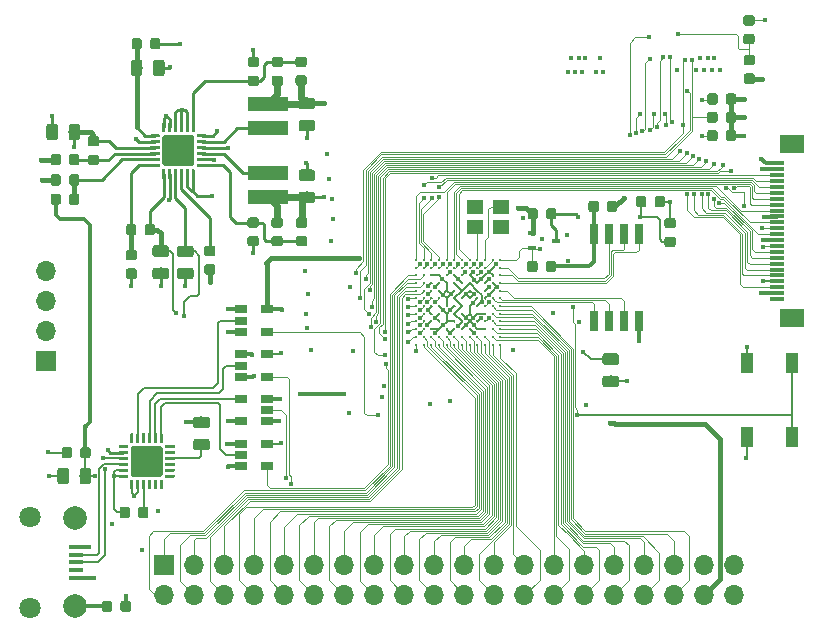
<source format=gtl>
G04 #@! TF.GenerationSoftware,KiCad,Pcbnew,5.1.0*
G04 #@! TF.CreationDate,2019-03-26T01:50:18+00:00*
G04 #@! TF.ProjectId,ESP32_K210,45535033-325f-44b3-9231-302e6b696361,rev?*
G04 #@! TF.SameCoordinates,Original*
G04 #@! TF.FileFunction,Copper,L1,Top*
G04 #@! TF.FilePolarity,Positive*
%FSLAX46Y46*%
G04 Gerber Fmt 4.6, Leading zero omitted, Abs format (unit mm)*
G04 Created by KiCad (PCBNEW 5.1.0) date 2019-03-26 01:50:18*
%MOMM*%
%LPD*%
G04 APERTURE LIST*
%ADD10O,1.700000X1.700000*%
%ADD11R,1.700000X1.700000*%
%ADD12C,1.800000*%
%ADD13C,2.000000*%
%ADD14R,1.300000X0.450000*%
%ADD15C,0.100000*%
%ADD16C,0.875000*%
%ADD17C,0.975000*%
%ADD18R,3.400000X1.300000*%
%ADD19R,1.000000X1.700000*%
%ADD20C,0.250000*%
%ADD21R,0.650000X1.700000*%
%ADD22R,0.700000X0.450000*%
%ADD23C,0.500000*%
%ADD24C,2.600000*%
%ADD25R,1.060000X0.650000*%
%ADD26R,1.300000X0.300000*%
%ADD27R,2.000000X1.500000*%
%ADD28R,1.400000X1.200000*%
%ADD29C,0.450000*%
%ADD30C,0.088900*%
%ADD31C,0.152400*%
%ADD32C,0.304800*%
%ADD33C,0.254000*%
%ADD34C,0.406400*%
%ADD35C,0.609600*%
G04 APERTURE END LIST*
D10*
X117754400Y-97129600D03*
X117754400Y-99669600D03*
X117754400Y-102209600D03*
D11*
X117754400Y-104749600D03*
D12*
X116414000Y-125718800D03*
X116414000Y-117968800D03*
D13*
X120214000Y-125568800D03*
X120214000Y-118118800D03*
D14*
X120264000Y-123143800D03*
X120264000Y-122493800D03*
X120264000Y-121843800D03*
X120264000Y-121193800D03*
X120264000Y-120543800D03*
D15*
G36*
X159193391Y-91855053D02*
G01*
X159214626Y-91858203D01*
X159235450Y-91863419D01*
X159255662Y-91870651D01*
X159275068Y-91879830D01*
X159293481Y-91890866D01*
X159310724Y-91903654D01*
X159326630Y-91918070D01*
X159341046Y-91933976D01*
X159353834Y-91951219D01*
X159364870Y-91969632D01*
X159374049Y-91989038D01*
X159381281Y-92009250D01*
X159386497Y-92030074D01*
X159389647Y-92051309D01*
X159390700Y-92072750D01*
X159390700Y-92585250D01*
X159389647Y-92606691D01*
X159386497Y-92627926D01*
X159381281Y-92648750D01*
X159374049Y-92668962D01*
X159364870Y-92688368D01*
X159353834Y-92706781D01*
X159341046Y-92724024D01*
X159326630Y-92739930D01*
X159310724Y-92754346D01*
X159293481Y-92767134D01*
X159275068Y-92778170D01*
X159255662Y-92787349D01*
X159235450Y-92794581D01*
X159214626Y-92799797D01*
X159193391Y-92802947D01*
X159171950Y-92804000D01*
X158734450Y-92804000D01*
X158713009Y-92802947D01*
X158691774Y-92799797D01*
X158670950Y-92794581D01*
X158650738Y-92787349D01*
X158631332Y-92778170D01*
X158612919Y-92767134D01*
X158595676Y-92754346D01*
X158579770Y-92739930D01*
X158565354Y-92724024D01*
X158552566Y-92706781D01*
X158541530Y-92688368D01*
X158532351Y-92668962D01*
X158525119Y-92648750D01*
X158519903Y-92627926D01*
X158516753Y-92606691D01*
X158515700Y-92585250D01*
X158515700Y-92072750D01*
X158516753Y-92051309D01*
X158519903Y-92030074D01*
X158525119Y-92009250D01*
X158532351Y-91989038D01*
X158541530Y-91969632D01*
X158552566Y-91951219D01*
X158565354Y-91933976D01*
X158579770Y-91918070D01*
X158595676Y-91903654D01*
X158612919Y-91890866D01*
X158631332Y-91879830D01*
X158650738Y-91870651D01*
X158670950Y-91863419D01*
X158691774Y-91858203D01*
X158713009Y-91855053D01*
X158734450Y-91854000D01*
X159171950Y-91854000D01*
X159193391Y-91855053D01*
X159193391Y-91855053D01*
G37*
D16*
X158953200Y-92329000D03*
D15*
G36*
X160768391Y-91855053D02*
G01*
X160789626Y-91858203D01*
X160810450Y-91863419D01*
X160830662Y-91870651D01*
X160850068Y-91879830D01*
X160868481Y-91890866D01*
X160885724Y-91903654D01*
X160901630Y-91918070D01*
X160916046Y-91933976D01*
X160928834Y-91951219D01*
X160939870Y-91969632D01*
X160949049Y-91989038D01*
X160956281Y-92009250D01*
X160961497Y-92030074D01*
X160964647Y-92051309D01*
X160965700Y-92072750D01*
X160965700Y-92585250D01*
X160964647Y-92606691D01*
X160961497Y-92627926D01*
X160956281Y-92648750D01*
X160949049Y-92668962D01*
X160939870Y-92688368D01*
X160928834Y-92706781D01*
X160916046Y-92724024D01*
X160901630Y-92739930D01*
X160885724Y-92754346D01*
X160868481Y-92767134D01*
X160850068Y-92778170D01*
X160830662Y-92787349D01*
X160810450Y-92794581D01*
X160789626Y-92799797D01*
X160768391Y-92802947D01*
X160746950Y-92804000D01*
X160309450Y-92804000D01*
X160288009Y-92802947D01*
X160266774Y-92799797D01*
X160245950Y-92794581D01*
X160225738Y-92787349D01*
X160206332Y-92778170D01*
X160187919Y-92767134D01*
X160170676Y-92754346D01*
X160154770Y-92739930D01*
X160140354Y-92724024D01*
X160127566Y-92706781D01*
X160116530Y-92688368D01*
X160107351Y-92668962D01*
X160100119Y-92648750D01*
X160094903Y-92627926D01*
X160091753Y-92606691D01*
X160090700Y-92585250D01*
X160090700Y-92072750D01*
X160091753Y-92051309D01*
X160094903Y-92030074D01*
X160100119Y-92009250D01*
X160107351Y-91989038D01*
X160116530Y-91969632D01*
X160127566Y-91951219D01*
X160140354Y-91933976D01*
X160154770Y-91918070D01*
X160170676Y-91903654D01*
X160187919Y-91890866D01*
X160206332Y-91879830D01*
X160225738Y-91870651D01*
X160245950Y-91863419D01*
X160266774Y-91858203D01*
X160288009Y-91855053D01*
X160309450Y-91854000D01*
X160746950Y-91854000D01*
X160768391Y-91855053D01*
X160768391Y-91855053D01*
G37*
D16*
X160528200Y-92329000D03*
D15*
G36*
X164349491Y-91220053D02*
G01*
X164370726Y-91223203D01*
X164391550Y-91228419D01*
X164411762Y-91235651D01*
X164431168Y-91244830D01*
X164449581Y-91255866D01*
X164466824Y-91268654D01*
X164482730Y-91283070D01*
X164497146Y-91298976D01*
X164509934Y-91316219D01*
X164520970Y-91334632D01*
X164530149Y-91354038D01*
X164537381Y-91374250D01*
X164542597Y-91395074D01*
X164545747Y-91416309D01*
X164546800Y-91437750D01*
X164546800Y-91950250D01*
X164545747Y-91971691D01*
X164542597Y-91992926D01*
X164537381Y-92013750D01*
X164530149Y-92033962D01*
X164520970Y-92053368D01*
X164509934Y-92071781D01*
X164497146Y-92089024D01*
X164482730Y-92104930D01*
X164466824Y-92119346D01*
X164449581Y-92132134D01*
X164431168Y-92143170D01*
X164411762Y-92152349D01*
X164391550Y-92159581D01*
X164370726Y-92164797D01*
X164349491Y-92167947D01*
X164328050Y-92169000D01*
X163890550Y-92169000D01*
X163869109Y-92167947D01*
X163847874Y-92164797D01*
X163827050Y-92159581D01*
X163806838Y-92152349D01*
X163787432Y-92143170D01*
X163769019Y-92132134D01*
X163751776Y-92119346D01*
X163735870Y-92104930D01*
X163721454Y-92089024D01*
X163708666Y-92071781D01*
X163697630Y-92053368D01*
X163688451Y-92033962D01*
X163681219Y-92013750D01*
X163676003Y-91992926D01*
X163672853Y-91971691D01*
X163671800Y-91950250D01*
X163671800Y-91437750D01*
X163672853Y-91416309D01*
X163676003Y-91395074D01*
X163681219Y-91374250D01*
X163688451Y-91354038D01*
X163697630Y-91334632D01*
X163708666Y-91316219D01*
X163721454Y-91298976D01*
X163735870Y-91283070D01*
X163751776Y-91268654D01*
X163769019Y-91255866D01*
X163787432Y-91244830D01*
X163806838Y-91235651D01*
X163827050Y-91228419D01*
X163847874Y-91223203D01*
X163869109Y-91220053D01*
X163890550Y-91219000D01*
X164328050Y-91219000D01*
X164349491Y-91220053D01*
X164349491Y-91220053D01*
G37*
D16*
X164109300Y-91694000D03*
D15*
G36*
X165924491Y-91220053D02*
G01*
X165945726Y-91223203D01*
X165966550Y-91228419D01*
X165986762Y-91235651D01*
X166006168Y-91244830D01*
X166024581Y-91255866D01*
X166041824Y-91268654D01*
X166057730Y-91283070D01*
X166072146Y-91298976D01*
X166084934Y-91316219D01*
X166095970Y-91334632D01*
X166105149Y-91354038D01*
X166112381Y-91374250D01*
X166117597Y-91395074D01*
X166120747Y-91416309D01*
X166121800Y-91437750D01*
X166121800Y-91950250D01*
X166120747Y-91971691D01*
X166117597Y-91992926D01*
X166112381Y-92013750D01*
X166105149Y-92033962D01*
X166095970Y-92053368D01*
X166084934Y-92071781D01*
X166072146Y-92089024D01*
X166057730Y-92104930D01*
X166041824Y-92119346D01*
X166024581Y-92132134D01*
X166006168Y-92143170D01*
X165986762Y-92152349D01*
X165966550Y-92159581D01*
X165945726Y-92164797D01*
X165924491Y-92167947D01*
X165903050Y-92169000D01*
X165465550Y-92169000D01*
X165444109Y-92167947D01*
X165422874Y-92164797D01*
X165402050Y-92159581D01*
X165381838Y-92152349D01*
X165362432Y-92143170D01*
X165344019Y-92132134D01*
X165326776Y-92119346D01*
X165310870Y-92104930D01*
X165296454Y-92089024D01*
X165283666Y-92071781D01*
X165272630Y-92053368D01*
X165263451Y-92033962D01*
X165256219Y-92013750D01*
X165251003Y-91992926D01*
X165247853Y-91971691D01*
X165246800Y-91950250D01*
X165246800Y-91437750D01*
X165247853Y-91416309D01*
X165251003Y-91395074D01*
X165256219Y-91374250D01*
X165263451Y-91354038D01*
X165272630Y-91334632D01*
X165283666Y-91316219D01*
X165296454Y-91298976D01*
X165310870Y-91283070D01*
X165326776Y-91268654D01*
X165344019Y-91255866D01*
X165362432Y-91244830D01*
X165381838Y-91235651D01*
X165402050Y-91228419D01*
X165422874Y-91223203D01*
X165444109Y-91220053D01*
X165465550Y-91219000D01*
X165903050Y-91219000D01*
X165924491Y-91220053D01*
X165924491Y-91220053D01*
G37*
D16*
X165684300Y-91694000D03*
D15*
G36*
X166037342Y-104138574D02*
G01*
X166061003Y-104142084D01*
X166084207Y-104147896D01*
X166106729Y-104155954D01*
X166128353Y-104166182D01*
X166148870Y-104178479D01*
X166168083Y-104192729D01*
X166185807Y-104208793D01*
X166201871Y-104226517D01*
X166216121Y-104245730D01*
X166228418Y-104266247D01*
X166238646Y-104287871D01*
X166246704Y-104310393D01*
X166252516Y-104333597D01*
X166256026Y-104357258D01*
X166257200Y-104381150D01*
X166257200Y-104868650D01*
X166256026Y-104892542D01*
X166252516Y-104916203D01*
X166246704Y-104939407D01*
X166238646Y-104961929D01*
X166228418Y-104983553D01*
X166216121Y-105004070D01*
X166201871Y-105023283D01*
X166185807Y-105041007D01*
X166168083Y-105057071D01*
X166148870Y-105071321D01*
X166128353Y-105083618D01*
X166106729Y-105093846D01*
X166084207Y-105101904D01*
X166061003Y-105107716D01*
X166037342Y-105111226D01*
X166013450Y-105112400D01*
X165100950Y-105112400D01*
X165077058Y-105111226D01*
X165053397Y-105107716D01*
X165030193Y-105101904D01*
X165007671Y-105093846D01*
X164986047Y-105083618D01*
X164965530Y-105071321D01*
X164946317Y-105057071D01*
X164928593Y-105041007D01*
X164912529Y-105023283D01*
X164898279Y-105004070D01*
X164885982Y-104983553D01*
X164875754Y-104961929D01*
X164867696Y-104939407D01*
X164861884Y-104916203D01*
X164858374Y-104892542D01*
X164857200Y-104868650D01*
X164857200Y-104381150D01*
X164858374Y-104357258D01*
X164861884Y-104333597D01*
X164867696Y-104310393D01*
X164875754Y-104287871D01*
X164885982Y-104266247D01*
X164898279Y-104245730D01*
X164912529Y-104226517D01*
X164928593Y-104208793D01*
X164946317Y-104192729D01*
X164965530Y-104178479D01*
X164986047Y-104166182D01*
X165007671Y-104155954D01*
X165030193Y-104147896D01*
X165053397Y-104142084D01*
X165077058Y-104138574D01*
X165100950Y-104137400D01*
X166013450Y-104137400D01*
X166037342Y-104138574D01*
X166037342Y-104138574D01*
G37*
D17*
X165557200Y-104624900D03*
D15*
G36*
X166037342Y-106013574D02*
G01*
X166061003Y-106017084D01*
X166084207Y-106022896D01*
X166106729Y-106030954D01*
X166128353Y-106041182D01*
X166148870Y-106053479D01*
X166168083Y-106067729D01*
X166185807Y-106083793D01*
X166201871Y-106101517D01*
X166216121Y-106120730D01*
X166228418Y-106141247D01*
X166238646Y-106162871D01*
X166246704Y-106185393D01*
X166252516Y-106208597D01*
X166256026Y-106232258D01*
X166257200Y-106256150D01*
X166257200Y-106743650D01*
X166256026Y-106767542D01*
X166252516Y-106791203D01*
X166246704Y-106814407D01*
X166238646Y-106836929D01*
X166228418Y-106858553D01*
X166216121Y-106879070D01*
X166201871Y-106898283D01*
X166185807Y-106916007D01*
X166168083Y-106932071D01*
X166148870Y-106946321D01*
X166128353Y-106958618D01*
X166106729Y-106968846D01*
X166084207Y-106976904D01*
X166061003Y-106982716D01*
X166037342Y-106986226D01*
X166013450Y-106987400D01*
X165100950Y-106987400D01*
X165077058Y-106986226D01*
X165053397Y-106982716D01*
X165030193Y-106976904D01*
X165007671Y-106968846D01*
X164986047Y-106958618D01*
X164965530Y-106946321D01*
X164946317Y-106932071D01*
X164928593Y-106916007D01*
X164912529Y-106898283D01*
X164898279Y-106879070D01*
X164885982Y-106858553D01*
X164875754Y-106836929D01*
X164867696Y-106814407D01*
X164861884Y-106791203D01*
X164858374Y-106767542D01*
X164857200Y-106743650D01*
X164857200Y-106256150D01*
X164858374Y-106232258D01*
X164861884Y-106208597D01*
X164867696Y-106185393D01*
X164875754Y-106162871D01*
X164885982Y-106141247D01*
X164898279Y-106120730D01*
X164912529Y-106101517D01*
X164928593Y-106083793D01*
X164946317Y-106067729D01*
X164965530Y-106053479D01*
X164986047Y-106041182D01*
X165007671Y-106030954D01*
X165030193Y-106022896D01*
X165053397Y-106017084D01*
X165077058Y-106013574D01*
X165100950Y-106012400D01*
X166013450Y-106012400D01*
X166037342Y-106013574D01*
X166037342Y-106013574D01*
G37*
D17*
X165557200Y-106499900D03*
D15*
G36*
X170864091Y-92679753D02*
G01*
X170885326Y-92682903D01*
X170906150Y-92688119D01*
X170926362Y-92695351D01*
X170945768Y-92704530D01*
X170964181Y-92715566D01*
X170981424Y-92728354D01*
X170997330Y-92742770D01*
X171011746Y-92758676D01*
X171024534Y-92775919D01*
X171035570Y-92794332D01*
X171044749Y-92813738D01*
X171051981Y-92833950D01*
X171057197Y-92854774D01*
X171060347Y-92876009D01*
X171061400Y-92897450D01*
X171061400Y-93334950D01*
X171060347Y-93356391D01*
X171057197Y-93377626D01*
X171051981Y-93398450D01*
X171044749Y-93418662D01*
X171035570Y-93438068D01*
X171024534Y-93456481D01*
X171011746Y-93473724D01*
X170997330Y-93489630D01*
X170981424Y-93504046D01*
X170964181Y-93516834D01*
X170945768Y-93527870D01*
X170926362Y-93537049D01*
X170906150Y-93544281D01*
X170885326Y-93549497D01*
X170864091Y-93552647D01*
X170842650Y-93553700D01*
X170330150Y-93553700D01*
X170308709Y-93552647D01*
X170287474Y-93549497D01*
X170266650Y-93544281D01*
X170246438Y-93537049D01*
X170227032Y-93527870D01*
X170208619Y-93516834D01*
X170191376Y-93504046D01*
X170175470Y-93489630D01*
X170161054Y-93473724D01*
X170148266Y-93456481D01*
X170137230Y-93438068D01*
X170128051Y-93418662D01*
X170120819Y-93398450D01*
X170115603Y-93377626D01*
X170112453Y-93356391D01*
X170111400Y-93334950D01*
X170111400Y-92897450D01*
X170112453Y-92876009D01*
X170115603Y-92854774D01*
X170120819Y-92833950D01*
X170128051Y-92813738D01*
X170137230Y-92794332D01*
X170148266Y-92775919D01*
X170161054Y-92758676D01*
X170175470Y-92742770D01*
X170191376Y-92728354D01*
X170208619Y-92715566D01*
X170227032Y-92704530D01*
X170246438Y-92695351D01*
X170266650Y-92688119D01*
X170287474Y-92682903D01*
X170308709Y-92679753D01*
X170330150Y-92678700D01*
X170842650Y-92678700D01*
X170864091Y-92679753D01*
X170864091Y-92679753D01*
G37*
D16*
X170586400Y-93116200D03*
D15*
G36*
X170864091Y-94254753D02*
G01*
X170885326Y-94257903D01*
X170906150Y-94263119D01*
X170926362Y-94270351D01*
X170945768Y-94279530D01*
X170964181Y-94290566D01*
X170981424Y-94303354D01*
X170997330Y-94317770D01*
X171011746Y-94333676D01*
X171024534Y-94350919D01*
X171035570Y-94369332D01*
X171044749Y-94388738D01*
X171051981Y-94408950D01*
X171057197Y-94429774D01*
X171060347Y-94451009D01*
X171061400Y-94472450D01*
X171061400Y-94909950D01*
X171060347Y-94931391D01*
X171057197Y-94952626D01*
X171051981Y-94973450D01*
X171044749Y-94993662D01*
X171035570Y-95013068D01*
X171024534Y-95031481D01*
X171011746Y-95048724D01*
X170997330Y-95064630D01*
X170981424Y-95079046D01*
X170964181Y-95091834D01*
X170945768Y-95102870D01*
X170926362Y-95112049D01*
X170906150Y-95119281D01*
X170885326Y-95124497D01*
X170864091Y-95127647D01*
X170842650Y-95128700D01*
X170330150Y-95128700D01*
X170308709Y-95127647D01*
X170287474Y-95124497D01*
X170266650Y-95119281D01*
X170246438Y-95112049D01*
X170227032Y-95102870D01*
X170208619Y-95091834D01*
X170191376Y-95079046D01*
X170175470Y-95064630D01*
X170161054Y-95048724D01*
X170148266Y-95031481D01*
X170137230Y-95013068D01*
X170128051Y-94993662D01*
X170120819Y-94973450D01*
X170115603Y-94952626D01*
X170112453Y-94931391D01*
X170111400Y-94909950D01*
X170111400Y-94472450D01*
X170112453Y-94451009D01*
X170115603Y-94429774D01*
X170120819Y-94408950D01*
X170128051Y-94388738D01*
X170137230Y-94369332D01*
X170148266Y-94350919D01*
X170161054Y-94333676D01*
X170175470Y-94317770D01*
X170191376Y-94303354D01*
X170208619Y-94290566D01*
X170227032Y-94279530D01*
X170246438Y-94270351D01*
X170266650Y-94263119D01*
X170287474Y-94257903D01*
X170308709Y-94254753D01*
X170330150Y-94253700D01*
X170842650Y-94253700D01*
X170864091Y-94254753D01*
X170864091Y-94254753D01*
G37*
D16*
X170586400Y-94691200D03*
D15*
G36*
X169962991Y-90813653D02*
G01*
X169984226Y-90816803D01*
X170005050Y-90822019D01*
X170025262Y-90829251D01*
X170044668Y-90838430D01*
X170063081Y-90849466D01*
X170080324Y-90862254D01*
X170096230Y-90876670D01*
X170110646Y-90892576D01*
X170123434Y-90909819D01*
X170134470Y-90928232D01*
X170143649Y-90947638D01*
X170150881Y-90967850D01*
X170156097Y-90988674D01*
X170159247Y-91009909D01*
X170160300Y-91031350D01*
X170160300Y-91543850D01*
X170159247Y-91565291D01*
X170156097Y-91586526D01*
X170150881Y-91607350D01*
X170143649Y-91627562D01*
X170134470Y-91646968D01*
X170123434Y-91665381D01*
X170110646Y-91682624D01*
X170096230Y-91698530D01*
X170080324Y-91712946D01*
X170063081Y-91725734D01*
X170044668Y-91736770D01*
X170025262Y-91745949D01*
X170005050Y-91753181D01*
X169984226Y-91758397D01*
X169962991Y-91761547D01*
X169941550Y-91762600D01*
X169504050Y-91762600D01*
X169482609Y-91761547D01*
X169461374Y-91758397D01*
X169440550Y-91753181D01*
X169420338Y-91745949D01*
X169400932Y-91736770D01*
X169382519Y-91725734D01*
X169365276Y-91712946D01*
X169349370Y-91698530D01*
X169334954Y-91682624D01*
X169322166Y-91665381D01*
X169311130Y-91646968D01*
X169301951Y-91627562D01*
X169294719Y-91607350D01*
X169289503Y-91586526D01*
X169286353Y-91565291D01*
X169285300Y-91543850D01*
X169285300Y-91031350D01*
X169286353Y-91009909D01*
X169289503Y-90988674D01*
X169294719Y-90967850D01*
X169301951Y-90947638D01*
X169311130Y-90928232D01*
X169322166Y-90909819D01*
X169334954Y-90892576D01*
X169349370Y-90876670D01*
X169365276Y-90862254D01*
X169382519Y-90849466D01*
X169400932Y-90838430D01*
X169420338Y-90829251D01*
X169440550Y-90822019D01*
X169461374Y-90816803D01*
X169482609Y-90813653D01*
X169504050Y-90812600D01*
X169941550Y-90812600D01*
X169962991Y-90813653D01*
X169962991Y-90813653D01*
G37*
D16*
X169722800Y-91287600D03*
D15*
G36*
X168387991Y-90813653D02*
G01*
X168409226Y-90816803D01*
X168430050Y-90822019D01*
X168450262Y-90829251D01*
X168469668Y-90838430D01*
X168488081Y-90849466D01*
X168505324Y-90862254D01*
X168521230Y-90876670D01*
X168535646Y-90892576D01*
X168548434Y-90909819D01*
X168559470Y-90928232D01*
X168568649Y-90947638D01*
X168575881Y-90967850D01*
X168581097Y-90988674D01*
X168584247Y-91009909D01*
X168585300Y-91031350D01*
X168585300Y-91543850D01*
X168584247Y-91565291D01*
X168581097Y-91586526D01*
X168575881Y-91607350D01*
X168568649Y-91627562D01*
X168559470Y-91646968D01*
X168548434Y-91665381D01*
X168535646Y-91682624D01*
X168521230Y-91698530D01*
X168505324Y-91712946D01*
X168488081Y-91725734D01*
X168469668Y-91736770D01*
X168450262Y-91745949D01*
X168430050Y-91753181D01*
X168409226Y-91758397D01*
X168387991Y-91761547D01*
X168366550Y-91762600D01*
X167929050Y-91762600D01*
X167907609Y-91761547D01*
X167886374Y-91758397D01*
X167865550Y-91753181D01*
X167845338Y-91745949D01*
X167825932Y-91736770D01*
X167807519Y-91725734D01*
X167790276Y-91712946D01*
X167774370Y-91698530D01*
X167759954Y-91682624D01*
X167747166Y-91665381D01*
X167736130Y-91646968D01*
X167726951Y-91627562D01*
X167719719Y-91607350D01*
X167714503Y-91586526D01*
X167711353Y-91565291D01*
X167710300Y-91543850D01*
X167710300Y-91031350D01*
X167711353Y-91009909D01*
X167714503Y-90988674D01*
X167719719Y-90967850D01*
X167726951Y-90947638D01*
X167736130Y-90928232D01*
X167747166Y-90909819D01*
X167759954Y-90892576D01*
X167774370Y-90876670D01*
X167790276Y-90862254D01*
X167807519Y-90849466D01*
X167825932Y-90838430D01*
X167845338Y-90829251D01*
X167865550Y-90822019D01*
X167886374Y-90816803D01*
X167907609Y-90813653D01*
X167929050Y-90812600D01*
X168366550Y-90812600D01*
X168387991Y-90813653D01*
X168387991Y-90813653D01*
G37*
D16*
X168147800Y-91287600D03*
D15*
G36*
X119469842Y-113829774D02*
G01*
X119493503Y-113833284D01*
X119516707Y-113839096D01*
X119539229Y-113847154D01*
X119560853Y-113857382D01*
X119581370Y-113869679D01*
X119600583Y-113883929D01*
X119618307Y-113899993D01*
X119634371Y-113917717D01*
X119648621Y-113936930D01*
X119660918Y-113957447D01*
X119671146Y-113979071D01*
X119679204Y-114001593D01*
X119685016Y-114024797D01*
X119688526Y-114048458D01*
X119689700Y-114072350D01*
X119689700Y-114984850D01*
X119688526Y-115008742D01*
X119685016Y-115032403D01*
X119679204Y-115055607D01*
X119671146Y-115078129D01*
X119660918Y-115099753D01*
X119648621Y-115120270D01*
X119634371Y-115139483D01*
X119618307Y-115157207D01*
X119600583Y-115173271D01*
X119581370Y-115187521D01*
X119560853Y-115199818D01*
X119539229Y-115210046D01*
X119516707Y-115218104D01*
X119493503Y-115223916D01*
X119469842Y-115227426D01*
X119445950Y-115228600D01*
X118958450Y-115228600D01*
X118934558Y-115227426D01*
X118910897Y-115223916D01*
X118887693Y-115218104D01*
X118865171Y-115210046D01*
X118843547Y-115199818D01*
X118823030Y-115187521D01*
X118803817Y-115173271D01*
X118786093Y-115157207D01*
X118770029Y-115139483D01*
X118755779Y-115120270D01*
X118743482Y-115099753D01*
X118733254Y-115078129D01*
X118725196Y-115055607D01*
X118719384Y-115032403D01*
X118715874Y-115008742D01*
X118714700Y-114984850D01*
X118714700Y-114072350D01*
X118715874Y-114048458D01*
X118719384Y-114024797D01*
X118725196Y-114001593D01*
X118733254Y-113979071D01*
X118743482Y-113957447D01*
X118755779Y-113936930D01*
X118770029Y-113917717D01*
X118786093Y-113899993D01*
X118803817Y-113883929D01*
X118823030Y-113869679D01*
X118843547Y-113857382D01*
X118865171Y-113847154D01*
X118887693Y-113839096D01*
X118910897Y-113833284D01*
X118934558Y-113829774D01*
X118958450Y-113828600D01*
X119445950Y-113828600D01*
X119469842Y-113829774D01*
X119469842Y-113829774D01*
G37*
D17*
X119202200Y-114528600D03*
D15*
G36*
X121344842Y-113829774D02*
G01*
X121368503Y-113833284D01*
X121391707Y-113839096D01*
X121414229Y-113847154D01*
X121435853Y-113857382D01*
X121456370Y-113869679D01*
X121475583Y-113883929D01*
X121493307Y-113899993D01*
X121509371Y-113917717D01*
X121523621Y-113936930D01*
X121535918Y-113957447D01*
X121546146Y-113979071D01*
X121554204Y-114001593D01*
X121560016Y-114024797D01*
X121563526Y-114048458D01*
X121564700Y-114072350D01*
X121564700Y-114984850D01*
X121563526Y-115008742D01*
X121560016Y-115032403D01*
X121554204Y-115055607D01*
X121546146Y-115078129D01*
X121535918Y-115099753D01*
X121523621Y-115120270D01*
X121509371Y-115139483D01*
X121493307Y-115157207D01*
X121475583Y-115173271D01*
X121456370Y-115187521D01*
X121435853Y-115199818D01*
X121414229Y-115210046D01*
X121391707Y-115218104D01*
X121368503Y-115223916D01*
X121344842Y-115227426D01*
X121320950Y-115228600D01*
X120833450Y-115228600D01*
X120809558Y-115227426D01*
X120785897Y-115223916D01*
X120762693Y-115218104D01*
X120740171Y-115210046D01*
X120718547Y-115199818D01*
X120698030Y-115187521D01*
X120678817Y-115173271D01*
X120661093Y-115157207D01*
X120645029Y-115139483D01*
X120630779Y-115120270D01*
X120618482Y-115099753D01*
X120608254Y-115078129D01*
X120600196Y-115055607D01*
X120594384Y-115032403D01*
X120590874Y-115008742D01*
X120589700Y-114984850D01*
X120589700Y-114072350D01*
X120590874Y-114048458D01*
X120594384Y-114024797D01*
X120600196Y-114001593D01*
X120608254Y-113979071D01*
X120618482Y-113957447D01*
X120630779Y-113936930D01*
X120645029Y-113917717D01*
X120661093Y-113899993D01*
X120678817Y-113883929D01*
X120698030Y-113869679D01*
X120718547Y-113857382D01*
X120740171Y-113847154D01*
X120762693Y-113839096D01*
X120785897Y-113833284D01*
X120809558Y-113829774D01*
X120833450Y-113828600D01*
X121320950Y-113828600D01*
X121344842Y-113829774D01*
X121344842Y-113829774D01*
G37*
D17*
X121077200Y-114528600D03*
D15*
G36*
X121321991Y-112073453D02*
G01*
X121343226Y-112076603D01*
X121364050Y-112081819D01*
X121384262Y-112089051D01*
X121403668Y-112098230D01*
X121422081Y-112109266D01*
X121439324Y-112122054D01*
X121455230Y-112136470D01*
X121469646Y-112152376D01*
X121482434Y-112169619D01*
X121493470Y-112188032D01*
X121502649Y-112207438D01*
X121509881Y-112227650D01*
X121515097Y-112248474D01*
X121518247Y-112269709D01*
X121519300Y-112291150D01*
X121519300Y-112803650D01*
X121518247Y-112825091D01*
X121515097Y-112846326D01*
X121509881Y-112867150D01*
X121502649Y-112887362D01*
X121493470Y-112906768D01*
X121482434Y-112925181D01*
X121469646Y-112942424D01*
X121455230Y-112958330D01*
X121439324Y-112972746D01*
X121422081Y-112985534D01*
X121403668Y-112996570D01*
X121384262Y-113005749D01*
X121364050Y-113012981D01*
X121343226Y-113018197D01*
X121321991Y-113021347D01*
X121300550Y-113022400D01*
X120863050Y-113022400D01*
X120841609Y-113021347D01*
X120820374Y-113018197D01*
X120799550Y-113012981D01*
X120779338Y-113005749D01*
X120759932Y-112996570D01*
X120741519Y-112985534D01*
X120724276Y-112972746D01*
X120708370Y-112958330D01*
X120693954Y-112942424D01*
X120681166Y-112925181D01*
X120670130Y-112906768D01*
X120660951Y-112887362D01*
X120653719Y-112867150D01*
X120648503Y-112846326D01*
X120645353Y-112825091D01*
X120644300Y-112803650D01*
X120644300Y-112291150D01*
X120645353Y-112269709D01*
X120648503Y-112248474D01*
X120653719Y-112227650D01*
X120660951Y-112207438D01*
X120670130Y-112188032D01*
X120681166Y-112169619D01*
X120693954Y-112152376D01*
X120708370Y-112136470D01*
X120724276Y-112122054D01*
X120741519Y-112109266D01*
X120759932Y-112098230D01*
X120779338Y-112089051D01*
X120799550Y-112081819D01*
X120820374Y-112076603D01*
X120841609Y-112073453D01*
X120863050Y-112072400D01*
X121300550Y-112072400D01*
X121321991Y-112073453D01*
X121321991Y-112073453D01*
G37*
D16*
X121081800Y-112547400D03*
D15*
G36*
X119746991Y-112073453D02*
G01*
X119768226Y-112076603D01*
X119789050Y-112081819D01*
X119809262Y-112089051D01*
X119828668Y-112098230D01*
X119847081Y-112109266D01*
X119864324Y-112122054D01*
X119880230Y-112136470D01*
X119894646Y-112152376D01*
X119907434Y-112169619D01*
X119918470Y-112188032D01*
X119927649Y-112207438D01*
X119934881Y-112227650D01*
X119940097Y-112248474D01*
X119943247Y-112269709D01*
X119944300Y-112291150D01*
X119944300Y-112803650D01*
X119943247Y-112825091D01*
X119940097Y-112846326D01*
X119934881Y-112867150D01*
X119927649Y-112887362D01*
X119918470Y-112906768D01*
X119907434Y-112925181D01*
X119894646Y-112942424D01*
X119880230Y-112958330D01*
X119864324Y-112972746D01*
X119847081Y-112985534D01*
X119828668Y-112996570D01*
X119809262Y-113005749D01*
X119789050Y-113012981D01*
X119768226Y-113018197D01*
X119746991Y-113021347D01*
X119725550Y-113022400D01*
X119288050Y-113022400D01*
X119266609Y-113021347D01*
X119245374Y-113018197D01*
X119224550Y-113012981D01*
X119204338Y-113005749D01*
X119184932Y-112996570D01*
X119166519Y-112985534D01*
X119149276Y-112972746D01*
X119133370Y-112958330D01*
X119118954Y-112942424D01*
X119106166Y-112925181D01*
X119095130Y-112906768D01*
X119085951Y-112887362D01*
X119078719Y-112867150D01*
X119073503Y-112846326D01*
X119070353Y-112825091D01*
X119069300Y-112803650D01*
X119069300Y-112291150D01*
X119070353Y-112269709D01*
X119073503Y-112248474D01*
X119078719Y-112227650D01*
X119085951Y-112207438D01*
X119095130Y-112188032D01*
X119106166Y-112169619D01*
X119118954Y-112152376D01*
X119133370Y-112136470D01*
X119149276Y-112122054D01*
X119166519Y-112109266D01*
X119184932Y-112098230D01*
X119204338Y-112089051D01*
X119224550Y-112081819D01*
X119245374Y-112076603D01*
X119266609Y-112073453D01*
X119288050Y-112072400D01*
X119725550Y-112072400D01*
X119746991Y-112073453D01*
X119746991Y-112073453D01*
G37*
D16*
X119506800Y-112547400D03*
D15*
G36*
X131391742Y-111372974D02*
G01*
X131415403Y-111376484D01*
X131438607Y-111382296D01*
X131461129Y-111390354D01*
X131482753Y-111400582D01*
X131503270Y-111412879D01*
X131522483Y-111427129D01*
X131540207Y-111443193D01*
X131556271Y-111460917D01*
X131570521Y-111480130D01*
X131582818Y-111500647D01*
X131593046Y-111522271D01*
X131601104Y-111544793D01*
X131606916Y-111567997D01*
X131610426Y-111591658D01*
X131611600Y-111615550D01*
X131611600Y-112103050D01*
X131610426Y-112126942D01*
X131606916Y-112150603D01*
X131601104Y-112173807D01*
X131593046Y-112196329D01*
X131582818Y-112217953D01*
X131570521Y-112238470D01*
X131556271Y-112257683D01*
X131540207Y-112275407D01*
X131522483Y-112291471D01*
X131503270Y-112305721D01*
X131482753Y-112318018D01*
X131461129Y-112328246D01*
X131438607Y-112336304D01*
X131415403Y-112342116D01*
X131391742Y-112345626D01*
X131367850Y-112346800D01*
X130455350Y-112346800D01*
X130431458Y-112345626D01*
X130407797Y-112342116D01*
X130384593Y-112336304D01*
X130362071Y-112328246D01*
X130340447Y-112318018D01*
X130319930Y-112305721D01*
X130300717Y-112291471D01*
X130282993Y-112275407D01*
X130266929Y-112257683D01*
X130252679Y-112238470D01*
X130240382Y-112217953D01*
X130230154Y-112196329D01*
X130222096Y-112173807D01*
X130216284Y-112150603D01*
X130212774Y-112126942D01*
X130211600Y-112103050D01*
X130211600Y-111615550D01*
X130212774Y-111591658D01*
X130216284Y-111567997D01*
X130222096Y-111544793D01*
X130230154Y-111522271D01*
X130240382Y-111500647D01*
X130252679Y-111480130D01*
X130266929Y-111460917D01*
X130282993Y-111443193D01*
X130300717Y-111427129D01*
X130319930Y-111412879D01*
X130340447Y-111400582D01*
X130362071Y-111390354D01*
X130384593Y-111382296D01*
X130407797Y-111376484D01*
X130431458Y-111372974D01*
X130455350Y-111371800D01*
X131367850Y-111371800D01*
X131391742Y-111372974D01*
X131391742Y-111372974D01*
G37*
D17*
X130911600Y-111859300D03*
D15*
G36*
X131391742Y-109497974D02*
G01*
X131415403Y-109501484D01*
X131438607Y-109507296D01*
X131461129Y-109515354D01*
X131482753Y-109525582D01*
X131503270Y-109537879D01*
X131522483Y-109552129D01*
X131540207Y-109568193D01*
X131556271Y-109585917D01*
X131570521Y-109605130D01*
X131582818Y-109625647D01*
X131593046Y-109647271D01*
X131601104Y-109669793D01*
X131606916Y-109692997D01*
X131610426Y-109716658D01*
X131611600Y-109740550D01*
X131611600Y-110228050D01*
X131610426Y-110251942D01*
X131606916Y-110275603D01*
X131601104Y-110298807D01*
X131593046Y-110321329D01*
X131582818Y-110342953D01*
X131570521Y-110363470D01*
X131556271Y-110382683D01*
X131540207Y-110400407D01*
X131522483Y-110416471D01*
X131503270Y-110430721D01*
X131482753Y-110443018D01*
X131461129Y-110453246D01*
X131438607Y-110461304D01*
X131415403Y-110467116D01*
X131391742Y-110470626D01*
X131367850Y-110471800D01*
X130455350Y-110471800D01*
X130431458Y-110470626D01*
X130407797Y-110467116D01*
X130384593Y-110461304D01*
X130362071Y-110453246D01*
X130340447Y-110443018D01*
X130319930Y-110430721D01*
X130300717Y-110416471D01*
X130282993Y-110400407D01*
X130266929Y-110382683D01*
X130252679Y-110363470D01*
X130240382Y-110342953D01*
X130230154Y-110321329D01*
X130222096Y-110298807D01*
X130216284Y-110275603D01*
X130212774Y-110251942D01*
X130211600Y-110228050D01*
X130211600Y-109740550D01*
X130212774Y-109716658D01*
X130216284Y-109692997D01*
X130222096Y-109669793D01*
X130230154Y-109647271D01*
X130240382Y-109625647D01*
X130252679Y-109605130D01*
X130266929Y-109585917D01*
X130282993Y-109568193D01*
X130300717Y-109552129D01*
X130319930Y-109537879D01*
X130340447Y-109525582D01*
X130362071Y-109515354D01*
X130384593Y-109507296D01*
X130407797Y-109501484D01*
X130431458Y-109497974D01*
X130455350Y-109496800D01*
X131367850Y-109496800D01*
X131391742Y-109497974D01*
X131391742Y-109497974D01*
G37*
D17*
X130911600Y-109984300D03*
D15*
G36*
X127567842Y-79260374D02*
G01*
X127591503Y-79263884D01*
X127614707Y-79269696D01*
X127637229Y-79277754D01*
X127658853Y-79287982D01*
X127679370Y-79300279D01*
X127698583Y-79314529D01*
X127716307Y-79330593D01*
X127732371Y-79348317D01*
X127746621Y-79367530D01*
X127758918Y-79388047D01*
X127769146Y-79409671D01*
X127777204Y-79432193D01*
X127783016Y-79455397D01*
X127786526Y-79479058D01*
X127787700Y-79502950D01*
X127787700Y-80415450D01*
X127786526Y-80439342D01*
X127783016Y-80463003D01*
X127777204Y-80486207D01*
X127769146Y-80508729D01*
X127758918Y-80530353D01*
X127746621Y-80550870D01*
X127732371Y-80570083D01*
X127716307Y-80587807D01*
X127698583Y-80603871D01*
X127679370Y-80618121D01*
X127658853Y-80630418D01*
X127637229Y-80640646D01*
X127614707Y-80648704D01*
X127591503Y-80654516D01*
X127567842Y-80658026D01*
X127543950Y-80659200D01*
X127056450Y-80659200D01*
X127032558Y-80658026D01*
X127008897Y-80654516D01*
X126985693Y-80648704D01*
X126963171Y-80640646D01*
X126941547Y-80630418D01*
X126921030Y-80618121D01*
X126901817Y-80603871D01*
X126884093Y-80587807D01*
X126868029Y-80570083D01*
X126853779Y-80550870D01*
X126841482Y-80530353D01*
X126831254Y-80508729D01*
X126823196Y-80486207D01*
X126817384Y-80463003D01*
X126813874Y-80439342D01*
X126812700Y-80415450D01*
X126812700Y-79502950D01*
X126813874Y-79479058D01*
X126817384Y-79455397D01*
X126823196Y-79432193D01*
X126831254Y-79409671D01*
X126841482Y-79388047D01*
X126853779Y-79367530D01*
X126868029Y-79348317D01*
X126884093Y-79330593D01*
X126901817Y-79314529D01*
X126921030Y-79300279D01*
X126941547Y-79287982D01*
X126963171Y-79277754D01*
X126985693Y-79269696D01*
X127008897Y-79263884D01*
X127032558Y-79260374D01*
X127056450Y-79259200D01*
X127543950Y-79259200D01*
X127567842Y-79260374D01*
X127567842Y-79260374D01*
G37*
D17*
X127300200Y-79959200D03*
D15*
G36*
X125692842Y-79260374D02*
G01*
X125716503Y-79263884D01*
X125739707Y-79269696D01*
X125762229Y-79277754D01*
X125783853Y-79287982D01*
X125804370Y-79300279D01*
X125823583Y-79314529D01*
X125841307Y-79330593D01*
X125857371Y-79348317D01*
X125871621Y-79367530D01*
X125883918Y-79388047D01*
X125894146Y-79409671D01*
X125902204Y-79432193D01*
X125908016Y-79455397D01*
X125911526Y-79479058D01*
X125912700Y-79502950D01*
X125912700Y-80415450D01*
X125911526Y-80439342D01*
X125908016Y-80463003D01*
X125902204Y-80486207D01*
X125894146Y-80508729D01*
X125883918Y-80530353D01*
X125871621Y-80550870D01*
X125857371Y-80570083D01*
X125841307Y-80587807D01*
X125823583Y-80603871D01*
X125804370Y-80618121D01*
X125783853Y-80630418D01*
X125762229Y-80640646D01*
X125739707Y-80648704D01*
X125716503Y-80654516D01*
X125692842Y-80658026D01*
X125668950Y-80659200D01*
X125181450Y-80659200D01*
X125157558Y-80658026D01*
X125133897Y-80654516D01*
X125110693Y-80648704D01*
X125088171Y-80640646D01*
X125066547Y-80630418D01*
X125046030Y-80618121D01*
X125026817Y-80603871D01*
X125009093Y-80587807D01*
X124993029Y-80570083D01*
X124978779Y-80550870D01*
X124966482Y-80530353D01*
X124956254Y-80508729D01*
X124948196Y-80486207D01*
X124942384Y-80463003D01*
X124938874Y-80439342D01*
X124937700Y-80415450D01*
X124937700Y-79502950D01*
X124938874Y-79479058D01*
X124942384Y-79455397D01*
X124948196Y-79432193D01*
X124956254Y-79409671D01*
X124966482Y-79388047D01*
X124978779Y-79367530D01*
X124993029Y-79348317D01*
X125009093Y-79330593D01*
X125026817Y-79314529D01*
X125046030Y-79300279D01*
X125066547Y-79287982D01*
X125088171Y-79277754D01*
X125110693Y-79269696D01*
X125133897Y-79263884D01*
X125157558Y-79260374D01*
X125181450Y-79259200D01*
X125668950Y-79259200D01*
X125692842Y-79260374D01*
X125692842Y-79260374D01*
G37*
D17*
X125425200Y-79959200D03*
D15*
G36*
X139672891Y-94204153D02*
G01*
X139694126Y-94207303D01*
X139714950Y-94212519D01*
X139735162Y-94219751D01*
X139754568Y-94228930D01*
X139772981Y-94239966D01*
X139790224Y-94252754D01*
X139806130Y-94267170D01*
X139820546Y-94283076D01*
X139833334Y-94300319D01*
X139844370Y-94318732D01*
X139853549Y-94338138D01*
X139860781Y-94358350D01*
X139865997Y-94379174D01*
X139869147Y-94400409D01*
X139870200Y-94421850D01*
X139870200Y-94859350D01*
X139869147Y-94880791D01*
X139865997Y-94902026D01*
X139860781Y-94922850D01*
X139853549Y-94943062D01*
X139844370Y-94962468D01*
X139833334Y-94980881D01*
X139820546Y-94998124D01*
X139806130Y-95014030D01*
X139790224Y-95028446D01*
X139772981Y-95041234D01*
X139754568Y-95052270D01*
X139735162Y-95061449D01*
X139714950Y-95068681D01*
X139694126Y-95073897D01*
X139672891Y-95077047D01*
X139651450Y-95078100D01*
X139138950Y-95078100D01*
X139117509Y-95077047D01*
X139096274Y-95073897D01*
X139075450Y-95068681D01*
X139055238Y-95061449D01*
X139035832Y-95052270D01*
X139017419Y-95041234D01*
X139000176Y-95028446D01*
X138984270Y-95014030D01*
X138969854Y-94998124D01*
X138957066Y-94980881D01*
X138946030Y-94962468D01*
X138936851Y-94943062D01*
X138929619Y-94922850D01*
X138924403Y-94902026D01*
X138921253Y-94880791D01*
X138920200Y-94859350D01*
X138920200Y-94421850D01*
X138921253Y-94400409D01*
X138924403Y-94379174D01*
X138929619Y-94358350D01*
X138936851Y-94338138D01*
X138946030Y-94318732D01*
X138957066Y-94300319D01*
X138969854Y-94283076D01*
X138984270Y-94267170D01*
X139000176Y-94252754D01*
X139017419Y-94239966D01*
X139035832Y-94228930D01*
X139055238Y-94219751D01*
X139075450Y-94212519D01*
X139096274Y-94207303D01*
X139117509Y-94204153D01*
X139138950Y-94203100D01*
X139651450Y-94203100D01*
X139672891Y-94204153D01*
X139672891Y-94204153D01*
G37*
D16*
X139395200Y-94640600D03*
D15*
G36*
X139672891Y-92629153D02*
G01*
X139694126Y-92632303D01*
X139714950Y-92637519D01*
X139735162Y-92644751D01*
X139754568Y-92653930D01*
X139772981Y-92664966D01*
X139790224Y-92677754D01*
X139806130Y-92692170D01*
X139820546Y-92708076D01*
X139833334Y-92725319D01*
X139844370Y-92743732D01*
X139853549Y-92763138D01*
X139860781Y-92783350D01*
X139865997Y-92804174D01*
X139869147Y-92825409D01*
X139870200Y-92846850D01*
X139870200Y-93284350D01*
X139869147Y-93305791D01*
X139865997Y-93327026D01*
X139860781Y-93347850D01*
X139853549Y-93368062D01*
X139844370Y-93387468D01*
X139833334Y-93405881D01*
X139820546Y-93423124D01*
X139806130Y-93439030D01*
X139790224Y-93453446D01*
X139772981Y-93466234D01*
X139754568Y-93477270D01*
X139735162Y-93486449D01*
X139714950Y-93493681D01*
X139694126Y-93498897D01*
X139672891Y-93502047D01*
X139651450Y-93503100D01*
X139138950Y-93503100D01*
X139117509Y-93502047D01*
X139096274Y-93498897D01*
X139075450Y-93493681D01*
X139055238Y-93486449D01*
X139035832Y-93477270D01*
X139017419Y-93466234D01*
X139000176Y-93453446D01*
X138984270Y-93439030D01*
X138969854Y-93423124D01*
X138957066Y-93405881D01*
X138946030Y-93387468D01*
X138936851Y-93368062D01*
X138929619Y-93347850D01*
X138924403Y-93327026D01*
X138921253Y-93305791D01*
X138920200Y-93284350D01*
X138920200Y-92846850D01*
X138921253Y-92825409D01*
X138924403Y-92804174D01*
X138929619Y-92783350D01*
X138936851Y-92763138D01*
X138946030Y-92743732D01*
X138957066Y-92725319D01*
X138969854Y-92708076D01*
X138984270Y-92692170D01*
X139000176Y-92677754D01*
X139017419Y-92664966D01*
X139035832Y-92653930D01*
X139055238Y-92644751D01*
X139075450Y-92637519D01*
X139096274Y-92632303D01*
X139117509Y-92629153D01*
X139138950Y-92628100D01*
X139651450Y-92628100D01*
X139672891Y-92629153D01*
X139672891Y-92629153D01*
G37*
D16*
X139395200Y-93065600D03*
D15*
G36*
X137615491Y-79039953D02*
G01*
X137636726Y-79043103D01*
X137657550Y-79048319D01*
X137677762Y-79055551D01*
X137697168Y-79064730D01*
X137715581Y-79075766D01*
X137732824Y-79088554D01*
X137748730Y-79102970D01*
X137763146Y-79118876D01*
X137775934Y-79136119D01*
X137786970Y-79154532D01*
X137796149Y-79173938D01*
X137803381Y-79194150D01*
X137808597Y-79214974D01*
X137811747Y-79236209D01*
X137812800Y-79257650D01*
X137812800Y-79695150D01*
X137811747Y-79716591D01*
X137808597Y-79737826D01*
X137803381Y-79758650D01*
X137796149Y-79778862D01*
X137786970Y-79798268D01*
X137775934Y-79816681D01*
X137763146Y-79833924D01*
X137748730Y-79849830D01*
X137732824Y-79864246D01*
X137715581Y-79877034D01*
X137697168Y-79888070D01*
X137677762Y-79897249D01*
X137657550Y-79904481D01*
X137636726Y-79909697D01*
X137615491Y-79912847D01*
X137594050Y-79913900D01*
X137081550Y-79913900D01*
X137060109Y-79912847D01*
X137038874Y-79909697D01*
X137018050Y-79904481D01*
X136997838Y-79897249D01*
X136978432Y-79888070D01*
X136960019Y-79877034D01*
X136942776Y-79864246D01*
X136926870Y-79849830D01*
X136912454Y-79833924D01*
X136899666Y-79816681D01*
X136888630Y-79798268D01*
X136879451Y-79778862D01*
X136872219Y-79758650D01*
X136867003Y-79737826D01*
X136863853Y-79716591D01*
X136862800Y-79695150D01*
X136862800Y-79257650D01*
X136863853Y-79236209D01*
X136867003Y-79214974D01*
X136872219Y-79194150D01*
X136879451Y-79173938D01*
X136888630Y-79154532D01*
X136899666Y-79136119D01*
X136912454Y-79118876D01*
X136926870Y-79102970D01*
X136942776Y-79088554D01*
X136960019Y-79075766D01*
X136978432Y-79064730D01*
X136997838Y-79055551D01*
X137018050Y-79048319D01*
X137038874Y-79043103D01*
X137060109Y-79039953D01*
X137081550Y-79038900D01*
X137594050Y-79038900D01*
X137615491Y-79039953D01*
X137615491Y-79039953D01*
G37*
D16*
X137337800Y-79476400D03*
D15*
G36*
X137615491Y-80614953D02*
G01*
X137636726Y-80618103D01*
X137657550Y-80623319D01*
X137677762Y-80630551D01*
X137697168Y-80639730D01*
X137715581Y-80650766D01*
X137732824Y-80663554D01*
X137748730Y-80677970D01*
X137763146Y-80693876D01*
X137775934Y-80711119D01*
X137786970Y-80729532D01*
X137796149Y-80748938D01*
X137803381Y-80769150D01*
X137808597Y-80789974D01*
X137811747Y-80811209D01*
X137812800Y-80832650D01*
X137812800Y-81270150D01*
X137811747Y-81291591D01*
X137808597Y-81312826D01*
X137803381Y-81333650D01*
X137796149Y-81353862D01*
X137786970Y-81373268D01*
X137775934Y-81391681D01*
X137763146Y-81408924D01*
X137748730Y-81424830D01*
X137732824Y-81439246D01*
X137715581Y-81452034D01*
X137697168Y-81463070D01*
X137677762Y-81472249D01*
X137657550Y-81479481D01*
X137636726Y-81484697D01*
X137615491Y-81487847D01*
X137594050Y-81488900D01*
X137081550Y-81488900D01*
X137060109Y-81487847D01*
X137038874Y-81484697D01*
X137018050Y-81479481D01*
X136997838Y-81472249D01*
X136978432Y-81463070D01*
X136960019Y-81452034D01*
X136942776Y-81439246D01*
X136926870Y-81424830D01*
X136912454Y-81408924D01*
X136899666Y-81391681D01*
X136888630Y-81373268D01*
X136879451Y-81353862D01*
X136872219Y-81333650D01*
X136867003Y-81312826D01*
X136863853Y-81291591D01*
X136862800Y-81270150D01*
X136862800Y-80832650D01*
X136863853Y-80811209D01*
X136867003Y-80789974D01*
X136872219Y-80769150D01*
X136879451Y-80748938D01*
X136888630Y-80729532D01*
X136899666Y-80711119D01*
X136912454Y-80693876D01*
X136926870Y-80677970D01*
X136942776Y-80663554D01*
X136960019Y-80650766D01*
X136978432Y-80639730D01*
X136997838Y-80630551D01*
X137018050Y-80623319D01*
X137038874Y-80618103D01*
X137060109Y-80614953D01*
X137081550Y-80613900D01*
X137594050Y-80613900D01*
X137615491Y-80614953D01*
X137615491Y-80614953D01*
G37*
D16*
X137337800Y-81051400D03*
D15*
G36*
X140307142Y-82495474D02*
G01*
X140330803Y-82498984D01*
X140354007Y-82504796D01*
X140376529Y-82512854D01*
X140398153Y-82523082D01*
X140418670Y-82535379D01*
X140437883Y-82549629D01*
X140455607Y-82565693D01*
X140471671Y-82583417D01*
X140485921Y-82602630D01*
X140498218Y-82623147D01*
X140508446Y-82644771D01*
X140516504Y-82667293D01*
X140522316Y-82690497D01*
X140525826Y-82714158D01*
X140527000Y-82738050D01*
X140527000Y-83225550D01*
X140525826Y-83249442D01*
X140522316Y-83273103D01*
X140516504Y-83296307D01*
X140508446Y-83318829D01*
X140498218Y-83340453D01*
X140485921Y-83360970D01*
X140471671Y-83380183D01*
X140455607Y-83397907D01*
X140437883Y-83413971D01*
X140418670Y-83428221D01*
X140398153Y-83440518D01*
X140376529Y-83450746D01*
X140354007Y-83458804D01*
X140330803Y-83464616D01*
X140307142Y-83468126D01*
X140283250Y-83469300D01*
X139370750Y-83469300D01*
X139346858Y-83468126D01*
X139323197Y-83464616D01*
X139299993Y-83458804D01*
X139277471Y-83450746D01*
X139255847Y-83440518D01*
X139235330Y-83428221D01*
X139216117Y-83413971D01*
X139198393Y-83397907D01*
X139182329Y-83380183D01*
X139168079Y-83360970D01*
X139155782Y-83340453D01*
X139145554Y-83318829D01*
X139137496Y-83296307D01*
X139131684Y-83273103D01*
X139128174Y-83249442D01*
X139127000Y-83225550D01*
X139127000Y-82738050D01*
X139128174Y-82714158D01*
X139131684Y-82690497D01*
X139137496Y-82667293D01*
X139145554Y-82644771D01*
X139155782Y-82623147D01*
X139168079Y-82602630D01*
X139182329Y-82583417D01*
X139198393Y-82565693D01*
X139216117Y-82549629D01*
X139235330Y-82535379D01*
X139255847Y-82523082D01*
X139277471Y-82512854D01*
X139299993Y-82504796D01*
X139323197Y-82498984D01*
X139346858Y-82495474D01*
X139370750Y-82494300D01*
X140283250Y-82494300D01*
X140307142Y-82495474D01*
X140307142Y-82495474D01*
G37*
D17*
X139827000Y-82981800D03*
D15*
G36*
X140307142Y-84370474D02*
G01*
X140330803Y-84373984D01*
X140354007Y-84379796D01*
X140376529Y-84387854D01*
X140398153Y-84398082D01*
X140418670Y-84410379D01*
X140437883Y-84424629D01*
X140455607Y-84440693D01*
X140471671Y-84458417D01*
X140485921Y-84477630D01*
X140498218Y-84498147D01*
X140508446Y-84519771D01*
X140516504Y-84542293D01*
X140522316Y-84565497D01*
X140525826Y-84589158D01*
X140527000Y-84613050D01*
X140527000Y-85100550D01*
X140525826Y-85124442D01*
X140522316Y-85148103D01*
X140516504Y-85171307D01*
X140508446Y-85193829D01*
X140498218Y-85215453D01*
X140485921Y-85235970D01*
X140471671Y-85255183D01*
X140455607Y-85272907D01*
X140437883Y-85288971D01*
X140418670Y-85303221D01*
X140398153Y-85315518D01*
X140376529Y-85325746D01*
X140354007Y-85333804D01*
X140330803Y-85339616D01*
X140307142Y-85343126D01*
X140283250Y-85344300D01*
X139370750Y-85344300D01*
X139346858Y-85343126D01*
X139323197Y-85339616D01*
X139299993Y-85333804D01*
X139277471Y-85325746D01*
X139255847Y-85315518D01*
X139235330Y-85303221D01*
X139216117Y-85288971D01*
X139198393Y-85272907D01*
X139182329Y-85255183D01*
X139168079Y-85235970D01*
X139155782Y-85215453D01*
X139145554Y-85193829D01*
X139137496Y-85171307D01*
X139131684Y-85148103D01*
X139128174Y-85124442D01*
X139127000Y-85100550D01*
X139127000Y-84613050D01*
X139128174Y-84589158D01*
X139131684Y-84565497D01*
X139137496Y-84542293D01*
X139145554Y-84519771D01*
X139155782Y-84498147D01*
X139168079Y-84477630D01*
X139182329Y-84458417D01*
X139198393Y-84440693D01*
X139216117Y-84424629D01*
X139235330Y-84410379D01*
X139255847Y-84398082D01*
X139277471Y-84387854D01*
X139299993Y-84379796D01*
X139323197Y-84373984D01*
X139346858Y-84370474D01*
X139370750Y-84369300D01*
X140283250Y-84369300D01*
X140307142Y-84370474D01*
X140307142Y-84370474D01*
G37*
D17*
X139827000Y-84856800D03*
D15*
G36*
X140307142Y-90445674D02*
G01*
X140330803Y-90449184D01*
X140354007Y-90454996D01*
X140376529Y-90463054D01*
X140398153Y-90473282D01*
X140418670Y-90485579D01*
X140437883Y-90499829D01*
X140455607Y-90515893D01*
X140471671Y-90533617D01*
X140485921Y-90552830D01*
X140498218Y-90573347D01*
X140508446Y-90594971D01*
X140516504Y-90617493D01*
X140522316Y-90640697D01*
X140525826Y-90664358D01*
X140527000Y-90688250D01*
X140527000Y-91175750D01*
X140525826Y-91199642D01*
X140522316Y-91223303D01*
X140516504Y-91246507D01*
X140508446Y-91269029D01*
X140498218Y-91290653D01*
X140485921Y-91311170D01*
X140471671Y-91330383D01*
X140455607Y-91348107D01*
X140437883Y-91364171D01*
X140418670Y-91378421D01*
X140398153Y-91390718D01*
X140376529Y-91400946D01*
X140354007Y-91409004D01*
X140330803Y-91414816D01*
X140307142Y-91418326D01*
X140283250Y-91419500D01*
X139370750Y-91419500D01*
X139346858Y-91418326D01*
X139323197Y-91414816D01*
X139299993Y-91409004D01*
X139277471Y-91400946D01*
X139255847Y-91390718D01*
X139235330Y-91378421D01*
X139216117Y-91364171D01*
X139198393Y-91348107D01*
X139182329Y-91330383D01*
X139168079Y-91311170D01*
X139155782Y-91290653D01*
X139145554Y-91269029D01*
X139137496Y-91246507D01*
X139131684Y-91223303D01*
X139128174Y-91199642D01*
X139127000Y-91175750D01*
X139127000Y-90688250D01*
X139128174Y-90664358D01*
X139131684Y-90640697D01*
X139137496Y-90617493D01*
X139145554Y-90594971D01*
X139155782Y-90573347D01*
X139168079Y-90552830D01*
X139182329Y-90533617D01*
X139198393Y-90515893D01*
X139216117Y-90499829D01*
X139235330Y-90485579D01*
X139255847Y-90473282D01*
X139277471Y-90463054D01*
X139299993Y-90454996D01*
X139323197Y-90449184D01*
X139346858Y-90445674D01*
X139370750Y-90444500D01*
X140283250Y-90444500D01*
X140307142Y-90445674D01*
X140307142Y-90445674D01*
G37*
D17*
X139827000Y-90932000D03*
D15*
G36*
X140307142Y-88570674D02*
G01*
X140330803Y-88574184D01*
X140354007Y-88579996D01*
X140376529Y-88588054D01*
X140398153Y-88598282D01*
X140418670Y-88610579D01*
X140437883Y-88624829D01*
X140455607Y-88640893D01*
X140471671Y-88658617D01*
X140485921Y-88677830D01*
X140498218Y-88698347D01*
X140508446Y-88719971D01*
X140516504Y-88742493D01*
X140522316Y-88765697D01*
X140525826Y-88789358D01*
X140527000Y-88813250D01*
X140527000Y-89300750D01*
X140525826Y-89324642D01*
X140522316Y-89348303D01*
X140516504Y-89371507D01*
X140508446Y-89394029D01*
X140498218Y-89415653D01*
X140485921Y-89436170D01*
X140471671Y-89455383D01*
X140455607Y-89473107D01*
X140437883Y-89489171D01*
X140418670Y-89503421D01*
X140398153Y-89515718D01*
X140376529Y-89525946D01*
X140354007Y-89534004D01*
X140330803Y-89539816D01*
X140307142Y-89543326D01*
X140283250Y-89544500D01*
X139370750Y-89544500D01*
X139346858Y-89543326D01*
X139323197Y-89539816D01*
X139299993Y-89534004D01*
X139277471Y-89525946D01*
X139255847Y-89515718D01*
X139235330Y-89503421D01*
X139216117Y-89489171D01*
X139198393Y-89473107D01*
X139182329Y-89455383D01*
X139168079Y-89436170D01*
X139155782Y-89415653D01*
X139145554Y-89394029D01*
X139137496Y-89371507D01*
X139131684Y-89348303D01*
X139128174Y-89324642D01*
X139127000Y-89300750D01*
X139127000Y-88813250D01*
X139128174Y-88789358D01*
X139131684Y-88765697D01*
X139137496Y-88742493D01*
X139145554Y-88719971D01*
X139155782Y-88698347D01*
X139168079Y-88677830D01*
X139182329Y-88658617D01*
X139198393Y-88640893D01*
X139216117Y-88624829D01*
X139235330Y-88610579D01*
X139255847Y-88598282D01*
X139277471Y-88588054D01*
X139299993Y-88579996D01*
X139323197Y-88574184D01*
X139346858Y-88570674D01*
X139370750Y-88569500D01*
X140283250Y-88569500D01*
X140307142Y-88570674D01*
X140307142Y-88570674D01*
G37*
D17*
X139827000Y-89057000D03*
D15*
G36*
X120409642Y-84695974D02*
G01*
X120433303Y-84699484D01*
X120456507Y-84705296D01*
X120479029Y-84713354D01*
X120500653Y-84723582D01*
X120521170Y-84735879D01*
X120540383Y-84750129D01*
X120558107Y-84766193D01*
X120574171Y-84783917D01*
X120588421Y-84803130D01*
X120600718Y-84823647D01*
X120610946Y-84845271D01*
X120619004Y-84867793D01*
X120624816Y-84890997D01*
X120628326Y-84914658D01*
X120629500Y-84938550D01*
X120629500Y-85851050D01*
X120628326Y-85874942D01*
X120624816Y-85898603D01*
X120619004Y-85921807D01*
X120610946Y-85944329D01*
X120600718Y-85965953D01*
X120588421Y-85986470D01*
X120574171Y-86005683D01*
X120558107Y-86023407D01*
X120540383Y-86039471D01*
X120521170Y-86053721D01*
X120500653Y-86066018D01*
X120479029Y-86076246D01*
X120456507Y-86084304D01*
X120433303Y-86090116D01*
X120409642Y-86093626D01*
X120385750Y-86094800D01*
X119898250Y-86094800D01*
X119874358Y-86093626D01*
X119850697Y-86090116D01*
X119827493Y-86084304D01*
X119804971Y-86076246D01*
X119783347Y-86066018D01*
X119762830Y-86053721D01*
X119743617Y-86039471D01*
X119725893Y-86023407D01*
X119709829Y-86005683D01*
X119695579Y-85986470D01*
X119683282Y-85965953D01*
X119673054Y-85944329D01*
X119664996Y-85921807D01*
X119659184Y-85898603D01*
X119655674Y-85874942D01*
X119654500Y-85851050D01*
X119654500Y-84938550D01*
X119655674Y-84914658D01*
X119659184Y-84890997D01*
X119664996Y-84867793D01*
X119673054Y-84845271D01*
X119683282Y-84823647D01*
X119695579Y-84803130D01*
X119709829Y-84783917D01*
X119725893Y-84766193D01*
X119743617Y-84750129D01*
X119762830Y-84735879D01*
X119783347Y-84723582D01*
X119804971Y-84713354D01*
X119827493Y-84705296D01*
X119850697Y-84699484D01*
X119874358Y-84695974D01*
X119898250Y-84694800D01*
X120385750Y-84694800D01*
X120409642Y-84695974D01*
X120409642Y-84695974D01*
G37*
D17*
X120142000Y-85394800D03*
D15*
G36*
X118534642Y-84695974D02*
G01*
X118558303Y-84699484D01*
X118581507Y-84705296D01*
X118604029Y-84713354D01*
X118625653Y-84723582D01*
X118646170Y-84735879D01*
X118665383Y-84750129D01*
X118683107Y-84766193D01*
X118699171Y-84783917D01*
X118713421Y-84803130D01*
X118725718Y-84823647D01*
X118735946Y-84845271D01*
X118744004Y-84867793D01*
X118749816Y-84890997D01*
X118753326Y-84914658D01*
X118754500Y-84938550D01*
X118754500Y-85851050D01*
X118753326Y-85874942D01*
X118749816Y-85898603D01*
X118744004Y-85921807D01*
X118735946Y-85944329D01*
X118725718Y-85965953D01*
X118713421Y-85986470D01*
X118699171Y-86005683D01*
X118683107Y-86023407D01*
X118665383Y-86039471D01*
X118646170Y-86053721D01*
X118625653Y-86066018D01*
X118604029Y-86076246D01*
X118581507Y-86084304D01*
X118558303Y-86090116D01*
X118534642Y-86093626D01*
X118510750Y-86094800D01*
X118023250Y-86094800D01*
X117999358Y-86093626D01*
X117975697Y-86090116D01*
X117952493Y-86084304D01*
X117929971Y-86076246D01*
X117908347Y-86066018D01*
X117887830Y-86053721D01*
X117868617Y-86039471D01*
X117850893Y-86023407D01*
X117834829Y-86005683D01*
X117820579Y-85986470D01*
X117808282Y-85965953D01*
X117798054Y-85944329D01*
X117789996Y-85921807D01*
X117784184Y-85898603D01*
X117780674Y-85874942D01*
X117779500Y-85851050D01*
X117779500Y-84938550D01*
X117780674Y-84914658D01*
X117784184Y-84890997D01*
X117789996Y-84867793D01*
X117798054Y-84845271D01*
X117808282Y-84823647D01*
X117820579Y-84803130D01*
X117834829Y-84783917D01*
X117850893Y-84766193D01*
X117868617Y-84750129D01*
X117887830Y-84735879D01*
X117908347Y-84723582D01*
X117929971Y-84713354D01*
X117952493Y-84705296D01*
X117975697Y-84699484D01*
X117999358Y-84695974D01*
X118023250Y-84694800D01*
X118510750Y-84694800D01*
X118534642Y-84695974D01*
X118534642Y-84695974D01*
G37*
D17*
X118267000Y-85394800D03*
D15*
G36*
X127937342Y-96869574D02*
G01*
X127961003Y-96873084D01*
X127984207Y-96878896D01*
X128006729Y-96886954D01*
X128028353Y-96897182D01*
X128048870Y-96909479D01*
X128068083Y-96923729D01*
X128085807Y-96939793D01*
X128101871Y-96957517D01*
X128116121Y-96976730D01*
X128128418Y-96997247D01*
X128138646Y-97018871D01*
X128146704Y-97041393D01*
X128152516Y-97064597D01*
X128156026Y-97088258D01*
X128157200Y-97112150D01*
X128157200Y-97599650D01*
X128156026Y-97623542D01*
X128152516Y-97647203D01*
X128146704Y-97670407D01*
X128138646Y-97692929D01*
X128128418Y-97714553D01*
X128116121Y-97735070D01*
X128101871Y-97754283D01*
X128085807Y-97772007D01*
X128068083Y-97788071D01*
X128048870Y-97802321D01*
X128028353Y-97814618D01*
X128006729Y-97824846D01*
X127984207Y-97832904D01*
X127961003Y-97838716D01*
X127937342Y-97842226D01*
X127913450Y-97843400D01*
X127000950Y-97843400D01*
X126977058Y-97842226D01*
X126953397Y-97838716D01*
X126930193Y-97832904D01*
X126907671Y-97824846D01*
X126886047Y-97814618D01*
X126865530Y-97802321D01*
X126846317Y-97788071D01*
X126828593Y-97772007D01*
X126812529Y-97754283D01*
X126798279Y-97735070D01*
X126785982Y-97714553D01*
X126775754Y-97692929D01*
X126767696Y-97670407D01*
X126761884Y-97647203D01*
X126758374Y-97623542D01*
X126757200Y-97599650D01*
X126757200Y-97112150D01*
X126758374Y-97088258D01*
X126761884Y-97064597D01*
X126767696Y-97041393D01*
X126775754Y-97018871D01*
X126785982Y-96997247D01*
X126798279Y-96976730D01*
X126812529Y-96957517D01*
X126828593Y-96939793D01*
X126846317Y-96923729D01*
X126865530Y-96909479D01*
X126886047Y-96897182D01*
X126907671Y-96886954D01*
X126930193Y-96878896D01*
X126953397Y-96873084D01*
X126977058Y-96869574D01*
X127000950Y-96868400D01*
X127913450Y-96868400D01*
X127937342Y-96869574D01*
X127937342Y-96869574D01*
G37*
D17*
X127457200Y-97355900D03*
D15*
G36*
X127937342Y-94994574D02*
G01*
X127961003Y-94998084D01*
X127984207Y-95003896D01*
X128006729Y-95011954D01*
X128028353Y-95022182D01*
X128048870Y-95034479D01*
X128068083Y-95048729D01*
X128085807Y-95064793D01*
X128101871Y-95082517D01*
X128116121Y-95101730D01*
X128128418Y-95122247D01*
X128138646Y-95143871D01*
X128146704Y-95166393D01*
X128152516Y-95189597D01*
X128156026Y-95213258D01*
X128157200Y-95237150D01*
X128157200Y-95724650D01*
X128156026Y-95748542D01*
X128152516Y-95772203D01*
X128146704Y-95795407D01*
X128138646Y-95817929D01*
X128128418Y-95839553D01*
X128116121Y-95860070D01*
X128101871Y-95879283D01*
X128085807Y-95897007D01*
X128068083Y-95913071D01*
X128048870Y-95927321D01*
X128028353Y-95939618D01*
X128006729Y-95949846D01*
X127984207Y-95957904D01*
X127961003Y-95963716D01*
X127937342Y-95967226D01*
X127913450Y-95968400D01*
X127000950Y-95968400D01*
X126977058Y-95967226D01*
X126953397Y-95963716D01*
X126930193Y-95957904D01*
X126907671Y-95949846D01*
X126886047Y-95939618D01*
X126865530Y-95927321D01*
X126846317Y-95913071D01*
X126828593Y-95897007D01*
X126812529Y-95879283D01*
X126798279Y-95860070D01*
X126785982Y-95839553D01*
X126775754Y-95817929D01*
X126767696Y-95795407D01*
X126761884Y-95772203D01*
X126758374Y-95748542D01*
X126757200Y-95724650D01*
X126757200Y-95237150D01*
X126758374Y-95213258D01*
X126761884Y-95189597D01*
X126767696Y-95166393D01*
X126775754Y-95143871D01*
X126785982Y-95122247D01*
X126798279Y-95101730D01*
X126812529Y-95082517D01*
X126828593Y-95064793D01*
X126846317Y-95048729D01*
X126865530Y-95034479D01*
X126886047Y-95022182D01*
X126907671Y-95011954D01*
X126930193Y-95003896D01*
X126953397Y-94998084D01*
X126977058Y-94994574D01*
X127000950Y-94993400D01*
X127913450Y-94993400D01*
X127937342Y-94994574D01*
X127937342Y-94994574D01*
G37*
D17*
X127457200Y-95480900D03*
D15*
G36*
X130020142Y-96897274D02*
G01*
X130043803Y-96900784D01*
X130067007Y-96906596D01*
X130089529Y-96914654D01*
X130111153Y-96924882D01*
X130131670Y-96937179D01*
X130150883Y-96951429D01*
X130168607Y-96967493D01*
X130184671Y-96985217D01*
X130198921Y-97004430D01*
X130211218Y-97024947D01*
X130221446Y-97046571D01*
X130229504Y-97069093D01*
X130235316Y-97092297D01*
X130238826Y-97115958D01*
X130240000Y-97139850D01*
X130240000Y-97627350D01*
X130238826Y-97651242D01*
X130235316Y-97674903D01*
X130229504Y-97698107D01*
X130221446Y-97720629D01*
X130211218Y-97742253D01*
X130198921Y-97762770D01*
X130184671Y-97781983D01*
X130168607Y-97799707D01*
X130150883Y-97815771D01*
X130131670Y-97830021D01*
X130111153Y-97842318D01*
X130089529Y-97852546D01*
X130067007Y-97860604D01*
X130043803Y-97866416D01*
X130020142Y-97869926D01*
X129996250Y-97871100D01*
X129083750Y-97871100D01*
X129059858Y-97869926D01*
X129036197Y-97866416D01*
X129012993Y-97860604D01*
X128990471Y-97852546D01*
X128968847Y-97842318D01*
X128948330Y-97830021D01*
X128929117Y-97815771D01*
X128911393Y-97799707D01*
X128895329Y-97781983D01*
X128881079Y-97762770D01*
X128868782Y-97742253D01*
X128858554Y-97720629D01*
X128850496Y-97698107D01*
X128844684Y-97674903D01*
X128841174Y-97651242D01*
X128840000Y-97627350D01*
X128840000Y-97139850D01*
X128841174Y-97115958D01*
X128844684Y-97092297D01*
X128850496Y-97069093D01*
X128858554Y-97046571D01*
X128868782Y-97024947D01*
X128881079Y-97004430D01*
X128895329Y-96985217D01*
X128911393Y-96967493D01*
X128929117Y-96951429D01*
X128948330Y-96937179D01*
X128968847Y-96924882D01*
X128990471Y-96914654D01*
X129012993Y-96906596D01*
X129036197Y-96900784D01*
X129059858Y-96897274D01*
X129083750Y-96896100D01*
X129996250Y-96896100D01*
X130020142Y-96897274D01*
X130020142Y-96897274D01*
G37*
D17*
X129540000Y-97383600D03*
D15*
G36*
X130020142Y-95022274D02*
G01*
X130043803Y-95025784D01*
X130067007Y-95031596D01*
X130089529Y-95039654D01*
X130111153Y-95049882D01*
X130131670Y-95062179D01*
X130150883Y-95076429D01*
X130168607Y-95092493D01*
X130184671Y-95110217D01*
X130198921Y-95129430D01*
X130211218Y-95149947D01*
X130221446Y-95171571D01*
X130229504Y-95194093D01*
X130235316Y-95217297D01*
X130238826Y-95240958D01*
X130240000Y-95264850D01*
X130240000Y-95752350D01*
X130238826Y-95776242D01*
X130235316Y-95799903D01*
X130229504Y-95823107D01*
X130221446Y-95845629D01*
X130211218Y-95867253D01*
X130198921Y-95887770D01*
X130184671Y-95906983D01*
X130168607Y-95924707D01*
X130150883Y-95940771D01*
X130131670Y-95955021D01*
X130111153Y-95967318D01*
X130089529Y-95977546D01*
X130067007Y-95985604D01*
X130043803Y-95991416D01*
X130020142Y-95994926D01*
X129996250Y-95996100D01*
X129083750Y-95996100D01*
X129059858Y-95994926D01*
X129036197Y-95991416D01*
X129012993Y-95985604D01*
X128990471Y-95977546D01*
X128968847Y-95967318D01*
X128948330Y-95955021D01*
X128929117Y-95940771D01*
X128911393Y-95924707D01*
X128895329Y-95906983D01*
X128881079Y-95887770D01*
X128868782Y-95867253D01*
X128858554Y-95845629D01*
X128850496Y-95823107D01*
X128844684Y-95799903D01*
X128841174Y-95776242D01*
X128840000Y-95752350D01*
X128840000Y-95264850D01*
X128841174Y-95240958D01*
X128844684Y-95217297D01*
X128850496Y-95194093D01*
X128858554Y-95171571D01*
X128868782Y-95149947D01*
X128881079Y-95129430D01*
X128895329Y-95110217D01*
X128911393Y-95092493D01*
X128929117Y-95076429D01*
X128948330Y-95062179D01*
X128968847Y-95049882D01*
X128990471Y-95039654D01*
X129012993Y-95031596D01*
X129036197Y-95025784D01*
X129059858Y-95022274D01*
X129083750Y-95021100D01*
X129996250Y-95021100D01*
X130020142Y-95022274D01*
X130020142Y-95022274D01*
G37*
D17*
X129540000Y-95508600D03*
D18*
X136559000Y-85098600D03*
X136559000Y-82998600D03*
X136550400Y-88840600D03*
X136550400Y-90940600D03*
D15*
G36*
X160742991Y-96300053D02*
G01*
X160764226Y-96303203D01*
X160785050Y-96308419D01*
X160805262Y-96315651D01*
X160824668Y-96324830D01*
X160843081Y-96335866D01*
X160860324Y-96348654D01*
X160876230Y-96363070D01*
X160890646Y-96378976D01*
X160903434Y-96396219D01*
X160914470Y-96414632D01*
X160923649Y-96434038D01*
X160930881Y-96454250D01*
X160936097Y-96475074D01*
X160939247Y-96496309D01*
X160940300Y-96517750D01*
X160940300Y-97030250D01*
X160939247Y-97051691D01*
X160936097Y-97072926D01*
X160930881Y-97093750D01*
X160923649Y-97113962D01*
X160914470Y-97133368D01*
X160903434Y-97151781D01*
X160890646Y-97169024D01*
X160876230Y-97184930D01*
X160860324Y-97199346D01*
X160843081Y-97212134D01*
X160824668Y-97223170D01*
X160805262Y-97232349D01*
X160785050Y-97239581D01*
X160764226Y-97244797D01*
X160742991Y-97247947D01*
X160721550Y-97249000D01*
X160284050Y-97249000D01*
X160262609Y-97247947D01*
X160241374Y-97244797D01*
X160220550Y-97239581D01*
X160200338Y-97232349D01*
X160180932Y-97223170D01*
X160162519Y-97212134D01*
X160145276Y-97199346D01*
X160129370Y-97184930D01*
X160114954Y-97169024D01*
X160102166Y-97151781D01*
X160091130Y-97133368D01*
X160081951Y-97113962D01*
X160074719Y-97093750D01*
X160069503Y-97072926D01*
X160066353Y-97051691D01*
X160065300Y-97030250D01*
X160065300Y-96517750D01*
X160066353Y-96496309D01*
X160069503Y-96475074D01*
X160074719Y-96454250D01*
X160081951Y-96434038D01*
X160091130Y-96414632D01*
X160102166Y-96396219D01*
X160114954Y-96378976D01*
X160129370Y-96363070D01*
X160145276Y-96348654D01*
X160162519Y-96335866D01*
X160180932Y-96324830D01*
X160200338Y-96315651D01*
X160220550Y-96308419D01*
X160241374Y-96303203D01*
X160262609Y-96300053D01*
X160284050Y-96299000D01*
X160721550Y-96299000D01*
X160742991Y-96300053D01*
X160742991Y-96300053D01*
G37*
D16*
X160502800Y-96774000D03*
D15*
G36*
X159167991Y-96300053D02*
G01*
X159189226Y-96303203D01*
X159210050Y-96308419D01*
X159230262Y-96315651D01*
X159249668Y-96324830D01*
X159268081Y-96335866D01*
X159285324Y-96348654D01*
X159301230Y-96363070D01*
X159315646Y-96378976D01*
X159328434Y-96396219D01*
X159339470Y-96414632D01*
X159348649Y-96434038D01*
X159355881Y-96454250D01*
X159361097Y-96475074D01*
X159364247Y-96496309D01*
X159365300Y-96517750D01*
X159365300Y-97030250D01*
X159364247Y-97051691D01*
X159361097Y-97072926D01*
X159355881Y-97093750D01*
X159348649Y-97113962D01*
X159339470Y-97133368D01*
X159328434Y-97151781D01*
X159315646Y-97169024D01*
X159301230Y-97184930D01*
X159285324Y-97199346D01*
X159268081Y-97212134D01*
X159249668Y-97223170D01*
X159230262Y-97232349D01*
X159210050Y-97239581D01*
X159189226Y-97244797D01*
X159167991Y-97247947D01*
X159146550Y-97249000D01*
X158709050Y-97249000D01*
X158687609Y-97247947D01*
X158666374Y-97244797D01*
X158645550Y-97239581D01*
X158625338Y-97232349D01*
X158605932Y-97223170D01*
X158587519Y-97212134D01*
X158570276Y-97199346D01*
X158554370Y-97184930D01*
X158539954Y-97169024D01*
X158527166Y-97151781D01*
X158516130Y-97133368D01*
X158506951Y-97113962D01*
X158499719Y-97093750D01*
X158494503Y-97072926D01*
X158491353Y-97051691D01*
X158490300Y-97030250D01*
X158490300Y-96517750D01*
X158491353Y-96496309D01*
X158494503Y-96475074D01*
X158499719Y-96454250D01*
X158506951Y-96434038D01*
X158516130Y-96414632D01*
X158527166Y-96396219D01*
X158539954Y-96378976D01*
X158554370Y-96363070D01*
X158570276Y-96348654D01*
X158587519Y-96335866D01*
X158605932Y-96324830D01*
X158625338Y-96315651D01*
X158645550Y-96308419D01*
X158666374Y-96303203D01*
X158687609Y-96300053D01*
X158709050Y-96299000D01*
X159146550Y-96299000D01*
X159167991Y-96300053D01*
X159167991Y-96300053D01*
G37*
D16*
X158927800Y-96774000D03*
D15*
G36*
X124725791Y-125078253D02*
G01*
X124747026Y-125081403D01*
X124767850Y-125086619D01*
X124788062Y-125093851D01*
X124807468Y-125103030D01*
X124825881Y-125114066D01*
X124843124Y-125126854D01*
X124859030Y-125141270D01*
X124873446Y-125157176D01*
X124886234Y-125174419D01*
X124897270Y-125192832D01*
X124906449Y-125212238D01*
X124913681Y-125232450D01*
X124918897Y-125253274D01*
X124922047Y-125274509D01*
X124923100Y-125295950D01*
X124923100Y-125808450D01*
X124922047Y-125829891D01*
X124918897Y-125851126D01*
X124913681Y-125871950D01*
X124906449Y-125892162D01*
X124897270Y-125911568D01*
X124886234Y-125929981D01*
X124873446Y-125947224D01*
X124859030Y-125963130D01*
X124843124Y-125977546D01*
X124825881Y-125990334D01*
X124807468Y-126001370D01*
X124788062Y-126010549D01*
X124767850Y-126017781D01*
X124747026Y-126022997D01*
X124725791Y-126026147D01*
X124704350Y-126027200D01*
X124266850Y-126027200D01*
X124245409Y-126026147D01*
X124224174Y-126022997D01*
X124203350Y-126017781D01*
X124183138Y-126010549D01*
X124163732Y-126001370D01*
X124145319Y-125990334D01*
X124128076Y-125977546D01*
X124112170Y-125963130D01*
X124097754Y-125947224D01*
X124084966Y-125929981D01*
X124073930Y-125911568D01*
X124064751Y-125892162D01*
X124057519Y-125871950D01*
X124052303Y-125851126D01*
X124049153Y-125829891D01*
X124048100Y-125808450D01*
X124048100Y-125295950D01*
X124049153Y-125274509D01*
X124052303Y-125253274D01*
X124057519Y-125232450D01*
X124064751Y-125212238D01*
X124073930Y-125192832D01*
X124084966Y-125174419D01*
X124097754Y-125157176D01*
X124112170Y-125141270D01*
X124128076Y-125126854D01*
X124145319Y-125114066D01*
X124163732Y-125103030D01*
X124183138Y-125093851D01*
X124203350Y-125086619D01*
X124224174Y-125081403D01*
X124245409Y-125078253D01*
X124266850Y-125077200D01*
X124704350Y-125077200D01*
X124725791Y-125078253D01*
X124725791Y-125078253D01*
G37*
D16*
X124485600Y-125552200D03*
D15*
G36*
X123150791Y-125078253D02*
G01*
X123172026Y-125081403D01*
X123192850Y-125086619D01*
X123213062Y-125093851D01*
X123232468Y-125103030D01*
X123250881Y-125114066D01*
X123268124Y-125126854D01*
X123284030Y-125141270D01*
X123298446Y-125157176D01*
X123311234Y-125174419D01*
X123322270Y-125192832D01*
X123331449Y-125212238D01*
X123338681Y-125232450D01*
X123343897Y-125253274D01*
X123347047Y-125274509D01*
X123348100Y-125295950D01*
X123348100Y-125808450D01*
X123347047Y-125829891D01*
X123343897Y-125851126D01*
X123338681Y-125871950D01*
X123331449Y-125892162D01*
X123322270Y-125911568D01*
X123311234Y-125929981D01*
X123298446Y-125947224D01*
X123284030Y-125963130D01*
X123268124Y-125977546D01*
X123250881Y-125990334D01*
X123232468Y-126001370D01*
X123213062Y-126010549D01*
X123192850Y-126017781D01*
X123172026Y-126022997D01*
X123150791Y-126026147D01*
X123129350Y-126027200D01*
X122691850Y-126027200D01*
X122670409Y-126026147D01*
X122649174Y-126022997D01*
X122628350Y-126017781D01*
X122608138Y-126010549D01*
X122588732Y-126001370D01*
X122570319Y-125990334D01*
X122553076Y-125977546D01*
X122537170Y-125963130D01*
X122522754Y-125947224D01*
X122509966Y-125929981D01*
X122498930Y-125911568D01*
X122489751Y-125892162D01*
X122482519Y-125871950D01*
X122477303Y-125851126D01*
X122474153Y-125829891D01*
X122473100Y-125808450D01*
X122473100Y-125295950D01*
X122474153Y-125274509D01*
X122477303Y-125253274D01*
X122482519Y-125232450D01*
X122489751Y-125212238D01*
X122498930Y-125192832D01*
X122509966Y-125174419D01*
X122522754Y-125157176D01*
X122537170Y-125141270D01*
X122553076Y-125126854D01*
X122570319Y-125114066D01*
X122588732Y-125103030D01*
X122608138Y-125093851D01*
X122628350Y-125086619D01*
X122649174Y-125081403D01*
X122670409Y-125078253D01*
X122691850Y-125077200D01*
X123129350Y-125077200D01*
X123150791Y-125078253D01*
X123150791Y-125078253D01*
G37*
D16*
X122910600Y-125552200D03*
D15*
G36*
X124649191Y-117128053D02*
G01*
X124670426Y-117131203D01*
X124691250Y-117136419D01*
X124711462Y-117143651D01*
X124730868Y-117152830D01*
X124749281Y-117163866D01*
X124766524Y-117176654D01*
X124782430Y-117191070D01*
X124796846Y-117206976D01*
X124809634Y-117224219D01*
X124820670Y-117242632D01*
X124829849Y-117262038D01*
X124837081Y-117282250D01*
X124842297Y-117303074D01*
X124845447Y-117324309D01*
X124846500Y-117345750D01*
X124846500Y-117858250D01*
X124845447Y-117879691D01*
X124842297Y-117900926D01*
X124837081Y-117921750D01*
X124829849Y-117941962D01*
X124820670Y-117961368D01*
X124809634Y-117979781D01*
X124796846Y-117997024D01*
X124782430Y-118012930D01*
X124766524Y-118027346D01*
X124749281Y-118040134D01*
X124730868Y-118051170D01*
X124711462Y-118060349D01*
X124691250Y-118067581D01*
X124670426Y-118072797D01*
X124649191Y-118075947D01*
X124627750Y-118077000D01*
X124190250Y-118077000D01*
X124168809Y-118075947D01*
X124147574Y-118072797D01*
X124126750Y-118067581D01*
X124106538Y-118060349D01*
X124087132Y-118051170D01*
X124068719Y-118040134D01*
X124051476Y-118027346D01*
X124035570Y-118012930D01*
X124021154Y-117997024D01*
X124008366Y-117979781D01*
X123997330Y-117961368D01*
X123988151Y-117941962D01*
X123980919Y-117921750D01*
X123975703Y-117900926D01*
X123972553Y-117879691D01*
X123971500Y-117858250D01*
X123971500Y-117345750D01*
X123972553Y-117324309D01*
X123975703Y-117303074D01*
X123980919Y-117282250D01*
X123988151Y-117262038D01*
X123997330Y-117242632D01*
X124008366Y-117224219D01*
X124021154Y-117206976D01*
X124035570Y-117191070D01*
X124051476Y-117176654D01*
X124068719Y-117163866D01*
X124087132Y-117152830D01*
X124106538Y-117143651D01*
X124126750Y-117136419D01*
X124147574Y-117131203D01*
X124168809Y-117128053D01*
X124190250Y-117127000D01*
X124627750Y-117127000D01*
X124649191Y-117128053D01*
X124649191Y-117128053D01*
G37*
D16*
X124409000Y-117602000D03*
D15*
G36*
X126224191Y-117128053D02*
G01*
X126245426Y-117131203D01*
X126266250Y-117136419D01*
X126286462Y-117143651D01*
X126305868Y-117152830D01*
X126324281Y-117163866D01*
X126341524Y-117176654D01*
X126357430Y-117191070D01*
X126371846Y-117206976D01*
X126384634Y-117224219D01*
X126395670Y-117242632D01*
X126404849Y-117262038D01*
X126412081Y-117282250D01*
X126417297Y-117303074D01*
X126420447Y-117324309D01*
X126421500Y-117345750D01*
X126421500Y-117858250D01*
X126420447Y-117879691D01*
X126417297Y-117900926D01*
X126412081Y-117921750D01*
X126404849Y-117941962D01*
X126395670Y-117961368D01*
X126384634Y-117979781D01*
X126371846Y-117997024D01*
X126357430Y-118012930D01*
X126341524Y-118027346D01*
X126324281Y-118040134D01*
X126305868Y-118051170D01*
X126286462Y-118060349D01*
X126266250Y-118067581D01*
X126245426Y-118072797D01*
X126224191Y-118075947D01*
X126202750Y-118077000D01*
X125765250Y-118077000D01*
X125743809Y-118075947D01*
X125722574Y-118072797D01*
X125701750Y-118067581D01*
X125681538Y-118060349D01*
X125662132Y-118051170D01*
X125643719Y-118040134D01*
X125626476Y-118027346D01*
X125610570Y-118012930D01*
X125596154Y-117997024D01*
X125583366Y-117979781D01*
X125572330Y-117961368D01*
X125563151Y-117941962D01*
X125555919Y-117921750D01*
X125550703Y-117900926D01*
X125547553Y-117879691D01*
X125546500Y-117858250D01*
X125546500Y-117345750D01*
X125547553Y-117324309D01*
X125550703Y-117303074D01*
X125555919Y-117282250D01*
X125563151Y-117262038D01*
X125572330Y-117242632D01*
X125583366Y-117224219D01*
X125596154Y-117206976D01*
X125610570Y-117191070D01*
X125626476Y-117176654D01*
X125643719Y-117163866D01*
X125662132Y-117152830D01*
X125681538Y-117143651D01*
X125701750Y-117136419D01*
X125722574Y-117131203D01*
X125743809Y-117128053D01*
X125765250Y-117127000D01*
X126202750Y-117127000D01*
X126224191Y-117128053D01*
X126224191Y-117128053D01*
G37*
D16*
X125984000Y-117602000D03*
D15*
G36*
X118807191Y-90610453D02*
G01*
X118828426Y-90613603D01*
X118849250Y-90618819D01*
X118869462Y-90626051D01*
X118888868Y-90635230D01*
X118907281Y-90646266D01*
X118924524Y-90659054D01*
X118940430Y-90673470D01*
X118954846Y-90689376D01*
X118967634Y-90706619D01*
X118978670Y-90725032D01*
X118987849Y-90744438D01*
X118995081Y-90764650D01*
X119000297Y-90785474D01*
X119003447Y-90806709D01*
X119004500Y-90828150D01*
X119004500Y-91340650D01*
X119003447Y-91362091D01*
X119000297Y-91383326D01*
X118995081Y-91404150D01*
X118987849Y-91424362D01*
X118978670Y-91443768D01*
X118967634Y-91462181D01*
X118954846Y-91479424D01*
X118940430Y-91495330D01*
X118924524Y-91509746D01*
X118907281Y-91522534D01*
X118888868Y-91533570D01*
X118869462Y-91542749D01*
X118849250Y-91549981D01*
X118828426Y-91555197D01*
X118807191Y-91558347D01*
X118785750Y-91559400D01*
X118348250Y-91559400D01*
X118326809Y-91558347D01*
X118305574Y-91555197D01*
X118284750Y-91549981D01*
X118264538Y-91542749D01*
X118245132Y-91533570D01*
X118226719Y-91522534D01*
X118209476Y-91509746D01*
X118193570Y-91495330D01*
X118179154Y-91479424D01*
X118166366Y-91462181D01*
X118155330Y-91443768D01*
X118146151Y-91424362D01*
X118138919Y-91404150D01*
X118133703Y-91383326D01*
X118130553Y-91362091D01*
X118129500Y-91340650D01*
X118129500Y-90828150D01*
X118130553Y-90806709D01*
X118133703Y-90785474D01*
X118138919Y-90764650D01*
X118146151Y-90744438D01*
X118155330Y-90725032D01*
X118166366Y-90706619D01*
X118179154Y-90689376D01*
X118193570Y-90673470D01*
X118209476Y-90659054D01*
X118226719Y-90646266D01*
X118245132Y-90635230D01*
X118264538Y-90626051D01*
X118284750Y-90618819D01*
X118305574Y-90613603D01*
X118326809Y-90610453D01*
X118348250Y-90609400D01*
X118785750Y-90609400D01*
X118807191Y-90610453D01*
X118807191Y-90610453D01*
G37*
D16*
X118567000Y-91084400D03*
D15*
G36*
X120382191Y-90610453D02*
G01*
X120403426Y-90613603D01*
X120424250Y-90618819D01*
X120444462Y-90626051D01*
X120463868Y-90635230D01*
X120482281Y-90646266D01*
X120499524Y-90659054D01*
X120515430Y-90673470D01*
X120529846Y-90689376D01*
X120542634Y-90706619D01*
X120553670Y-90725032D01*
X120562849Y-90744438D01*
X120570081Y-90764650D01*
X120575297Y-90785474D01*
X120578447Y-90806709D01*
X120579500Y-90828150D01*
X120579500Y-91340650D01*
X120578447Y-91362091D01*
X120575297Y-91383326D01*
X120570081Y-91404150D01*
X120562849Y-91424362D01*
X120553670Y-91443768D01*
X120542634Y-91462181D01*
X120529846Y-91479424D01*
X120515430Y-91495330D01*
X120499524Y-91509746D01*
X120482281Y-91522534D01*
X120463868Y-91533570D01*
X120444462Y-91542749D01*
X120424250Y-91549981D01*
X120403426Y-91555197D01*
X120382191Y-91558347D01*
X120360750Y-91559400D01*
X119923250Y-91559400D01*
X119901809Y-91558347D01*
X119880574Y-91555197D01*
X119859750Y-91549981D01*
X119839538Y-91542749D01*
X119820132Y-91533570D01*
X119801719Y-91522534D01*
X119784476Y-91509746D01*
X119768570Y-91495330D01*
X119754154Y-91479424D01*
X119741366Y-91462181D01*
X119730330Y-91443768D01*
X119721151Y-91424362D01*
X119713919Y-91404150D01*
X119708703Y-91383326D01*
X119705553Y-91362091D01*
X119704500Y-91340650D01*
X119704500Y-90828150D01*
X119705553Y-90806709D01*
X119708703Y-90785474D01*
X119713919Y-90764650D01*
X119721151Y-90744438D01*
X119730330Y-90725032D01*
X119741366Y-90706619D01*
X119754154Y-90689376D01*
X119768570Y-90673470D01*
X119784476Y-90659054D01*
X119801719Y-90646266D01*
X119820132Y-90635230D01*
X119839538Y-90626051D01*
X119859750Y-90618819D01*
X119880574Y-90613603D01*
X119901809Y-90610453D01*
X119923250Y-90609400D01*
X120360750Y-90609400D01*
X120382191Y-90610453D01*
X120382191Y-90610453D01*
G37*
D16*
X120142000Y-91084400D03*
D15*
G36*
X118807391Y-88984853D02*
G01*
X118828626Y-88988003D01*
X118849450Y-88993219D01*
X118869662Y-89000451D01*
X118889068Y-89009630D01*
X118907481Y-89020666D01*
X118924724Y-89033454D01*
X118940630Y-89047870D01*
X118955046Y-89063776D01*
X118967834Y-89081019D01*
X118978870Y-89099432D01*
X118988049Y-89118838D01*
X118995281Y-89139050D01*
X119000497Y-89159874D01*
X119003647Y-89181109D01*
X119004700Y-89202550D01*
X119004700Y-89715050D01*
X119003647Y-89736491D01*
X119000497Y-89757726D01*
X118995281Y-89778550D01*
X118988049Y-89798762D01*
X118978870Y-89818168D01*
X118967834Y-89836581D01*
X118955046Y-89853824D01*
X118940630Y-89869730D01*
X118924724Y-89884146D01*
X118907481Y-89896934D01*
X118889068Y-89907970D01*
X118869662Y-89917149D01*
X118849450Y-89924381D01*
X118828626Y-89929597D01*
X118807391Y-89932747D01*
X118785950Y-89933800D01*
X118348450Y-89933800D01*
X118327009Y-89932747D01*
X118305774Y-89929597D01*
X118284950Y-89924381D01*
X118264738Y-89917149D01*
X118245332Y-89907970D01*
X118226919Y-89896934D01*
X118209676Y-89884146D01*
X118193770Y-89869730D01*
X118179354Y-89853824D01*
X118166566Y-89836581D01*
X118155530Y-89818168D01*
X118146351Y-89798762D01*
X118139119Y-89778550D01*
X118133903Y-89757726D01*
X118130753Y-89736491D01*
X118129700Y-89715050D01*
X118129700Y-89202550D01*
X118130753Y-89181109D01*
X118133903Y-89159874D01*
X118139119Y-89139050D01*
X118146351Y-89118838D01*
X118155530Y-89099432D01*
X118166566Y-89081019D01*
X118179354Y-89063776D01*
X118193770Y-89047870D01*
X118209676Y-89033454D01*
X118226919Y-89020666D01*
X118245332Y-89009630D01*
X118264738Y-89000451D01*
X118284950Y-88993219D01*
X118305774Y-88988003D01*
X118327009Y-88984853D01*
X118348450Y-88983800D01*
X118785950Y-88983800D01*
X118807391Y-88984853D01*
X118807391Y-88984853D01*
G37*
D16*
X118567200Y-89458800D03*
D15*
G36*
X120382391Y-88984853D02*
G01*
X120403626Y-88988003D01*
X120424450Y-88993219D01*
X120444662Y-89000451D01*
X120464068Y-89009630D01*
X120482481Y-89020666D01*
X120499724Y-89033454D01*
X120515630Y-89047870D01*
X120530046Y-89063776D01*
X120542834Y-89081019D01*
X120553870Y-89099432D01*
X120563049Y-89118838D01*
X120570281Y-89139050D01*
X120575497Y-89159874D01*
X120578647Y-89181109D01*
X120579700Y-89202550D01*
X120579700Y-89715050D01*
X120578647Y-89736491D01*
X120575497Y-89757726D01*
X120570281Y-89778550D01*
X120563049Y-89798762D01*
X120553870Y-89818168D01*
X120542834Y-89836581D01*
X120530046Y-89853824D01*
X120515630Y-89869730D01*
X120499724Y-89884146D01*
X120482481Y-89896934D01*
X120464068Y-89907970D01*
X120444662Y-89917149D01*
X120424450Y-89924381D01*
X120403626Y-89929597D01*
X120382391Y-89932747D01*
X120360950Y-89933800D01*
X119923450Y-89933800D01*
X119902009Y-89932747D01*
X119880774Y-89929597D01*
X119859950Y-89924381D01*
X119839738Y-89917149D01*
X119820332Y-89907970D01*
X119801919Y-89896934D01*
X119784676Y-89884146D01*
X119768770Y-89869730D01*
X119754354Y-89853824D01*
X119741566Y-89836581D01*
X119730530Y-89818168D01*
X119721351Y-89798762D01*
X119714119Y-89778550D01*
X119708903Y-89757726D01*
X119705753Y-89736491D01*
X119704700Y-89715050D01*
X119704700Y-89202550D01*
X119705753Y-89181109D01*
X119708903Y-89159874D01*
X119714119Y-89139050D01*
X119721351Y-89118838D01*
X119730530Y-89099432D01*
X119741566Y-89081019D01*
X119754354Y-89063776D01*
X119768770Y-89047870D01*
X119784676Y-89033454D01*
X119801919Y-89020666D01*
X119820332Y-89009630D01*
X119839738Y-89000451D01*
X119859950Y-88993219D01*
X119880774Y-88988003D01*
X119902009Y-88984853D01*
X119923450Y-88983800D01*
X120360950Y-88983800D01*
X120382391Y-88984853D01*
X120382391Y-88984853D01*
G37*
D16*
X120142200Y-89458800D03*
D15*
G36*
X125665191Y-77453253D02*
G01*
X125686426Y-77456403D01*
X125707250Y-77461619D01*
X125727462Y-77468851D01*
X125746868Y-77478030D01*
X125765281Y-77489066D01*
X125782524Y-77501854D01*
X125798430Y-77516270D01*
X125812846Y-77532176D01*
X125825634Y-77549419D01*
X125836670Y-77567832D01*
X125845849Y-77587238D01*
X125853081Y-77607450D01*
X125858297Y-77628274D01*
X125861447Y-77649509D01*
X125862500Y-77670950D01*
X125862500Y-78183450D01*
X125861447Y-78204891D01*
X125858297Y-78226126D01*
X125853081Y-78246950D01*
X125845849Y-78267162D01*
X125836670Y-78286568D01*
X125825634Y-78304981D01*
X125812846Y-78322224D01*
X125798430Y-78338130D01*
X125782524Y-78352546D01*
X125765281Y-78365334D01*
X125746868Y-78376370D01*
X125727462Y-78385549D01*
X125707250Y-78392781D01*
X125686426Y-78397997D01*
X125665191Y-78401147D01*
X125643750Y-78402200D01*
X125206250Y-78402200D01*
X125184809Y-78401147D01*
X125163574Y-78397997D01*
X125142750Y-78392781D01*
X125122538Y-78385549D01*
X125103132Y-78376370D01*
X125084719Y-78365334D01*
X125067476Y-78352546D01*
X125051570Y-78338130D01*
X125037154Y-78322224D01*
X125024366Y-78304981D01*
X125013330Y-78286568D01*
X125004151Y-78267162D01*
X124996919Y-78246950D01*
X124991703Y-78226126D01*
X124988553Y-78204891D01*
X124987500Y-78183450D01*
X124987500Y-77670950D01*
X124988553Y-77649509D01*
X124991703Y-77628274D01*
X124996919Y-77607450D01*
X125004151Y-77587238D01*
X125013330Y-77567832D01*
X125024366Y-77549419D01*
X125037154Y-77532176D01*
X125051570Y-77516270D01*
X125067476Y-77501854D01*
X125084719Y-77489066D01*
X125103132Y-77478030D01*
X125122538Y-77468851D01*
X125142750Y-77461619D01*
X125163574Y-77456403D01*
X125184809Y-77453253D01*
X125206250Y-77452200D01*
X125643750Y-77452200D01*
X125665191Y-77453253D01*
X125665191Y-77453253D01*
G37*
D16*
X125425000Y-77927200D03*
D15*
G36*
X127240191Y-77453253D02*
G01*
X127261426Y-77456403D01*
X127282250Y-77461619D01*
X127302462Y-77468851D01*
X127321868Y-77478030D01*
X127340281Y-77489066D01*
X127357524Y-77501854D01*
X127373430Y-77516270D01*
X127387846Y-77532176D01*
X127400634Y-77549419D01*
X127411670Y-77567832D01*
X127420849Y-77587238D01*
X127428081Y-77607450D01*
X127433297Y-77628274D01*
X127436447Y-77649509D01*
X127437500Y-77670950D01*
X127437500Y-78183450D01*
X127436447Y-78204891D01*
X127433297Y-78226126D01*
X127428081Y-78246950D01*
X127420849Y-78267162D01*
X127411670Y-78286568D01*
X127400634Y-78304981D01*
X127387846Y-78322224D01*
X127373430Y-78338130D01*
X127357524Y-78352546D01*
X127340281Y-78365334D01*
X127321868Y-78376370D01*
X127302462Y-78385549D01*
X127282250Y-78392781D01*
X127261426Y-78397997D01*
X127240191Y-78401147D01*
X127218750Y-78402200D01*
X126781250Y-78402200D01*
X126759809Y-78401147D01*
X126738574Y-78397997D01*
X126717750Y-78392781D01*
X126697538Y-78385549D01*
X126678132Y-78376370D01*
X126659719Y-78365334D01*
X126642476Y-78352546D01*
X126626570Y-78338130D01*
X126612154Y-78322224D01*
X126599366Y-78304981D01*
X126588330Y-78286568D01*
X126579151Y-78267162D01*
X126571919Y-78246950D01*
X126566703Y-78226126D01*
X126563553Y-78204891D01*
X126562500Y-78183450D01*
X126562500Y-77670950D01*
X126563553Y-77649509D01*
X126566703Y-77628274D01*
X126571919Y-77607450D01*
X126579151Y-77587238D01*
X126588330Y-77567832D01*
X126599366Y-77549419D01*
X126612154Y-77532176D01*
X126626570Y-77516270D01*
X126642476Y-77501854D01*
X126659719Y-77489066D01*
X126678132Y-77478030D01*
X126697538Y-77468851D01*
X126717750Y-77461619D01*
X126738574Y-77456403D01*
X126759809Y-77453253D01*
X126781250Y-77452200D01*
X127218750Y-77452200D01*
X127240191Y-77453253D01*
X127240191Y-77453253D01*
G37*
D16*
X127000000Y-77927200D03*
D15*
G36*
X131900491Y-96591753D02*
G01*
X131921726Y-96594903D01*
X131942550Y-96600119D01*
X131962762Y-96607351D01*
X131982168Y-96616530D01*
X132000581Y-96627566D01*
X132017824Y-96640354D01*
X132033730Y-96654770D01*
X132048146Y-96670676D01*
X132060934Y-96687919D01*
X132071970Y-96706332D01*
X132081149Y-96725738D01*
X132088381Y-96745950D01*
X132093597Y-96766774D01*
X132096747Y-96788009D01*
X132097800Y-96809450D01*
X132097800Y-97246950D01*
X132096747Y-97268391D01*
X132093597Y-97289626D01*
X132088381Y-97310450D01*
X132081149Y-97330662D01*
X132071970Y-97350068D01*
X132060934Y-97368481D01*
X132048146Y-97385724D01*
X132033730Y-97401630D01*
X132017824Y-97416046D01*
X132000581Y-97428834D01*
X131982168Y-97439870D01*
X131962762Y-97449049D01*
X131942550Y-97456281D01*
X131921726Y-97461497D01*
X131900491Y-97464647D01*
X131879050Y-97465700D01*
X131366550Y-97465700D01*
X131345109Y-97464647D01*
X131323874Y-97461497D01*
X131303050Y-97456281D01*
X131282838Y-97449049D01*
X131263432Y-97439870D01*
X131245019Y-97428834D01*
X131227776Y-97416046D01*
X131211870Y-97401630D01*
X131197454Y-97385724D01*
X131184666Y-97368481D01*
X131173630Y-97350068D01*
X131164451Y-97330662D01*
X131157219Y-97310450D01*
X131152003Y-97289626D01*
X131148853Y-97268391D01*
X131147800Y-97246950D01*
X131147800Y-96809450D01*
X131148853Y-96788009D01*
X131152003Y-96766774D01*
X131157219Y-96745950D01*
X131164451Y-96725738D01*
X131173630Y-96706332D01*
X131184666Y-96687919D01*
X131197454Y-96670676D01*
X131211870Y-96654770D01*
X131227776Y-96640354D01*
X131245019Y-96627566D01*
X131263432Y-96616530D01*
X131282838Y-96607351D01*
X131303050Y-96600119D01*
X131323874Y-96594903D01*
X131345109Y-96591753D01*
X131366550Y-96590700D01*
X131879050Y-96590700D01*
X131900491Y-96591753D01*
X131900491Y-96591753D01*
G37*
D16*
X131622800Y-97028200D03*
D15*
G36*
X131900491Y-95016753D02*
G01*
X131921726Y-95019903D01*
X131942550Y-95025119D01*
X131962762Y-95032351D01*
X131982168Y-95041530D01*
X132000581Y-95052566D01*
X132017824Y-95065354D01*
X132033730Y-95079770D01*
X132048146Y-95095676D01*
X132060934Y-95112919D01*
X132071970Y-95131332D01*
X132081149Y-95150738D01*
X132088381Y-95170950D01*
X132093597Y-95191774D01*
X132096747Y-95213009D01*
X132097800Y-95234450D01*
X132097800Y-95671950D01*
X132096747Y-95693391D01*
X132093597Y-95714626D01*
X132088381Y-95735450D01*
X132081149Y-95755662D01*
X132071970Y-95775068D01*
X132060934Y-95793481D01*
X132048146Y-95810724D01*
X132033730Y-95826630D01*
X132017824Y-95841046D01*
X132000581Y-95853834D01*
X131982168Y-95864870D01*
X131962762Y-95874049D01*
X131942550Y-95881281D01*
X131921726Y-95886497D01*
X131900491Y-95889647D01*
X131879050Y-95890700D01*
X131366550Y-95890700D01*
X131345109Y-95889647D01*
X131323874Y-95886497D01*
X131303050Y-95881281D01*
X131282838Y-95874049D01*
X131263432Y-95864870D01*
X131245019Y-95853834D01*
X131227776Y-95841046D01*
X131211870Y-95826630D01*
X131197454Y-95810724D01*
X131184666Y-95793481D01*
X131173630Y-95775068D01*
X131164451Y-95755662D01*
X131157219Y-95735450D01*
X131152003Y-95714626D01*
X131148853Y-95693391D01*
X131147800Y-95671950D01*
X131147800Y-95234450D01*
X131148853Y-95213009D01*
X131152003Y-95191774D01*
X131157219Y-95170950D01*
X131164451Y-95150738D01*
X131173630Y-95131332D01*
X131184666Y-95112919D01*
X131197454Y-95095676D01*
X131211870Y-95079770D01*
X131227776Y-95065354D01*
X131245019Y-95052566D01*
X131263432Y-95041530D01*
X131282838Y-95032351D01*
X131303050Y-95025119D01*
X131323874Y-95019903D01*
X131345109Y-95016753D01*
X131366550Y-95015700D01*
X131879050Y-95015700D01*
X131900491Y-95016753D01*
X131900491Y-95016753D01*
G37*
D16*
X131622800Y-95453200D03*
D15*
G36*
X139622091Y-79014753D02*
G01*
X139643326Y-79017903D01*
X139664150Y-79023119D01*
X139684362Y-79030351D01*
X139703768Y-79039530D01*
X139722181Y-79050566D01*
X139739424Y-79063354D01*
X139755330Y-79077770D01*
X139769746Y-79093676D01*
X139782534Y-79110919D01*
X139793570Y-79129332D01*
X139802749Y-79148738D01*
X139809981Y-79168950D01*
X139815197Y-79189774D01*
X139818347Y-79211009D01*
X139819400Y-79232450D01*
X139819400Y-79669950D01*
X139818347Y-79691391D01*
X139815197Y-79712626D01*
X139809981Y-79733450D01*
X139802749Y-79753662D01*
X139793570Y-79773068D01*
X139782534Y-79791481D01*
X139769746Y-79808724D01*
X139755330Y-79824630D01*
X139739424Y-79839046D01*
X139722181Y-79851834D01*
X139703768Y-79862870D01*
X139684362Y-79872049D01*
X139664150Y-79879281D01*
X139643326Y-79884497D01*
X139622091Y-79887647D01*
X139600650Y-79888700D01*
X139088150Y-79888700D01*
X139066709Y-79887647D01*
X139045474Y-79884497D01*
X139024650Y-79879281D01*
X139004438Y-79872049D01*
X138985032Y-79862870D01*
X138966619Y-79851834D01*
X138949376Y-79839046D01*
X138933470Y-79824630D01*
X138919054Y-79808724D01*
X138906266Y-79791481D01*
X138895230Y-79773068D01*
X138886051Y-79753662D01*
X138878819Y-79733450D01*
X138873603Y-79712626D01*
X138870453Y-79691391D01*
X138869400Y-79669950D01*
X138869400Y-79232450D01*
X138870453Y-79211009D01*
X138873603Y-79189774D01*
X138878819Y-79168950D01*
X138886051Y-79148738D01*
X138895230Y-79129332D01*
X138906266Y-79110919D01*
X138919054Y-79093676D01*
X138933470Y-79077770D01*
X138949376Y-79063354D01*
X138966619Y-79050566D01*
X138985032Y-79039530D01*
X139004438Y-79030351D01*
X139024650Y-79023119D01*
X139045474Y-79017903D01*
X139066709Y-79014753D01*
X139088150Y-79013700D01*
X139600650Y-79013700D01*
X139622091Y-79014753D01*
X139622091Y-79014753D01*
G37*
D16*
X139344400Y-79451200D03*
D15*
G36*
X139622091Y-80589753D02*
G01*
X139643326Y-80592903D01*
X139664150Y-80598119D01*
X139684362Y-80605351D01*
X139703768Y-80614530D01*
X139722181Y-80625566D01*
X139739424Y-80638354D01*
X139755330Y-80652770D01*
X139769746Y-80668676D01*
X139782534Y-80685919D01*
X139793570Y-80704332D01*
X139802749Y-80723738D01*
X139809981Y-80743950D01*
X139815197Y-80764774D01*
X139818347Y-80786009D01*
X139819400Y-80807450D01*
X139819400Y-81244950D01*
X139818347Y-81266391D01*
X139815197Y-81287626D01*
X139809981Y-81308450D01*
X139802749Y-81328662D01*
X139793570Y-81348068D01*
X139782534Y-81366481D01*
X139769746Y-81383724D01*
X139755330Y-81399630D01*
X139739424Y-81414046D01*
X139722181Y-81426834D01*
X139703768Y-81437870D01*
X139684362Y-81447049D01*
X139664150Y-81454281D01*
X139643326Y-81459497D01*
X139622091Y-81462647D01*
X139600650Y-81463700D01*
X139088150Y-81463700D01*
X139066709Y-81462647D01*
X139045474Y-81459497D01*
X139024650Y-81454281D01*
X139004438Y-81447049D01*
X138985032Y-81437870D01*
X138966619Y-81426834D01*
X138949376Y-81414046D01*
X138933470Y-81399630D01*
X138919054Y-81383724D01*
X138906266Y-81366481D01*
X138895230Y-81348068D01*
X138886051Y-81328662D01*
X138878819Y-81308450D01*
X138873603Y-81287626D01*
X138870453Y-81266391D01*
X138869400Y-81244950D01*
X138869400Y-80807450D01*
X138870453Y-80786009D01*
X138873603Y-80764774D01*
X138878819Y-80743950D01*
X138886051Y-80723738D01*
X138895230Y-80704332D01*
X138906266Y-80685919D01*
X138919054Y-80668676D01*
X138933470Y-80652770D01*
X138949376Y-80638354D01*
X138966619Y-80625566D01*
X138985032Y-80614530D01*
X139004438Y-80605351D01*
X139024650Y-80598119D01*
X139045474Y-80592903D01*
X139066709Y-80589753D01*
X139088150Y-80588700D01*
X139600650Y-80588700D01*
X139622091Y-80589753D01*
X139622091Y-80589753D01*
G37*
D16*
X139344400Y-81026200D03*
D15*
G36*
X135583491Y-80614953D02*
G01*
X135604726Y-80618103D01*
X135625550Y-80623319D01*
X135645762Y-80630551D01*
X135665168Y-80639730D01*
X135683581Y-80650766D01*
X135700824Y-80663554D01*
X135716730Y-80677970D01*
X135731146Y-80693876D01*
X135743934Y-80711119D01*
X135754970Y-80729532D01*
X135764149Y-80748938D01*
X135771381Y-80769150D01*
X135776597Y-80789974D01*
X135779747Y-80811209D01*
X135780800Y-80832650D01*
X135780800Y-81270150D01*
X135779747Y-81291591D01*
X135776597Y-81312826D01*
X135771381Y-81333650D01*
X135764149Y-81353862D01*
X135754970Y-81373268D01*
X135743934Y-81391681D01*
X135731146Y-81408924D01*
X135716730Y-81424830D01*
X135700824Y-81439246D01*
X135683581Y-81452034D01*
X135665168Y-81463070D01*
X135645762Y-81472249D01*
X135625550Y-81479481D01*
X135604726Y-81484697D01*
X135583491Y-81487847D01*
X135562050Y-81488900D01*
X135049550Y-81488900D01*
X135028109Y-81487847D01*
X135006874Y-81484697D01*
X134986050Y-81479481D01*
X134965838Y-81472249D01*
X134946432Y-81463070D01*
X134928019Y-81452034D01*
X134910776Y-81439246D01*
X134894870Y-81424830D01*
X134880454Y-81408924D01*
X134867666Y-81391681D01*
X134856630Y-81373268D01*
X134847451Y-81353862D01*
X134840219Y-81333650D01*
X134835003Y-81312826D01*
X134831853Y-81291591D01*
X134830800Y-81270150D01*
X134830800Y-80832650D01*
X134831853Y-80811209D01*
X134835003Y-80789974D01*
X134840219Y-80769150D01*
X134847451Y-80748938D01*
X134856630Y-80729532D01*
X134867666Y-80711119D01*
X134880454Y-80693876D01*
X134894870Y-80677970D01*
X134910776Y-80663554D01*
X134928019Y-80650766D01*
X134946432Y-80639730D01*
X134965838Y-80630551D01*
X134986050Y-80623319D01*
X135006874Y-80618103D01*
X135028109Y-80614953D01*
X135049550Y-80613900D01*
X135562050Y-80613900D01*
X135583491Y-80614953D01*
X135583491Y-80614953D01*
G37*
D16*
X135305800Y-81051400D03*
D15*
G36*
X135583491Y-79039953D02*
G01*
X135604726Y-79043103D01*
X135625550Y-79048319D01*
X135645762Y-79055551D01*
X135665168Y-79064730D01*
X135683581Y-79075766D01*
X135700824Y-79088554D01*
X135716730Y-79102970D01*
X135731146Y-79118876D01*
X135743934Y-79136119D01*
X135754970Y-79154532D01*
X135764149Y-79173938D01*
X135771381Y-79194150D01*
X135776597Y-79214974D01*
X135779747Y-79236209D01*
X135780800Y-79257650D01*
X135780800Y-79695150D01*
X135779747Y-79716591D01*
X135776597Y-79737826D01*
X135771381Y-79758650D01*
X135764149Y-79778862D01*
X135754970Y-79798268D01*
X135743934Y-79816681D01*
X135731146Y-79833924D01*
X135716730Y-79849830D01*
X135700824Y-79864246D01*
X135683581Y-79877034D01*
X135665168Y-79888070D01*
X135645762Y-79897249D01*
X135625550Y-79904481D01*
X135604726Y-79909697D01*
X135583491Y-79912847D01*
X135562050Y-79913900D01*
X135049550Y-79913900D01*
X135028109Y-79912847D01*
X135006874Y-79909697D01*
X134986050Y-79904481D01*
X134965838Y-79897249D01*
X134946432Y-79888070D01*
X134928019Y-79877034D01*
X134910776Y-79864246D01*
X134894870Y-79849830D01*
X134880454Y-79833924D01*
X134867666Y-79816681D01*
X134856630Y-79798268D01*
X134847451Y-79778862D01*
X134840219Y-79758650D01*
X134835003Y-79737826D01*
X134831853Y-79716591D01*
X134830800Y-79695150D01*
X134830800Y-79257650D01*
X134831853Y-79236209D01*
X134835003Y-79214974D01*
X134840219Y-79194150D01*
X134847451Y-79173938D01*
X134856630Y-79154532D01*
X134867666Y-79136119D01*
X134880454Y-79118876D01*
X134894870Y-79102970D01*
X134910776Y-79088554D01*
X134928019Y-79075766D01*
X134946432Y-79064730D01*
X134965838Y-79055551D01*
X134986050Y-79048319D01*
X135006874Y-79043103D01*
X135028109Y-79039953D01*
X135049550Y-79038900D01*
X135562050Y-79038900D01*
X135583491Y-79039953D01*
X135583491Y-79039953D01*
G37*
D16*
X135305800Y-79476400D03*
D15*
G36*
X137590091Y-94204153D02*
G01*
X137611326Y-94207303D01*
X137632150Y-94212519D01*
X137652362Y-94219751D01*
X137671768Y-94228930D01*
X137690181Y-94239966D01*
X137707424Y-94252754D01*
X137723330Y-94267170D01*
X137737746Y-94283076D01*
X137750534Y-94300319D01*
X137761570Y-94318732D01*
X137770749Y-94338138D01*
X137777981Y-94358350D01*
X137783197Y-94379174D01*
X137786347Y-94400409D01*
X137787400Y-94421850D01*
X137787400Y-94859350D01*
X137786347Y-94880791D01*
X137783197Y-94902026D01*
X137777981Y-94922850D01*
X137770749Y-94943062D01*
X137761570Y-94962468D01*
X137750534Y-94980881D01*
X137737746Y-94998124D01*
X137723330Y-95014030D01*
X137707424Y-95028446D01*
X137690181Y-95041234D01*
X137671768Y-95052270D01*
X137652362Y-95061449D01*
X137632150Y-95068681D01*
X137611326Y-95073897D01*
X137590091Y-95077047D01*
X137568650Y-95078100D01*
X137056150Y-95078100D01*
X137034709Y-95077047D01*
X137013474Y-95073897D01*
X136992650Y-95068681D01*
X136972438Y-95061449D01*
X136953032Y-95052270D01*
X136934619Y-95041234D01*
X136917376Y-95028446D01*
X136901470Y-95014030D01*
X136887054Y-94998124D01*
X136874266Y-94980881D01*
X136863230Y-94962468D01*
X136854051Y-94943062D01*
X136846819Y-94922850D01*
X136841603Y-94902026D01*
X136838453Y-94880791D01*
X136837400Y-94859350D01*
X136837400Y-94421850D01*
X136838453Y-94400409D01*
X136841603Y-94379174D01*
X136846819Y-94358350D01*
X136854051Y-94338138D01*
X136863230Y-94318732D01*
X136874266Y-94300319D01*
X136887054Y-94283076D01*
X136901470Y-94267170D01*
X136917376Y-94252754D01*
X136934619Y-94239966D01*
X136953032Y-94228930D01*
X136972438Y-94219751D01*
X136992650Y-94212519D01*
X137013474Y-94207303D01*
X137034709Y-94204153D01*
X137056150Y-94203100D01*
X137568650Y-94203100D01*
X137590091Y-94204153D01*
X137590091Y-94204153D01*
G37*
D16*
X137312400Y-94640600D03*
D15*
G36*
X137590091Y-92629153D02*
G01*
X137611326Y-92632303D01*
X137632150Y-92637519D01*
X137652362Y-92644751D01*
X137671768Y-92653930D01*
X137690181Y-92664966D01*
X137707424Y-92677754D01*
X137723330Y-92692170D01*
X137737746Y-92708076D01*
X137750534Y-92725319D01*
X137761570Y-92743732D01*
X137770749Y-92763138D01*
X137777981Y-92783350D01*
X137783197Y-92804174D01*
X137786347Y-92825409D01*
X137787400Y-92846850D01*
X137787400Y-93284350D01*
X137786347Y-93305791D01*
X137783197Y-93327026D01*
X137777981Y-93347850D01*
X137770749Y-93368062D01*
X137761570Y-93387468D01*
X137750534Y-93405881D01*
X137737746Y-93423124D01*
X137723330Y-93439030D01*
X137707424Y-93453446D01*
X137690181Y-93466234D01*
X137671768Y-93477270D01*
X137652362Y-93486449D01*
X137632150Y-93493681D01*
X137611326Y-93498897D01*
X137590091Y-93502047D01*
X137568650Y-93503100D01*
X137056150Y-93503100D01*
X137034709Y-93502047D01*
X137013474Y-93498897D01*
X136992650Y-93493681D01*
X136972438Y-93486449D01*
X136953032Y-93477270D01*
X136934619Y-93466234D01*
X136917376Y-93453446D01*
X136901470Y-93439030D01*
X136887054Y-93423124D01*
X136874266Y-93405881D01*
X136863230Y-93387468D01*
X136854051Y-93368062D01*
X136846819Y-93347850D01*
X136841603Y-93327026D01*
X136838453Y-93305791D01*
X136837400Y-93284350D01*
X136837400Y-92846850D01*
X136838453Y-92825409D01*
X136841603Y-92804174D01*
X136846819Y-92783350D01*
X136854051Y-92763138D01*
X136863230Y-92743732D01*
X136874266Y-92725319D01*
X136887054Y-92708076D01*
X136901470Y-92692170D01*
X136917376Y-92677754D01*
X136934619Y-92664966D01*
X136953032Y-92653930D01*
X136972438Y-92644751D01*
X136992650Y-92637519D01*
X137013474Y-92632303D01*
X137034709Y-92629153D01*
X137056150Y-92628100D01*
X137568650Y-92628100D01*
X137590091Y-92629153D01*
X137590091Y-92629153D01*
G37*
D16*
X137312400Y-93065600D03*
D15*
G36*
X135558091Y-92629153D02*
G01*
X135579326Y-92632303D01*
X135600150Y-92637519D01*
X135620362Y-92644751D01*
X135639768Y-92653930D01*
X135658181Y-92664966D01*
X135675424Y-92677754D01*
X135691330Y-92692170D01*
X135705746Y-92708076D01*
X135718534Y-92725319D01*
X135729570Y-92743732D01*
X135738749Y-92763138D01*
X135745981Y-92783350D01*
X135751197Y-92804174D01*
X135754347Y-92825409D01*
X135755400Y-92846850D01*
X135755400Y-93284350D01*
X135754347Y-93305791D01*
X135751197Y-93327026D01*
X135745981Y-93347850D01*
X135738749Y-93368062D01*
X135729570Y-93387468D01*
X135718534Y-93405881D01*
X135705746Y-93423124D01*
X135691330Y-93439030D01*
X135675424Y-93453446D01*
X135658181Y-93466234D01*
X135639768Y-93477270D01*
X135620362Y-93486449D01*
X135600150Y-93493681D01*
X135579326Y-93498897D01*
X135558091Y-93502047D01*
X135536650Y-93503100D01*
X135024150Y-93503100D01*
X135002709Y-93502047D01*
X134981474Y-93498897D01*
X134960650Y-93493681D01*
X134940438Y-93486449D01*
X134921032Y-93477270D01*
X134902619Y-93466234D01*
X134885376Y-93453446D01*
X134869470Y-93439030D01*
X134855054Y-93423124D01*
X134842266Y-93405881D01*
X134831230Y-93387468D01*
X134822051Y-93368062D01*
X134814819Y-93347850D01*
X134809603Y-93327026D01*
X134806453Y-93305791D01*
X134805400Y-93284350D01*
X134805400Y-92846850D01*
X134806453Y-92825409D01*
X134809603Y-92804174D01*
X134814819Y-92783350D01*
X134822051Y-92763138D01*
X134831230Y-92743732D01*
X134842266Y-92725319D01*
X134855054Y-92708076D01*
X134869470Y-92692170D01*
X134885376Y-92677754D01*
X134902619Y-92664966D01*
X134921032Y-92653930D01*
X134940438Y-92644751D01*
X134960650Y-92637519D01*
X134981474Y-92632303D01*
X135002709Y-92629153D01*
X135024150Y-92628100D01*
X135536650Y-92628100D01*
X135558091Y-92629153D01*
X135558091Y-92629153D01*
G37*
D16*
X135280400Y-93065600D03*
D15*
G36*
X135558091Y-94204153D02*
G01*
X135579326Y-94207303D01*
X135600150Y-94212519D01*
X135620362Y-94219751D01*
X135639768Y-94228930D01*
X135658181Y-94239966D01*
X135675424Y-94252754D01*
X135691330Y-94267170D01*
X135705746Y-94283076D01*
X135718534Y-94300319D01*
X135729570Y-94318732D01*
X135738749Y-94338138D01*
X135745981Y-94358350D01*
X135751197Y-94379174D01*
X135754347Y-94400409D01*
X135755400Y-94421850D01*
X135755400Y-94859350D01*
X135754347Y-94880791D01*
X135751197Y-94902026D01*
X135745981Y-94922850D01*
X135738749Y-94943062D01*
X135729570Y-94962468D01*
X135718534Y-94980881D01*
X135705746Y-94998124D01*
X135691330Y-95014030D01*
X135675424Y-95028446D01*
X135658181Y-95041234D01*
X135639768Y-95052270D01*
X135620362Y-95061449D01*
X135600150Y-95068681D01*
X135579326Y-95073897D01*
X135558091Y-95077047D01*
X135536650Y-95078100D01*
X135024150Y-95078100D01*
X135002709Y-95077047D01*
X134981474Y-95073897D01*
X134960650Y-95068681D01*
X134940438Y-95061449D01*
X134921032Y-95052270D01*
X134902619Y-95041234D01*
X134885376Y-95028446D01*
X134869470Y-95014030D01*
X134855054Y-94998124D01*
X134842266Y-94980881D01*
X134831230Y-94962468D01*
X134822051Y-94943062D01*
X134814819Y-94922850D01*
X134809603Y-94902026D01*
X134806453Y-94880791D01*
X134805400Y-94859350D01*
X134805400Y-94421850D01*
X134806453Y-94400409D01*
X134809603Y-94379174D01*
X134814819Y-94358350D01*
X134822051Y-94338138D01*
X134831230Y-94318732D01*
X134842266Y-94300319D01*
X134855054Y-94283076D01*
X134869470Y-94267170D01*
X134885376Y-94252754D01*
X134902619Y-94239966D01*
X134921032Y-94228930D01*
X134940438Y-94219751D01*
X134960650Y-94212519D01*
X134981474Y-94207303D01*
X135002709Y-94204153D01*
X135024150Y-94203100D01*
X135536650Y-94203100D01*
X135558091Y-94204153D01*
X135558091Y-94204153D01*
G37*
D16*
X135280400Y-94640600D03*
D15*
G36*
X122045291Y-87320653D02*
G01*
X122066526Y-87323803D01*
X122087350Y-87329019D01*
X122107562Y-87336251D01*
X122126968Y-87345430D01*
X122145381Y-87356466D01*
X122162624Y-87369254D01*
X122178530Y-87383670D01*
X122192946Y-87399576D01*
X122205734Y-87416819D01*
X122216770Y-87435232D01*
X122225949Y-87454638D01*
X122233181Y-87474850D01*
X122238397Y-87495674D01*
X122241547Y-87516909D01*
X122242600Y-87538350D01*
X122242600Y-87975850D01*
X122241547Y-87997291D01*
X122238397Y-88018526D01*
X122233181Y-88039350D01*
X122225949Y-88059562D01*
X122216770Y-88078968D01*
X122205734Y-88097381D01*
X122192946Y-88114624D01*
X122178530Y-88130530D01*
X122162624Y-88144946D01*
X122145381Y-88157734D01*
X122126968Y-88168770D01*
X122107562Y-88177949D01*
X122087350Y-88185181D01*
X122066526Y-88190397D01*
X122045291Y-88193547D01*
X122023850Y-88194600D01*
X121511350Y-88194600D01*
X121489909Y-88193547D01*
X121468674Y-88190397D01*
X121447850Y-88185181D01*
X121427638Y-88177949D01*
X121408232Y-88168770D01*
X121389819Y-88157734D01*
X121372576Y-88144946D01*
X121356670Y-88130530D01*
X121342254Y-88114624D01*
X121329466Y-88097381D01*
X121318430Y-88078968D01*
X121309251Y-88059562D01*
X121302019Y-88039350D01*
X121296803Y-88018526D01*
X121293653Y-87997291D01*
X121292600Y-87975850D01*
X121292600Y-87538350D01*
X121293653Y-87516909D01*
X121296803Y-87495674D01*
X121302019Y-87474850D01*
X121309251Y-87454638D01*
X121318430Y-87435232D01*
X121329466Y-87416819D01*
X121342254Y-87399576D01*
X121356670Y-87383670D01*
X121372576Y-87369254D01*
X121389819Y-87356466D01*
X121408232Y-87345430D01*
X121427638Y-87336251D01*
X121447850Y-87329019D01*
X121468674Y-87323803D01*
X121489909Y-87320653D01*
X121511350Y-87319600D01*
X122023850Y-87319600D01*
X122045291Y-87320653D01*
X122045291Y-87320653D01*
G37*
D16*
X121767600Y-87757100D03*
D15*
G36*
X122045291Y-85745653D02*
G01*
X122066526Y-85748803D01*
X122087350Y-85754019D01*
X122107562Y-85761251D01*
X122126968Y-85770430D01*
X122145381Y-85781466D01*
X122162624Y-85794254D01*
X122178530Y-85808670D01*
X122192946Y-85824576D01*
X122205734Y-85841819D01*
X122216770Y-85860232D01*
X122225949Y-85879638D01*
X122233181Y-85899850D01*
X122238397Y-85920674D01*
X122241547Y-85941909D01*
X122242600Y-85963350D01*
X122242600Y-86400850D01*
X122241547Y-86422291D01*
X122238397Y-86443526D01*
X122233181Y-86464350D01*
X122225949Y-86484562D01*
X122216770Y-86503968D01*
X122205734Y-86522381D01*
X122192946Y-86539624D01*
X122178530Y-86555530D01*
X122162624Y-86569946D01*
X122145381Y-86582734D01*
X122126968Y-86593770D01*
X122107562Y-86602949D01*
X122087350Y-86610181D01*
X122066526Y-86615397D01*
X122045291Y-86618547D01*
X122023850Y-86619600D01*
X121511350Y-86619600D01*
X121489909Y-86618547D01*
X121468674Y-86615397D01*
X121447850Y-86610181D01*
X121427638Y-86602949D01*
X121408232Y-86593770D01*
X121389819Y-86582734D01*
X121372576Y-86569946D01*
X121356670Y-86555530D01*
X121342254Y-86539624D01*
X121329466Y-86522381D01*
X121318430Y-86503968D01*
X121309251Y-86484562D01*
X121302019Y-86464350D01*
X121296803Y-86443526D01*
X121293653Y-86422291D01*
X121292600Y-86400850D01*
X121292600Y-85963350D01*
X121293653Y-85941909D01*
X121296803Y-85920674D01*
X121302019Y-85899850D01*
X121309251Y-85879638D01*
X121318430Y-85860232D01*
X121329466Y-85841819D01*
X121342254Y-85824576D01*
X121356670Y-85808670D01*
X121372576Y-85794254D01*
X121389819Y-85781466D01*
X121408232Y-85770430D01*
X121427638Y-85761251D01*
X121447850Y-85754019D01*
X121468674Y-85748803D01*
X121489909Y-85745653D01*
X121511350Y-85744600D01*
X122023850Y-85744600D01*
X122045291Y-85745653D01*
X122045291Y-85745653D01*
G37*
D16*
X121767600Y-86182100D03*
D15*
G36*
X120382191Y-87257653D02*
G01*
X120403426Y-87260803D01*
X120424250Y-87266019D01*
X120444462Y-87273251D01*
X120463868Y-87282430D01*
X120482281Y-87293466D01*
X120499524Y-87306254D01*
X120515430Y-87320670D01*
X120529846Y-87336576D01*
X120542634Y-87353819D01*
X120553670Y-87372232D01*
X120562849Y-87391638D01*
X120570081Y-87411850D01*
X120575297Y-87432674D01*
X120578447Y-87453909D01*
X120579500Y-87475350D01*
X120579500Y-87987850D01*
X120578447Y-88009291D01*
X120575297Y-88030526D01*
X120570081Y-88051350D01*
X120562849Y-88071562D01*
X120553670Y-88090968D01*
X120542634Y-88109381D01*
X120529846Y-88126624D01*
X120515430Y-88142530D01*
X120499524Y-88156946D01*
X120482281Y-88169734D01*
X120463868Y-88180770D01*
X120444462Y-88189949D01*
X120424250Y-88197181D01*
X120403426Y-88202397D01*
X120382191Y-88205547D01*
X120360750Y-88206600D01*
X119923250Y-88206600D01*
X119901809Y-88205547D01*
X119880574Y-88202397D01*
X119859750Y-88197181D01*
X119839538Y-88189949D01*
X119820132Y-88180770D01*
X119801719Y-88169734D01*
X119784476Y-88156946D01*
X119768570Y-88142530D01*
X119754154Y-88126624D01*
X119741366Y-88109381D01*
X119730330Y-88090968D01*
X119721151Y-88071562D01*
X119713919Y-88051350D01*
X119708703Y-88030526D01*
X119705553Y-88009291D01*
X119704500Y-87987850D01*
X119704500Y-87475350D01*
X119705553Y-87453909D01*
X119708703Y-87432674D01*
X119713919Y-87411850D01*
X119721151Y-87391638D01*
X119730330Y-87372232D01*
X119741366Y-87353819D01*
X119754154Y-87336576D01*
X119768570Y-87320670D01*
X119784476Y-87306254D01*
X119801719Y-87293466D01*
X119820132Y-87282430D01*
X119839538Y-87273251D01*
X119859750Y-87266019D01*
X119880574Y-87260803D01*
X119901809Y-87257653D01*
X119923250Y-87256600D01*
X120360750Y-87256600D01*
X120382191Y-87257653D01*
X120382191Y-87257653D01*
G37*
D16*
X120142000Y-87731600D03*
D15*
G36*
X118807191Y-87257653D02*
G01*
X118828426Y-87260803D01*
X118849250Y-87266019D01*
X118869462Y-87273251D01*
X118888868Y-87282430D01*
X118907281Y-87293466D01*
X118924524Y-87306254D01*
X118940430Y-87320670D01*
X118954846Y-87336576D01*
X118967634Y-87353819D01*
X118978670Y-87372232D01*
X118987849Y-87391638D01*
X118995081Y-87411850D01*
X119000297Y-87432674D01*
X119003447Y-87453909D01*
X119004500Y-87475350D01*
X119004500Y-87987850D01*
X119003447Y-88009291D01*
X119000297Y-88030526D01*
X118995081Y-88051350D01*
X118987849Y-88071562D01*
X118978670Y-88090968D01*
X118967634Y-88109381D01*
X118954846Y-88126624D01*
X118940430Y-88142530D01*
X118924524Y-88156946D01*
X118907281Y-88169734D01*
X118888868Y-88180770D01*
X118869462Y-88189949D01*
X118849250Y-88197181D01*
X118828426Y-88202397D01*
X118807191Y-88205547D01*
X118785750Y-88206600D01*
X118348250Y-88206600D01*
X118326809Y-88205547D01*
X118305574Y-88202397D01*
X118284750Y-88197181D01*
X118264538Y-88189949D01*
X118245132Y-88180770D01*
X118226719Y-88169734D01*
X118209476Y-88156946D01*
X118193570Y-88142530D01*
X118179154Y-88126624D01*
X118166366Y-88109381D01*
X118155330Y-88090968D01*
X118146151Y-88071562D01*
X118138919Y-88051350D01*
X118133703Y-88030526D01*
X118130553Y-88009291D01*
X118129500Y-87987850D01*
X118129500Y-87475350D01*
X118130553Y-87453909D01*
X118133703Y-87432674D01*
X118138919Y-87411850D01*
X118146151Y-87391638D01*
X118155330Y-87372232D01*
X118166366Y-87353819D01*
X118179154Y-87336576D01*
X118193570Y-87320670D01*
X118209476Y-87306254D01*
X118226719Y-87293466D01*
X118245132Y-87282430D01*
X118264538Y-87273251D01*
X118284750Y-87266019D01*
X118305574Y-87260803D01*
X118326809Y-87257653D01*
X118348250Y-87256600D01*
X118785750Y-87256600D01*
X118807191Y-87257653D01*
X118807191Y-87257653D01*
G37*
D16*
X118567000Y-87731600D03*
D15*
G36*
X125208191Y-93201253D02*
G01*
X125229426Y-93204403D01*
X125250250Y-93209619D01*
X125270462Y-93216851D01*
X125289868Y-93226030D01*
X125308281Y-93237066D01*
X125325524Y-93249854D01*
X125341430Y-93264270D01*
X125355846Y-93280176D01*
X125368634Y-93297419D01*
X125379670Y-93315832D01*
X125388849Y-93335238D01*
X125396081Y-93355450D01*
X125401297Y-93376274D01*
X125404447Y-93397509D01*
X125405500Y-93418950D01*
X125405500Y-93931450D01*
X125404447Y-93952891D01*
X125401297Y-93974126D01*
X125396081Y-93994950D01*
X125388849Y-94015162D01*
X125379670Y-94034568D01*
X125368634Y-94052981D01*
X125355846Y-94070224D01*
X125341430Y-94086130D01*
X125325524Y-94100546D01*
X125308281Y-94113334D01*
X125289868Y-94124370D01*
X125270462Y-94133549D01*
X125250250Y-94140781D01*
X125229426Y-94145997D01*
X125208191Y-94149147D01*
X125186750Y-94150200D01*
X124749250Y-94150200D01*
X124727809Y-94149147D01*
X124706574Y-94145997D01*
X124685750Y-94140781D01*
X124665538Y-94133549D01*
X124646132Y-94124370D01*
X124627719Y-94113334D01*
X124610476Y-94100546D01*
X124594570Y-94086130D01*
X124580154Y-94070224D01*
X124567366Y-94052981D01*
X124556330Y-94034568D01*
X124547151Y-94015162D01*
X124539919Y-93994950D01*
X124534703Y-93974126D01*
X124531553Y-93952891D01*
X124530500Y-93931450D01*
X124530500Y-93418950D01*
X124531553Y-93397509D01*
X124534703Y-93376274D01*
X124539919Y-93355450D01*
X124547151Y-93335238D01*
X124556330Y-93315832D01*
X124567366Y-93297419D01*
X124580154Y-93280176D01*
X124594570Y-93264270D01*
X124610476Y-93249854D01*
X124627719Y-93237066D01*
X124646132Y-93226030D01*
X124665538Y-93216851D01*
X124685750Y-93209619D01*
X124706574Y-93204403D01*
X124727809Y-93201253D01*
X124749250Y-93200200D01*
X125186750Y-93200200D01*
X125208191Y-93201253D01*
X125208191Y-93201253D01*
G37*
D16*
X124968000Y-93675200D03*
D15*
G36*
X126783191Y-93201253D02*
G01*
X126804426Y-93204403D01*
X126825250Y-93209619D01*
X126845462Y-93216851D01*
X126864868Y-93226030D01*
X126883281Y-93237066D01*
X126900524Y-93249854D01*
X126916430Y-93264270D01*
X126930846Y-93280176D01*
X126943634Y-93297419D01*
X126954670Y-93315832D01*
X126963849Y-93335238D01*
X126971081Y-93355450D01*
X126976297Y-93376274D01*
X126979447Y-93397509D01*
X126980500Y-93418950D01*
X126980500Y-93931450D01*
X126979447Y-93952891D01*
X126976297Y-93974126D01*
X126971081Y-93994950D01*
X126963849Y-94015162D01*
X126954670Y-94034568D01*
X126943634Y-94052981D01*
X126930846Y-94070224D01*
X126916430Y-94086130D01*
X126900524Y-94100546D01*
X126883281Y-94113334D01*
X126864868Y-94124370D01*
X126845462Y-94133549D01*
X126825250Y-94140781D01*
X126804426Y-94145997D01*
X126783191Y-94149147D01*
X126761750Y-94150200D01*
X126324250Y-94150200D01*
X126302809Y-94149147D01*
X126281574Y-94145997D01*
X126260750Y-94140781D01*
X126240538Y-94133549D01*
X126221132Y-94124370D01*
X126202719Y-94113334D01*
X126185476Y-94100546D01*
X126169570Y-94086130D01*
X126155154Y-94070224D01*
X126142366Y-94052981D01*
X126131330Y-94034568D01*
X126122151Y-94015162D01*
X126114919Y-93994950D01*
X126109703Y-93974126D01*
X126106553Y-93952891D01*
X126105500Y-93931450D01*
X126105500Y-93418950D01*
X126106553Y-93397509D01*
X126109703Y-93376274D01*
X126114919Y-93355450D01*
X126122151Y-93335238D01*
X126131330Y-93315832D01*
X126142366Y-93297419D01*
X126155154Y-93280176D01*
X126169570Y-93264270D01*
X126185476Y-93249854D01*
X126202719Y-93237066D01*
X126221132Y-93226030D01*
X126240538Y-93216851D01*
X126260750Y-93209619D01*
X126281574Y-93204403D01*
X126302809Y-93201253D01*
X126324250Y-93200200D01*
X126761750Y-93200200D01*
X126783191Y-93201253D01*
X126783191Y-93201253D01*
G37*
D16*
X126543000Y-93675200D03*
D15*
G36*
X125245691Y-96947153D02*
G01*
X125266926Y-96950303D01*
X125287750Y-96955519D01*
X125307962Y-96962751D01*
X125327368Y-96971930D01*
X125345781Y-96982966D01*
X125363024Y-96995754D01*
X125378930Y-97010170D01*
X125393346Y-97026076D01*
X125406134Y-97043319D01*
X125417170Y-97061732D01*
X125426349Y-97081138D01*
X125433581Y-97101350D01*
X125438797Y-97122174D01*
X125441947Y-97143409D01*
X125443000Y-97164850D01*
X125443000Y-97602350D01*
X125441947Y-97623791D01*
X125438797Y-97645026D01*
X125433581Y-97665850D01*
X125426349Y-97686062D01*
X125417170Y-97705468D01*
X125406134Y-97723881D01*
X125393346Y-97741124D01*
X125378930Y-97757030D01*
X125363024Y-97771446D01*
X125345781Y-97784234D01*
X125327368Y-97795270D01*
X125307962Y-97804449D01*
X125287750Y-97811681D01*
X125266926Y-97816897D01*
X125245691Y-97820047D01*
X125224250Y-97821100D01*
X124711750Y-97821100D01*
X124690309Y-97820047D01*
X124669074Y-97816897D01*
X124648250Y-97811681D01*
X124628038Y-97804449D01*
X124608632Y-97795270D01*
X124590219Y-97784234D01*
X124572976Y-97771446D01*
X124557070Y-97757030D01*
X124542654Y-97741124D01*
X124529866Y-97723881D01*
X124518830Y-97705468D01*
X124509651Y-97686062D01*
X124502419Y-97665850D01*
X124497203Y-97645026D01*
X124494053Y-97623791D01*
X124493000Y-97602350D01*
X124493000Y-97164850D01*
X124494053Y-97143409D01*
X124497203Y-97122174D01*
X124502419Y-97101350D01*
X124509651Y-97081138D01*
X124518830Y-97061732D01*
X124529866Y-97043319D01*
X124542654Y-97026076D01*
X124557070Y-97010170D01*
X124572976Y-96995754D01*
X124590219Y-96982966D01*
X124608632Y-96971930D01*
X124628038Y-96962751D01*
X124648250Y-96955519D01*
X124669074Y-96950303D01*
X124690309Y-96947153D01*
X124711750Y-96946100D01*
X125224250Y-96946100D01*
X125245691Y-96947153D01*
X125245691Y-96947153D01*
G37*
D16*
X124968000Y-97383600D03*
D15*
G36*
X125245691Y-95372153D02*
G01*
X125266926Y-95375303D01*
X125287750Y-95380519D01*
X125307962Y-95387751D01*
X125327368Y-95396930D01*
X125345781Y-95407966D01*
X125363024Y-95420754D01*
X125378930Y-95435170D01*
X125393346Y-95451076D01*
X125406134Y-95468319D01*
X125417170Y-95486732D01*
X125426349Y-95506138D01*
X125433581Y-95526350D01*
X125438797Y-95547174D01*
X125441947Y-95568409D01*
X125443000Y-95589850D01*
X125443000Y-96027350D01*
X125441947Y-96048791D01*
X125438797Y-96070026D01*
X125433581Y-96090850D01*
X125426349Y-96111062D01*
X125417170Y-96130468D01*
X125406134Y-96148881D01*
X125393346Y-96166124D01*
X125378930Y-96182030D01*
X125363024Y-96196446D01*
X125345781Y-96209234D01*
X125327368Y-96220270D01*
X125307962Y-96229449D01*
X125287750Y-96236681D01*
X125266926Y-96241897D01*
X125245691Y-96245047D01*
X125224250Y-96246100D01*
X124711750Y-96246100D01*
X124690309Y-96245047D01*
X124669074Y-96241897D01*
X124648250Y-96236681D01*
X124628038Y-96229449D01*
X124608632Y-96220270D01*
X124590219Y-96209234D01*
X124572976Y-96196446D01*
X124557070Y-96182030D01*
X124542654Y-96166124D01*
X124529866Y-96148881D01*
X124518830Y-96130468D01*
X124509651Y-96111062D01*
X124502419Y-96090850D01*
X124497203Y-96070026D01*
X124494053Y-96048791D01*
X124493000Y-96027350D01*
X124493000Y-95589850D01*
X124494053Y-95568409D01*
X124497203Y-95547174D01*
X124502419Y-95526350D01*
X124509651Y-95506138D01*
X124518830Y-95486732D01*
X124529866Y-95468319D01*
X124542654Y-95451076D01*
X124557070Y-95435170D01*
X124572976Y-95420754D01*
X124590219Y-95407966D01*
X124608632Y-95396930D01*
X124628038Y-95387751D01*
X124648250Y-95380519D01*
X124669074Y-95375303D01*
X124690309Y-95372153D01*
X124711750Y-95371100D01*
X125224250Y-95371100D01*
X125245691Y-95372153D01*
X125245691Y-95372153D01*
G37*
D16*
X124968000Y-95808600D03*
D19*
X177093800Y-111252400D03*
X177093800Y-104952400D03*
X180893800Y-111252400D03*
X180893800Y-104952400D03*
D20*
X156219000Y-103389000D03*
X156219000Y-102739000D03*
X156219000Y-102089000D03*
X156219000Y-101439000D03*
X156219000Y-100789000D03*
X156219000Y-100139000D03*
X156219000Y-99489000D03*
X156219000Y-98839000D03*
X156219000Y-98189000D03*
X156219000Y-97539000D03*
X156219000Y-96889000D03*
X156219000Y-96239000D03*
X155569000Y-103389000D03*
X155569000Y-102739000D03*
X155569000Y-102089000D03*
X155569000Y-101439000D03*
X155569000Y-100789000D03*
X155569000Y-100139000D03*
X155569000Y-99489000D03*
X155569000Y-98839000D03*
X155569000Y-98189000D03*
X155569000Y-97539000D03*
X155569000Y-96889000D03*
X155569000Y-96239000D03*
X154919000Y-103389000D03*
X154919000Y-102739000D03*
X154919000Y-102089000D03*
X154919000Y-101439000D03*
X154919000Y-100789000D03*
X154919000Y-100139000D03*
X154919000Y-99489000D03*
X154919000Y-98839000D03*
X154919000Y-98189000D03*
X154919000Y-97539000D03*
X154919000Y-96889000D03*
X154919000Y-96239000D03*
X154269000Y-103389000D03*
X154269000Y-102739000D03*
X154269000Y-102089000D03*
X154269000Y-101439000D03*
X154269000Y-100789000D03*
X154269000Y-100139000D03*
X154269000Y-99489000D03*
X154269000Y-98839000D03*
X154269000Y-98189000D03*
X154269000Y-97539000D03*
X154269000Y-96889000D03*
X154269000Y-96239000D03*
X153619000Y-103389000D03*
X153619000Y-102739000D03*
X153619000Y-102089000D03*
X153619000Y-101439000D03*
X153619000Y-100789000D03*
X153619000Y-100139000D03*
X153619000Y-99489000D03*
X153619000Y-98839000D03*
X153619000Y-98189000D03*
X153619000Y-97539000D03*
X153619000Y-96889000D03*
X153619000Y-96239000D03*
X152969000Y-103389000D03*
X152969000Y-102739000D03*
X152969000Y-102089000D03*
X152969000Y-101439000D03*
X152969000Y-100789000D03*
X152969000Y-100139000D03*
X152969000Y-99489000D03*
X152969000Y-98839000D03*
X152969000Y-98189000D03*
X152969000Y-97539000D03*
X152969000Y-96889000D03*
X152969000Y-96239000D03*
X152319000Y-103389000D03*
X152319000Y-102739000D03*
X152319000Y-102089000D03*
X152319000Y-101439000D03*
X152319000Y-100789000D03*
X152319000Y-100139000D03*
X152319000Y-99489000D03*
X152319000Y-98839000D03*
X152319000Y-98189000D03*
X152319000Y-97539000D03*
X152319000Y-96889000D03*
X152319000Y-96239000D03*
X151669000Y-103389000D03*
X151669000Y-102739000D03*
X151669000Y-102089000D03*
X151669000Y-101439000D03*
X151669000Y-100789000D03*
X151669000Y-100139000D03*
X151669000Y-99489000D03*
X151669000Y-98839000D03*
X151669000Y-98189000D03*
X151669000Y-97539000D03*
X151669000Y-96889000D03*
X151669000Y-96239000D03*
X151019000Y-103389000D03*
X151019000Y-102739000D03*
X151019000Y-102089000D03*
X151019000Y-101439000D03*
X151019000Y-100789000D03*
X151019000Y-100139000D03*
X151019000Y-99489000D03*
X151019000Y-98839000D03*
X151019000Y-98189000D03*
X151019000Y-97539000D03*
X151019000Y-96889000D03*
X151019000Y-96239000D03*
X150369000Y-103389000D03*
X150369000Y-102739000D03*
X150369000Y-102089000D03*
X150369000Y-101439000D03*
X150369000Y-100789000D03*
X150369000Y-100139000D03*
X150369000Y-99489000D03*
X150369000Y-98839000D03*
X150369000Y-98189000D03*
X150369000Y-97539000D03*
X150369000Y-96889000D03*
X150369000Y-96239000D03*
X149719000Y-103389000D03*
X149719000Y-102739000D03*
X149719000Y-102089000D03*
X149719000Y-101439000D03*
X149719000Y-100789000D03*
X149719000Y-100139000D03*
X149719000Y-99489000D03*
X149719000Y-98839000D03*
X149719000Y-98189000D03*
X149719000Y-97539000D03*
X149719000Y-96889000D03*
X149719000Y-96239000D03*
X149069000Y-103389000D03*
X149069000Y-102739000D03*
X149069000Y-102089000D03*
X149069000Y-101439000D03*
X149069000Y-100789000D03*
X149069000Y-100139000D03*
X149069000Y-99489000D03*
X149069000Y-98839000D03*
X149069000Y-98189000D03*
X149069000Y-97539000D03*
X149069000Y-96889000D03*
X149069000Y-96239000D03*
D21*
X164109400Y-101363800D03*
X165379400Y-101363800D03*
X166649400Y-101363800D03*
X167919400Y-101363800D03*
X167919400Y-94063800D03*
X166649400Y-94063800D03*
X165379400Y-94063800D03*
X164109400Y-94063800D03*
D22*
X158927800Y-93950000D03*
X158927800Y-95250000D03*
X160927800Y-94600000D03*
D15*
G36*
X125082026Y-110909301D02*
G01*
X125088093Y-110910201D01*
X125094043Y-110911691D01*
X125099818Y-110913758D01*
X125105362Y-110916380D01*
X125110623Y-110919533D01*
X125115550Y-110923187D01*
X125120094Y-110927306D01*
X125124213Y-110931850D01*
X125127867Y-110936777D01*
X125131020Y-110942038D01*
X125133642Y-110947582D01*
X125135709Y-110953357D01*
X125137199Y-110959307D01*
X125138099Y-110965374D01*
X125138400Y-110971500D01*
X125138400Y-111646500D01*
X125138099Y-111652626D01*
X125137199Y-111658693D01*
X125135709Y-111664643D01*
X125133642Y-111670418D01*
X125131020Y-111675962D01*
X125127867Y-111681223D01*
X125124213Y-111686150D01*
X125120094Y-111690694D01*
X125115550Y-111694813D01*
X125110623Y-111698467D01*
X125105362Y-111701620D01*
X125099818Y-111704242D01*
X125094043Y-111706309D01*
X125088093Y-111707799D01*
X125082026Y-111708699D01*
X125075900Y-111709000D01*
X124950900Y-111709000D01*
X124944774Y-111708699D01*
X124938707Y-111707799D01*
X124932757Y-111706309D01*
X124926982Y-111704242D01*
X124921438Y-111701620D01*
X124916177Y-111698467D01*
X124911250Y-111694813D01*
X124906706Y-111690694D01*
X124902587Y-111686150D01*
X124898933Y-111681223D01*
X124895780Y-111675962D01*
X124893158Y-111670418D01*
X124891091Y-111664643D01*
X124889601Y-111658693D01*
X124888701Y-111652626D01*
X124888400Y-111646500D01*
X124888400Y-110971500D01*
X124888701Y-110965374D01*
X124889601Y-110959307D01*
X124891091Y-110953357D01*
X124893158Y-110947582D01*
X124895780Y-110942038D01*
X124898933Y-110936777D01*
X124902587Y-110931850D01*
X124906706Y-110927306D01*
X124911250Y-110923187D01*
X124916177Y-110919533D01*
X124921438Y-110916380D01*
X124926982Y-110913758D01*
X124932757Y-110911691D01*
X124938707Y-110910201D01*
X124944774Y-110909301D01*
X124950900Y-110909000D01*
X125075900Y-110909000D01*
X125082026Y-110909301D01*
X125082026Y-110909301D01*
G37*
D20*
X125013400Y-111309000D03*
D15*
G36*
X125582026Y-110909301D02*
G01*
X125588093Y-110910201D01*
X125594043Y-110911691D01*
X125599818Y-110913758D01*
X125605362Y-110916380D01*
X125610623Y-110919533D01*
X125615550Y-110923187D01*
X125620094Y-110927306D01*
X125624213Y-110931850D01*
X125627867Y-110936777D01*
X125631020Y-110942038D01*
X125633642Y-110947582D01*
X125635709Y-110953357D01*
X125637199Y-110959307D01*
X125638099Y-110965374D01*
X125638400Y-110971500D01*
X125638400Y-111646500D01*
X125638099Y-111652626D01*
X125637199Y-111658693D01*
X125635709Y-111664643D01*
X125633642Y-111670418D01*
X125631020Y-111675962D01*
X125627867Y-111681223D01*
X125624213Y-111686150D01*
X125620094Y-111690694D01*
X125615550Y-111694813D01*
X125610623Y-111698467D01*
X125605362Y-111701620D01*
X125599818Y-111704242D01*
X125594043Y-111706309D01*
X125588093Y-111707799D01*
X125582026Y-111708699D01*
X125575900Y-111709000D01*
X125450900Y-111709000D01*
X125444774Y-111708699D01*
X125438707Y-111707799D01*
X125432757Y-111706309D01*
X125426982Y-111704242D01*
X125421438Y-111701620D01*
X125416177Y-111698467D01*
X125411250Y-111694813D01*
X125406706Y-111690694D01*
X125402587Y-111686150D01*
X125398933Y-111681223D01*
X125395780Y-111675962D01*
X125393158Y-111670418D01*
X125391091Y-111664643D01*
X125389601Y-111658693D01*
X125388701Y-111652626D01*
X125388400Y-111646500D01*
X125388400Y-110971500D01*
X125388701Y-110965374D01*
X125389601Y-110959307D01*
X125391091Y-110953357D01*
X125393158Y-110947582D01*
X125395780Y-110942038D01*
X125398933Y-110936777D01*
X125402587Y-110931850D01*
X125406706Y-110927306D01*
X125411250Y-110923187D01*
X125416177Y-110919533D01*
X125421438Y-110916380D01*
X125426982Y-110913758D01*
X125432757Y-110911691D01*
X125438707Y-110910201D01*
X125444774Y-110909301D01*
X125450900Y-110909000D01*
X125575900Y-110909000D01*
X125582026Y-110909301D01*
X125582026Y-110909301D01*
G37*
D20*
X125513400Y-111309000D03*
D15*
G36*
X126082026Y-110909301D02*
G01*
X126088093Y-110910201D01*
X126094043Y-110911691D01*
X126099818Y-110913758D01*
X126105362Y-110916380D01*
X126110623Y-110919533D01*
X126115550Y-110923187D01*
X126120094Y-110927306D01*
X126124213Y-110931850D01*
X126127867Y-110936777D01*
X126131020Y-110942038D01*
X126133642Y-110947582D01*
X126135709Y-110953357D01*
X126137199Y-110959307D01*
X126138099Y-110965374D01*
X126138400Y-110971500D01*
X126138400Y-111646500D01*
X126138099Y-111652626D01*
X126137199Y-111658693D01*
X126135709Y-111664643D01*
X126133642Y-111670418D01*
X126131020Y-111675962D01*
X126127867Y-111681223D01*
X126124213Y-111686150D01*
X126120094Y-111690694D01*
X126115550Y-111694813D01*
X126110623Y-111698467D01*
X126105362Y-111701620D01*
X126099818Y-111704242D01*
X126094043Y-111706309D01*
X126088093Y-111707799D01*
X126082026Y-111708699D01*
X126075900Y-111709000D01*
X125950900Y-111709000D01*
X125944774Y-111708699D01*
X125938707Y-111707799D01*
X125932757Y-111706309D01*
X125926982Y-111704242D01*
X125921438Y-111701620D01*
X125916177Y-111698467D01*
X125911250Y-111694813D01*
X125906706Y-111690694D01*
X125902587Y-111686150D01*
X125898933Y-111681223D01*
X125895780Y-111675962D01*
X125893158Y-111670418D01*
X125891091Y-111664643D01*
X125889601Y-111658693D01*
X125888701Y-111652626D01*
X125888400Y-111646500D01*
X125888400Y-110971500D01*
X125888701Y-110965374D01*
X125889601Y-110959307D01*
X125891091Y-110953357D01*
X125893158Y-110947582D01*
X125895780Y-110942038D01*
X125898933Y-110936777D01*
X125902587Y-110931850D01*
X125906706Y-110927306D01*
X125911250Y-110923187D01*
X125916177Y-110919533D01*
X125921438Y-110916380D01*
X125926982Y-110913758D01*
X125932757Y-110911691D01*
X125938707Y-110910201D01*
X125944774Y-110909301D01*
X125950900Y-110909000D01*
X126075900Y-110909000D01*
X126082026Y-110909301D01*
X126082026Y-110909301D01*
G37*
D20*
X126013400Y-111309000D03*
D15*
G36*
X126582026Y-110909301D02*
G01*
X126588093Y-110910201D01*
X126594043Y-110911691D01*
X126599818Y-110913758D01*
X126605362Y-110916380D01*
X126610623Y-110919533D01*
X126615550Y-110923187D01*
X126620094Y-110927306D01*
X126624213Y-110931850D01*
X126627867Y-110936777D01*
X126631020Y-110942038D01*
X126633642Y-110947582D01*
X126635709Y-110953357D01*
X126637199Y-110959307D01*
X126638099Y-110965374D01*
X126638400Y-110971500D01*
X126638400Y-111646500D01*
X126638099Y-111652626D01*
X126637199Y-111658693D01*
X126635709Y-111664643D01*
X126633642Y-111670418D01*
X126631020Y-111675962D01*
X126627867Y-111681223D01*
X126624213Y-111686150D01*
X126620094Y-111690694D01*
X126615550Y-111694813D01*
X126610623Y-111698467D01*
X126605362Y-111701620D01*
X126599818Y-111704242D01*
X126594043Y-111706309D01*
X126588093Y-111707799D01*
X126582026Y-111708699D01*
X126575900Y-111709000D01*
X126450900Y-111709000D01*
X126444774Y-111708699D01*
X126438707Y-111707799D01*
X126432757Y-111706309D01*
X126426982Y-111704242D01*
X126421438Y-111701620D01*
X126416177Y-111698467D01*
X126411250Y-111694813D01*
X126406706Y-111690694D01*
X126402587Y-111686150D01*
X126398933Y-111681223D01*
X126395780Y-111675962D01*
X126393158Y-111670418D01*
X126391091Y-111664643D01*
X126389601Y-111658693D01*
X126388701Y-111652626D01*
X126388400Y-111646500D01*
X126388400Y-110971500D01*
X126388701Y-110965374D01*
X126389601Y-110959307D01*
X126391091Y-110953357D01*
X126393158Y-110947582D01*
X126395780Y-110942038D01*
X126398933Y-110936777D01*
X126402587Y-110931850D01*
X126406706Y-110927306D01*
X126411250Y-110923187D01*
X126416177Y-110919533D01*
X126421438Y-110916380D01*
X126426982Y-110913758D01*
X126432757Y-110911691D01*
X126438707Y-110910201D01*
X126444774Y-110909301D01*
X126450900Y-110909000D01*
X126575900Y-110909000D01*
X126582026Y-110909301D01*
X126582026Y-110909301D01*
G37*
D20*
X126513400Y-111309000D03*
D15*
G36*
X127082026Y-110909301D02*
G01*
X127088093Y-110910201D01*
X127094043Y-110911691D01*
X127099818Y-110913758D01*
X127105362Y-110916380D01*
X127110623Y-110919533D01*
X127115550Y-110923187D01*
X127120094Y-110927306D01*
X127124213Y-110931850D01*
X127127867Y-110936777D01*
X127131020Y-110942038D01*
X127133642Y-110947582D01*
X127135709Y-110953357D01*
X127137199Y-110959307D01*
X127138099Y-110965374D01*
X127138400Y-110971500D01*
X127138400Y-111646500D01*
X127138099Y-111652626D01*
X127137199Y-111658693D01*
X127135709Y-111664643D01*
X127133642Y-111670418D01*
X127131020Y-111675962D01*
X127127867Y-111681223D01*
X127124213Y-111686150D01*
X127120094Y-111690694D01*
X127115550Y-111694813D01*
X127110623Y-111698467D01*
X127105362Y-111701620D01*
X127099818Y-111704242D01*
X127094043Y-111706309D01*
X127088093Y-111707799D01*
X127082026Y-111708699D01*
X127075900Y-111709000D01*
X126950900Y-111709000D01*
X126944774Y-111708699D01*
X126938707Y-111707799D01*
X126932757Y-111706309D01*
X126926982Y-111704242D01*
X126921438Y-111701620D01*
X126916177Y-111698467D01*
X126911250Y-111694813D01*
X126906706Y-111690694D01*
X126902587Y-111686150D01*
X126898933Y-111681223D01*
X126895780Y-111675962D01*
X126893158Y-111670418D01*
X126891091Y-111664643D01*
X126889601Y-111658693D01*
X126888701Y-111652626D01*
X126888400Y-111646500D01*
X126888400Y-110971500D01*
X126888701Y-110965374D01*
X126889601Y-110959307D01*
X126891091Y-110953357D01*
X126893158Y-110947582D01*
X126895780Y-110942038D01*
X126898933Y-110936777D01*
X126902587Y-110931850D01*
X126906706Y-110927306D01*
X126911250Y-110923187D01*
X126916177Y-110919533D01*
X126921438Y-110916380D01*
X126926982Y-110913758D01*
X126932757Y-110911691D01*
X126938707Y-110910201D01*
X126944774Y-110909301D01*
X126950900Y-110909000D01*
X127075900Y-110909000D01*
X127082026Y-110909301D01*
X127082026Y-110909301D01*
G37*
D20*
X127013400Y-111309000D03*
D15*
G36*
X127582026Y-110909301D02*
G01*
X127588093Y-110910201D01*
X127594043Y-110911691D01*
X127599818Y-110913758D01*
X127605362Y-110916380D01*
X127610623Y-110919533D01*
X127615550Y-110923187D01*
X127620094Y-110927306D01*
X127624213Y-110931850D01*
X127627867Y-110936777D01*
X127631020Y-110942038D01*
X127633642Y-110947582D01*
X127635709Y-110953357D01*
X127637199Y-110959307D01*
X127638099Y-110965374D01*
X127638400Y-110971500D01*
X127638400Y-111646500D01*
X127638099Y-111652626D01*
X127637199Y-111658693D01*
X127635709Y-111664643D01*
X127633642Y-111670418D01*
X127631020Y-111675962D01*
X127627867Y-111681223D01*
X127624213Y-111686150D01*
X127620094Y-111690694D01*
X127615550Y-111694813D01*
X127610623Y-111698467D01*
X127605362Y-111701620D01*
X127599818Y-111704242D01*
X127594043Y-111706309D01*
X127588093Y-111707799D01*
X127582026Y-111708699D01*
X127575900Y-111709000D01*
X127450900Y-111709000D01*
X127444774Y-111708699D01*
X127438707Y-111707799D01*
X127432757Y-111706309D01*
X127426982Y-111704242D01*
X127421438Y-111701620D01*
X127416177Y-111698467D01*
X127411250Y-111694813D01*
X127406706Y-111690694D01*
X127402587Y-111686150D01*
X127398933Y-111681223D01*
X127395780Y-111675962D01*
X127393158Y-111670418D01*
X127391091Y-111664643D01*
X127389601Y-111658693D01*
X127388701Y-111652626D01*
X127388400Y-111646500D01*
X127388400Y-110971500D01*
X127388701Y-110965374D01*
X127389601Y-110959307D01*
X127391091Y-110953357D01*
X127393158Y-110947582D01*
X127395780Y-110942038D01*
X127398933Y-110936777D01*
X127402587Y-110931850D01*
X127406706Y-110927306D01*
X127411250Y-110923187D01*
X127416177Y-110919533D01*
X127421438Y-110916380D01*
X127426982Y-110913758D01*
X127432757Y-110911691D01*
X127438707Y-110910201D01*
X127444774Y-110909301D01*
X127450900Y-110909000D01*
X127575900Y-110909000D01*
X127582026Y-110909301D01*
X127582026Y-110909301D01*
G37*
D20*
X127513400Y-111309000D03*
D15*
G36*
X128582026Y-111909301D02*
G01*
X128588093Y-111910201D01*
X128594043Y-111911691D01*
X128599818Y-111913758D01*
X128605362Y-111916380D01*
X128610623Y-111919533D01*
X128615550Y-111923187D01*
X128620094Y-111927306D01*
X128624213Y-111931850D01*
X128627867Y-111936777D01*
X128631020Y-111942038D01*
X128633642Y-111947582D01*
X128635709Y-111953357D01*
X128637199Y-111959307D01*
X128638099Y-111965374D01*
X128638400Y-111971500D01*
X128638400Y-112096500D01*
X128638099Y-112102626D01*
X128637199Y-112108693D01*
X128635709Y-112114643D01*
X128633642Y-112120418D01*
X128631020Y-112125962D01*
X128627867Y-112131223D01*
X128624213Y-112136150D01*
X128620094Y-112140694D01*
X128615550Y-112144813D01*
X128610623Y-112148467D01*
X128605362Y-112151620D01*
X128599818Y-112154242D01*
X128594043Y-112156309D01*
X128588093Y-112157799D01*
X128582026Y-112158699D01*
X128575900Y-112159000D01*
X127900900Y-112159000D01*
X127894774Y-112158699D01*
X127888707Y-112157799D01*
X127882757Y-112156309D01*
X127876982Y-112154242D01*
X127871438Y-112151620D01*
X127866177Y-112148467D01*
X127861250Y-112144813D01*
X127856706Y-112140694D01*
X127852587Y-112136150D01*
X127848933Y-112131223D01*
X127845780Y-112125962D01*
X127843158Y-112120418D01*
X127841091Y-112114643D01*
X127839601Y-112108693D01*
X127838701Y-112102626D01*
X127838400Y-112096500D01*
X127838400Y-111971500D01*
X127838701Y-111965374D01*
X127839601Y-111959307D01*
X127841091Y-111953357D01*
X127843158Y-111947582D01*
X127845780Y-111942038D01*
X127848933Y-111936777D01*
X127852587Y-111931850D01*
X127856706Y-111927306D01*
X127861250Y-111923187D01*
X127866177Y-111919533D01*
X127871438Y-111916380D01*
X127876982Y-111913758D01*
X127882757Y-111911691D01*
X127888707Y-111910201D01*
X127894774Y-111909301D01*
X127900900Y-111909000D01*
X128575900Y-111909000D01*
X128582026Y-111909301D01*
X128582026Y-111909301D01*
G37*
D20*
X128238400Y-112034000D03*
D15*
G36*
X128582026Y-112409301D02*
G01*
X128588093Y-112410201D01*
X128594043Y-112411691D01*
X128599818Y-112413758D01*
X128605362Y-112416380D01*
X128610623Y-112419533D01*
X128615550Y-112423187D01*
X128620094Y-112427306D01*
X128624213Y-112431850D01*
X128627867Y-112436777D01*
X128631020Y-112442038D01*
X128633642Y-112447582D01*
X128635709Y-112453357D01*
X128637199Y-112459307D01*
X128638099Y-112465374D01*
X128638400Y-112471500D01*
X128638400Y-112596500D01*
X128638099Y-112602626D01*
X128637199Y-112608693D01*
X128635709Y-112614643D01*
X128633642Y-112620418D01*
X128631020Y-112625962D01*
X128627867Y-112631223D01*
X128624213Y-112636150D01*
X128620094Y-112640694D01*
X128615550Y-112644813D01*
X128610623Y-112648467D01*
X128605362Y-112651620D01*
X128599818Y-112654242D01*
X128594043Y-112656309D01*
X128588093Y-112657799D01*
X128582026Y-112658699D01*
X128575900Y-112659000D01*
X127900900Y-112659000D01*
X127894774Y-112658699D01*
X127888707Y-112657799D01*
X127882757Y-112656309D01*
X127876982Y-112654242D01*
X127871438Y-112651620D01*
X127866177Y-112648467D01*
X127861250Y-112644813D01*
X127856706Y-112640694D01*
X127852587Y-112636150D01*
X127848933Y-112631223D01*
X127845780Y-112625962D01*
X127843158Y-112620418D01*
X127841091Y-112614643D01*
X127839601Y-112608693D01*
X127838701Y-112602626D01*
X127838400Y-112596500D01*
X127838400Y-112471500D01*
X127838701Y-112465374D01*
X127839601Y-112459307D01*
X127841091Y-112453357D01*
X127843158Y-112447582D01*
X127845780Y-112442038D01*
X127848933Y-112436777D01*
X127852587Y-112431850D01*
X127856706Y-112427306D01*
X127861250Y-112423187D01*
X127866177Y-112419533D01*
X127871438Y-112416380D01*
X127876982Y-112413758D01*
X127882757Y-112411691D01*
X127888707Y-112410201D01*
X127894774Y-112409301D01*
X127900900Y-112409000D01*
X128575900Y-112409000D01*
X128582026Y-112409301D01*
X128582026Y-112409301D01*
G37*
D20*
X128238400Y-112534000D03*
D15*
G36*
X128582026Y-112909301D02*
G01*
X128588093Y-112910201D01*
X128594043Y-112911691D01*
X128599818Y-112913758D01*
X128605362Y-112916380D01*
X128610623Y-112919533D01*
X128615550Y-112923187D01*
X128620094Y-112927306D01*
X128624213Y-112931850D01*
X128627867Y-112936777D01*
X128631020Y-112942038D01*
X128633642Y-112947582D01*
X128635709Y-112953357D01*
X128637199Y-112959307D01*
X128638099Y-112965374D01*
X128638400Y-112971500D01*
X128638400Y-113096500D01*
X128638099Y-113102626D01*
X128637199Y-113108693D01*
X128635709Y-113114643D01*
X128633642Y-113120418D01*
X128631020Y-113125962D01*
X128627867Y-113131223D01*
X128624213Y-113136150D01*
X128620094Y-113140694D01*
X128615550Y-113144813D01*
X128610623Y-113148467D01*
X128605362Y-113151620D01*
X128599818Y-113154242D01*
X128594043Y-113156309D01*
X128588093Y-113157799D01*
X128582026Y-113158699D01*
X128575900Y-113159000D01*
X127900900Y-113159000D01*
X127894774Y-113158699D01*
X127888707Y-113157799D01*
X127882757Y-113156309D01*
X127876982Y-113154242D01*
X127871438Y-113151620D01*
X127866177Y-113148467D01*
X127861250Y-113144813D01*
X127856706Y-113140694D01*
X127852587Y-113136150D01*
X127848933Y-113131223D01*
X127845780Y-113125962D01*
X127843158Y-113120418D01*
X127841091Y-113114643D01*
X127839601Y-113108693D01*
X127838701Y-113102626D01*
X127838400Y-113096500D01*
X127838400Y-112971500D01*
X127838701Y-112965374D01*
X127839601Y-112959307D01*
X127841091Y-112953357D01*
X127843158Y-112947582D01*
X127845780Y-112942038D01*
X127848933Y-112936777D01*
X127852587Y-112931850D01*
X127856706Y-112927306D01*
X127861250Y-112923187D01*
X127866177Y-112919533D01*
X127871438Y-112916380D01*
X127876982Y-112913758D01*
X127882757Y-112911691D01*
X127888707Y-112910201D01*
X127894774Y-112909301D01*
X127900900Y-112909000D01*
X128575900Y-112909000D01*
X128582026Y-112909301D01*
X128582026Y-112909301D01*
G37*
D20*
X128238400Y-113034000D03*
D15*
G36*
X128582026Y-113409301D02*
G01*
X128588093Y-113410201D01*
X128594043Y-113411691D01*
X128599818Y-113413758D01*
X128605362Y-113416380D01*
X128610623Y-113419533D01*
X128615550Y-113423187D01*
X128620094Y-113427306D01*
X128624213Y-113431850D01*
X128627867Y-113436777D01*
X128631020Y-113442038D01*
X128633642Y-113447582D01*
X128635709Y-113453357D01*
X128637199Y-113459307D01*
X128638099Y-113465374D01*
X128638400Y-113471500D01*
X128638400Y-113596500D01*
X128638099Y-113602626D01*
X128637199Y-113608693D01*
X128635709Y-113614643D01*
X128633642Y-113620418D01*
X128631020Y-113625962D01*
X128627867Y-113631223D01*
X128624213Y-113636150D01*
X128620094Y-113640694D01*
X128615550Y-113644813D01*
X128610623Y-113648467D01*
X128605362Y-113651620D01*
X128599818Y-113654242D01*
X128594043Y-113656309D01*
X128588093Y-113657799D01*
X128582026Y-113658699D01*
X128575900Y-113659000D01*
X127900900Y-113659000D01*
X127894774Y-113658699D01*
X127888707Y-113657799D01*
X127882757Y-113656309D01*
X127876982Y-113654242D01*
X127871438Y-113651620D01*
X127866177Y-113648467D01*
X127861250Y-113644813D01*
X127856706Y-113640694D01*
X127852587Y-113636150D01*
X127848933Y-113631223D01*
X127845780Y-113625962D01*
X127843158Y-113620418D01*
X127841091Y-113614643D01*
X127839601Y-113608693D01*
X127838701Y-113602626D01*
X127838400Y-113596500D01*
X127838400Y-113471500D01*
X127838701Y-113465374D01*
X127839601Y-113459307D01*
X127841091Y-113453357D01*
X127843158Y-113447582D01*
X127845780Y-113442038D01*
X127848933Y-113436777D01*
X127852587Y-113431850D01*
X127856706Y-113427306D01*
X127861250Y-113423187D01*
X127866177Y-113419533D01*
X127871438Y-113416380D01*
X127876982Y-113413758D01*
X127882757Y-113411691D01*
X127888707Y-113410201D01*
X127894774Y-113409301D01*
X127900900Y-113409000D01*
X128575900Y-113409000D01*
X128582026Y-113409301D01*
X128582026Y-113409301D01*
G37*
D20*
X128238400Y-113534000D03*
D15*
G36*
X128582026Y-113909301D02*
G01*
X128588093Y-113910201D01*
X128594043Y-113911691D01*
X128599818Y-113913758D01*
X128605362Y-113916380D01*
X128610623Y-113919533D01*
X128615550Y-113923187D01*
X128620094Y-113927306D01*
X128624213Y-113931850D01*
X128627867Y-113936777D01*
X128631020Y-113942038D01*
X128633642Y-113947582D01*
X128635709Y-113953357D01*
X128637199Y-113959307D01*
X128638099Y-113965374D01*
X128638400Y-113971500D01*
X128638400Y-114096500D01*
X128638099Y-114102626D01*
X128637199Y-114108693D01*
X128635709Y-114114643D01*
X128633642Y-114120418D01*
X128631020Y-114125962D01*
X128627867Y-114131223D01*
X128624213Y-114136150D01*
X128620094Y-114140694D01*
X128615550Y-114144813D01*
X128610623Y-114148467D01*
X128605362Y-114151620D01*
X128599818Y-114154242D01*
X128594043Y-114156309D01*
X128588093Y-114157799D01*
X128582026Y-114158699D01*
X128575900Y-114159000D01*
X127900900Y-114159000D01*
X127894774Y-114158699D01*
X127888707Y-114157799D01*
X127882757Y-114156309D01*
X127876982Y-114154242D01*
X127871438Y-114151620D01*
X127866177Y-114148467D01*
X127861250Y-114144813D01*
X127856706Y-114140694D01*
X127852587Y-114136150D01*
X127848933Y-114131223D01*
X127845780Y-114125962D01*
X127843158Y-114120418D01*
X127841091Y-114114643D01*
X127839601Y-114108693D01*
X127838701Y-114102626D01*
X127838400Y-114096500D01*
X127838400Y-113971500D01*
X127838701Y-113965374D01*
X127839601Y-113959307D01*
X127841091Y-113953357D01*
X127843158Y-113947582D01*
X127845780Y-113942038D01*
X127848933Y-113936777D01*
X127852587Y-113931850D01*
X127856706Y-113927306D01*
X127861250Y-113923187D01*
X127866177Y-113919533D01*
X127871438Y-113916380D01*
X127876982Y-113913758D01*
X127882757Y-113911691D01*
X127888707Y-113910201D01*
X127894774Y-113909301D01*
X127900900Y-113909000D01*
X128575900Y-113909000D01*
X128582026Y-113909301D01*
X128582026Y-113909301D01*
G37*
D20*
X128238400Y-114034000D03*
D15*
G36*
X128582026Y-114409301D02*
G01*
X128588093Y-114410201D01*
X128594043Y-114411691D01*
X128599818Y-114413758D01*
X128605362Y-114416380D01*
X128610623Y-114419533D01*
X128615550Y-114423187D01*
X128620094Y-114427306D01*
X128624213Y-114431850D01*
X128627867Y-114436777D01*
X128631020Y-114442038D01*
X128633642Y-114447582D01*
X128635709Y-114453357D01*
X128637199Y-114459307D01*
X128638099Y-114465374D01*
X128638400Y-114471500D01*
X128638400Y-114596500D01*
X128638099Y-114602626D01*
X128637199Y-114608693D01*
X128635709Y-114614643D01*
X128633642Y-114620418D01*
X128631020Y-114625962D01*
X128627867Y-114631223D01*
X128624213Y-114636150D01*
X128620094Y-114640694D01*
X128615550Y-114644813D01*
X128610623Y-114648467D01*
X128605362Y-114651620D01*
X128599818Y-114654242D01*
X128594043Y-114656309D01*
X128588093Y-114657799D01*
X128582026Y-114658699D01*
X128575900Y-114659000D01*
X127900900Y-114659000D01*
X127894774Y-114658699D01*
X127888707Y-114657799D01*
X127882757Y-114656309D01*
X127876982Y-114654242D01*
X127871438Y-114651620D01*
X127866177Y-114648467D01*
X127861250Y-114644813D01*
X127856706Y-114640694D01*
X127852587Y-114636150D01*
X127848933Y-114631223D01*
X127845780Y-114625962D01*
X127843158Y-114620418D01*
X127841091Y-114614643D01*
X127839601Y-114608693D01*
X127838701Y-114602626D01*
X127838400Y-114596500D01*
X127838400Y-114471500D01*
X127838701Y-114465374D01*
X127839601Y-114459307D01*
X127841091Y-114453357D01*
X127843158Y-114447582D01*
X127845780Y-114442038D01*
X127848933Y-114436777D01*
X127852587Y-114431850D01*
X127856706Y-114427306D01*
X127861250Y-114423187D01*
X127866177Y-114419533D01*
X127871438Y-114416380D01*
X127876982Y-114413758D01*
X127882757Y-114411691D01*
X127888707Y-114410201D01*
X127894774Y-114409301D01*
X127900900Y-114409000D01*
X128575900Y-114409000D01*
X128582026Y-114409301D01*
X128582026Y-114409301D01*
G37*
D20*
X128238400Y-114534000D03*
D15*
G36*
X127582026Y-114859301D02*
G01*
X127588093Y-114860201D01*
X127594043Y-114861691D01*
X127599818Y-114863758D01*
X127605362Y-114866380D01*
X127610623Y-114869533D01*
X127615550Y-114873187D01*
X127620094Y-114877306D01*
X127624213Y-114881850D01*
X127627867Y-114886777D01*
X127631020Y-114892038D01*
X127633642Y-114897582D01*
X127635709Y-114903357D01*
X127637199Y-114909307D01*
X127638099Y-114915374D01*
X127638400Y-114921500D01*
X127638400Y-115596500D01*
X127638099Y-115602626D01*
X127637199Y-115608693D01*
X127635709Y-115614643D01*
X127633642Y-115620418D01*
X127631020Y-115625962D01*
X127627867Y-115631223D01*
X127624213Y-115636150D01*
X127620094Y-115640694D01*
X127615550Y-115644813D01*
X127610623Y-115648467D01*
X127605362Y-115651620D01*
X127599818Y-115654242D01*
X127594043Y-115656309D01*
X127588093Y-115657799D01*
X127582026Y-115658699D01*
X127575900Y-115659000D01*
X127450900Y-115659000D01*
X127444774Y-115658699D01*
X127438707Y-115657799D01*
X127432757Y-115656309D01*
X127426982Y-115654242D01*
X127421438Y-115651620D01*
X127416177Y-115648467D01*
X127411250Y-115644813D01*
X127406706Y-115640694D01*
X127402587Y-115636150D01*
X127398933Y-115631223D01*
X127395780Y-115625962D01*
X127393158Y-115620418D01*
X127391091Y-115614643D01*
X127389601Y-115608693D01*
X127388701Y-115602626D01*
X127388400Y-115596500D01*
X127388400Y-114921500D01*
X127388701Y-114915374D01*
X127389601Y-114909307D01*
X127391091Y-114903357D01*
X127393158Y-114897582D01*
X127395780Y-114892038D01*
X127398933Y-114886777D01*
X127402587Y-114881850D01*
X127406706Y-114877306D01*
X127411250Y-114873187D01*
X127416177Y-114869533D01*
X127421438Y-114866380D01*
X127426982Y-114863758D01*
X127432757Y-114861691D01*
X127438707Y-114860201D01*
X127444774Y-114859301D01*
X127450900Y-114859000D01*
X127575900Y-114859000D01*
X127582026Y-114859301D01*
X127582026Y-114859301D01*
G37*
D20*
X127513400Y-115259000D03*
D15*
G36*
X127082026Y-114859301D02*
G01*
X127088093Y-114860201D01*
X127094043Y-114861691D01*
X127099818Y-114863758D01*
X127105362Y-114866380D01*
X127110623Y-114869533D01*
X127115550Y-114873187D01*
X127120094Y-114877306D01*
X127124213Y-114881850D01*
X127127867Y-114886777D01*
X127131020Y-114892038D01*
X127133642Y-114897582D01*
X127135709Y-114903357D01*
X127137199Y-114909307D01*
X127138099Y-114915374D01*
X127138400Y-114921500D01*
X127138400Y-115596500D01*
X127138099Y-115602626D01*
X127137199Y-115608693D01*
X127135709Y-115614643D01*
X127133642Y-115620418D01*
X127131020Y-115625962D01*
X127127867Y-115631223D01*
X127124213Y-115636150D01*
X127120094Y-115640694D01*
X127115550Y-115644813D01*
X127110623Y-115648467D01*
X127105362Y-115651620D01*
X127099818Y-115654242D01*
X127094043Y-115656309D01*
X127088093Y-115657799D01*
X127082026Y-115658699D01*
X127075900Y-115659000D01*
X126950900Y-115659000D01*
X126944774Y-115658699D01*
X126938707Y-115657799D01*
X126932757Y-115656309D01*
X126926982Y-115654242D01*
X126921438Y-115651620D01*
X126916177Y-115648467D01*
X126911250Y-115644813D01*
X126906706Y-115640694D01*
X126902587Y-115636150D01*
X126898933Y-115631223D01*
X126895780Y-115625962D01*
X126893158Y-115620418D01*
X126891091Y-115614643D01*
X126889601Y-115608693D01*
X126888701Y-115602626D01*
X126888400Y-115596500D01*
X126888400Y-114921500D01*
X126888701Y-114915374D01*
X126889601Y-114909307D01*
X126891091Y-114903357D01*
X126893158Y-114897582D01*
X126895780Y-114892038D01*
X126898933Y-114886777D01*
X126902587Y-114881850D01*
X126906706Y-114877306D01*
X126911250Y-114873187D01*
X126916177Y-114869533D01*
X126921438Y-114866380D01*
X126926982Y-114863758D01*
X126932757Y-114861691D01*
X126938707Y-114860201D01*
X126944774Y-114859301D01*
X126950900Y-114859000D01*
X127075900Y-114859000D01*
X127082026Y-114859301D01*
X127082026Y-114859301D01*
G37*
D20*
X127013400Y-115259000D03*
D15*
G36*
X126582026Y-114859301D02*
G01*
X126588093Y-114860201D01*
X126594043Y-114861691D01*
X126599818Y-114863758D01*
X126605362Y-114866380D01*
X126610623Y-114869533D01*
X126615550Y-114873187D01*
X126620094Y-114877306D01*
X126624213Y-114881850D01*
X126627867Y-114886777D01*
X126631020Y-114892038D01*
X126633642Y-114897582D01*
X126635709Y-114903357D01*
X126637199Y-114909307D01*
X126638099Y-114915374D01*
X126638400Y-114921500D01*
X126638400Y-115596500D01*
X126638099Y-115602626D01*
X126637199Y-115608693D01*
X126635709Y-115614643D01*
X126633642Y-115620418D01*
X126631020Y-115625962D01*
X126627867Y-115631223D01*
X126624213Y-115636150D01*
X126620094Y-115640694D01*
X126615550Y-115644813D01*
X126610623Y-115648467D01*
X126605362Y-115651620D01*
X126599818Y-115654242D01*
X126594043Y-115656309D01*
X126588093Y-115657799D01*
X126582026Y-115658699D01*
X126575900Y-115659000D01*
X126450900Y-115659000D01*
X126444774Y-115658699D01*
X126438707Y-115657799D01*
X126432757Y-115656309D01*
X126426982Y-115654242D01*
X126421438Y-115651620D01*
X126416177Y-115648467D01*
X126411250Y-115644813D01*
X126406706Y-115640694D01*
X126402587Y-115636150D01*
X126398933Y-115631223D01*
X126395780Y-115625962D01*
X126393158Y-115620418D01*
X126391091Y-115614643D01*
X126389601Y-115608693D01*
X126388701Y-115602626D01*
X126388400Y-115596500D01*
X126388400Y-114921500D01*
X126388701Y-114915374D01*
X126389601Y-114909307D01*
X126391091Y-114903357D01*
X126393158Y-114897582D01*
X126395780Y-114892038D01*
X126398933Y-114886777D01*
X126402587Y-114881850D01*
X126406706Y-114877306D01*
X126411250Y-114873187D01*
X126416177Y-114869533D01*
X126421438Y-114866380D01*
X126426982Y-114863758D01*
X126432757Y-114861691D01*
X126438707Y-114860201D01*
X126444774Y-114859301D01*
X126450900Y-114859000D01*
X126575900Y-114859000D01*
X126582026Y-114859301D01*
X126582026Y-114859301D01*
G37*
D20*
X126513400Y-115259000D03*
D15*
G36*
X126082026Y-114859301D02*
G01*
X126088093Y-114860201D01*
X126094043Y-114861691D01*
X126099818Y-114863758D01*
X126105362Y-114866380D01*
X126110623Y-114869533D01*
X126115550Y-114873187D01*
X126120094Y-114877306D01*
X126124213Y-114881850D01*
X126127867Y-114886777D01*
X126131020Y-114892038D01*
X126133642Y-114897582D01*
X126135709Y-114903357D01*
X126137199Y-114909307D01*
X126138099Y-114915374D01*
X126138400Y-114921500D01*
X126138400Y-115596500D01*
X126138099Y-115602626D01*
X126137199Y-115608693D01*
X126135709Y-115614643D01*
X126133642Y-115620418D01*
X126131020Y-115625962D01*
X126127867Y-115631223D01*
X126124213Y-115636150D01*
X126120094Y-115640694D01*
X126115550Y-115644813D01*
X126110623Y-115648467D01*
X126105362Y-115651620D01*
X126099818Y-115654242D01*
X126094043Y-115656309D01*
X126088093Y-115657799D01*
X126082026Y-115658699D01*
X126075900Y-115659000D01*
X125950900Y-115659000D01*
X125944774Y-115658699D01*
X125938707Y-115657799D01*
X125932757Y-115656309D01*
X125926982Y-115654242D01*
X125921438Y-115651620D01*
X125916177Y-115648467D01*
X125911250Y-115644813D01*
X125906706Y-115640694D01*
X125902587Y-115636150D01*
X125898933Y-115631223D01*
X125895780Y-115625962D01*
X125893158Y-115620418D01*
X125891091Y-115614643D01*
X125889601Y-115608693D01*
X125888701Y-115602626D01*
X125888400Y-115596500D01*
X125888400Y-114921500D01*
X125888701Y-114915374D01*
X125889601Y-114909307D01*
X125891091Y-114903357D01*
X125893158Y-114897582D01*
X125895780Y-114892038D01*
X125898933Y-114886777D01*
X125902587Y-114881850D01*
X125906706Y-114877306D01*
X125911250Y-114873187D01*
X125916177Y-114869533D01*
X125921438Y-114866380D01*
X125926982Y-114863758D01*
X125932757Y-114861691D01*
X125938707Y-114860201D01*
X125944774Y-114859301D01*
X125950900Y-114859000D01*
X126075900Y-114859000D01*
X126082026Y-114859301D01*
X126082026Y-114859301D01*
G37*
D20*
X126013400Y-115259000D03*
D15*
G36*
X125582026Y-114859301D02*
G01*
X125588093Y-114860201D01*
X125594043Y-114861691D01*
X125599818Y-114863758D01*
X125605362Y-114866380D01*
X125610623Y-114869533D01*
X125615550Y-114873187D01*
X125620094Y-114877306D01*
X125624213Y-114881850D01*
X125627867Y-114886777D01*
X125631020Y-114892038D01*
X125633642Y-114897582D01*
X125635709Y-114903357D01*
X125637199Y-114909307D01*
X125638099Y-114915374D01*
X125638400Y-114921500D01*
X125638400Y-115596500D01*
X125638099Y-115602626D01*
X125637199Y-115608693D01*
X125635709Y-115614643D01*
X125633642Y-115620418D01*
X125631020Y-115625962D01*
X125627867Y-115631223D01*
X125624213Y-115636150D01*
X125620094Y-115640694D01*
X125615550Y-115644813D01*
X125610623Y-115648467D01*
X125605362Y-115651620D01*
X125599818Y-115654242D01*
X125594043Y-115656309D01*
X125588093Y-115657799D01*
X125582026Y-115658699D01*
X125575900Y-115659000D01*
X125450900Y-115659000D01*
X125444774Y-115658699D01*
X125438707Y-115657799D01*
X125432757Y-115656309D01*
X125426982Y-115654242D01*
X125421438Y-115651620D01*
X125416177Y-115648467D01*
X125411250Y-115644813D01*
X125406706Y-115640694D01*
X125402587Y-115636150D01*
X125398933Y-115631223D01*
X125395780Y-115625962D01*
X125393158Y-115620418D01*
X125391091Y-115614643D01*
X125389601Y-115608693D01*
X125388701Y-115602626D01*
X125388400Y-115596500D01*
X125388400Y-114921500D01*
X125388701Y-114915374D01*
X125389601Y-114909307D01*
X125391091Y-114903357D01*
X125393158Y-114897582D01*
X125395780Y-114892038D01*
X125398933Y-114886777D01*
X125402587Y-114881850D01*
X125406706Y-114877306D01*
X125411250Y-114873187D01*
X125416177Y-114869533D01*
X125421438Y-114866380D01*
X125426982Y-114863758D01*
X125432757Y-114861691D01*
X125438707Y-114860201D01*
X125444774Y-114859301D01*
X125450900Y-114859000D01*
X125575900Y-114859000D01*
X125582026Y-114859301D01*
X125582026Y-114859301D01*
G37*
D20*
X125513400Y-115259000D03*
D15*
G36*
X125082026Y-114859301D02*
G01*
X125088093Y-114860201D01*
X125094043Y-114861691D01*
X125099818Y-114863758D01*
X125105362Y-114866380D01*
X125110623Y-114869533D01*
X125115550Y-114873187D01*
X125120094Y-114877306D01*
X125124213Y-114881850D01*
X125127867Y-114886777D01*
X125131020Y-114892038D01*
X125133642Y-114897582D01*
X125135709Y-114903357D01*
X125137199Y-114909307D01*
X125138099Y-114915374D01*
X125138400Y-114921500D01*
X125138400Y-115596500D01*
X125138099Y-115602626D01*
X125137199Y-115608693D01*
X125135709Y-115614643D01*
X125133642Y-115620418D01*
X125131020Y-115625962D01*
X125127867Y-115631223D01*
X125124213Y-115636150D01*
X125120094Y-115640694D01*
X125115550Y-115644813D01*
X125110623Y-115648467D01*
X125105362Y-115651620D01*
X125099818Y-115654242D01*
X125094043Y-115656309D01*
X125088093Y-115657799D01*
X125082026Y-115658699D01*
X125075900Y-115659000D01*
X124950900Y-115659000D01*
X124944774Y-115658699D01*
X124938707Y-115657799D01*
X124932757Y-115656309D01*
X124926982Y-115654242D01*
X124921438Y-115651620D01*
X124916177Y-115648467D01*
X124911250Y-115644813D01*
X124906706Y-115640694D01*
X124902587Y-115636150D01*
X124898933Y-115631223D01*
X124895780Y-115625962D01*
X124893158Y-115620418D01*
X124891091Y-115614643D01*
X124889601Y-115608693D01*
X124888701Y-115602626D01*
X124888400Y-115596500D01*
X124888400Y-114921500D01*
X124888701Y-114915374D01*
X124889601Y-114909307D01*
X124891091Y-114903357D01*
X124893158Y-114897582D01*
X124895780Y-114892038D01*
X124898933Y-114886777D01*
X124902587Y-114881850D01*
X124906706Y-114877306D01*
X124911250Y-114873187D01*
X124916177Y-114869533D01*
X124921438Y-114866380D01*
X124926982Y-114863758D01*
X124932757Y-114861691D01*
X124938707Y-114860201D01*
X124944774Y-114859301D01*
X124950900Y-114859000D01*
X125075900Y-114859000D01*
X125082026Y-114859301D01*
X125082026Y-114859301D01*
G37*
D20*
X125013400Y-115259000D03*
D15*
G36*
X124632026Y-114409301D02*
G01*
X124638093Y-114410201D01*
X124644043Y-114411691D01*
X124649818Y-114413758D01*
X124655362Y-114416380D01*
X124660623Y-114419533D01*
X124665550Y-114423187D01*
X124670094Y-114427306D01*
X124674213Y-114431850D01*
X124677867Y-114436777D01*
X124681020Y-114442038D01*
X124683642Y-114447582D01*
X124685709Y-114453357D01*
X124687199Y-114459307D01*
X124688099Y-114465374D01*
X124688400Y-114471500D01*
X124688400Y-114596500D01*
X124688099Y-114602626D01*
X124687199Y-114608693D01*
X124685709Y-114614643D01*
X124683642Y-114620418D01*
X124681020Y-114625962D01*
X124677867Y-114631223D01*
X124674213Y-114636150D01*
X124670094Y-114640694D01*
X124665550Y-114644813D01*
X124660623Y-114648467D01*
X124655362Y-114651620D01*
X124649818Y-114654242D01*
X124644043Y-114656309D01*
X124638093Y-114657799D01*
X124632026Y-114658699D01*
X124625900Y-114659000D01*
X123950900Y-114659000D01*
X123944774Y-114658699D01*
X123938707Y-114657799D01*
X123932757Y-114656309D01*
X123926982Y-114654242D01*
X123921438Y-114651620D01*
X123916177Y-114648467D01*
X123911250Y-114644813D01*
X123906706Y-114640694D01*
X123902587Y-114636150D01*
X123898933Y-114631223D01*
X123895780Y-114625962D01*
X123893158Y-114620418D01*
X123891091Y-114614643D01*
X123889601Y-114608693D01*
X123888701Y-114602626D01*
X123888400Y-114596500D01*
X123888400Y-114471500D01*
X123888701Y-114465374D01*
X123889601Y-114459307D01*
X123891091Y-114453357D01*
X123893158Y-114447582D01*
X123895780Y-114442038D01*
X123898933Y-114436777D01*
X123902587Y-114431850D01*
X123906706Y-114427306D01*
X123911250Y-114423187D01*
X123916177Y-114419533D01*
X123921438Y-114416380D01*
X123926982Y-114413758D01*
X123932757Y-114411691D01*
X123938707Y-114410201D01*
X123944774Y-114409301D01*
X123950900Y-114409000D01*
X124625900Y-114409000D01*
X124632026Y-114409301D01*
X124632026Y-114409301D01*
G37*
D20*
X124288400Y-114534000D03*
D15*
G36*
X124632026Y-113909301D02*
G01*
X124638093Y-113910201D01*
X124644043Y-113911691D01*
X124649818Y-113913758D01*
X124655362Y-113916380D01*
X124660623Y-113919533D01*
X124665550Y-113923187D01*
X124670094Y-113927306D01*
X124674213Y-113931850D01*
X124677867Y-113936777D01*
X124681020Y-113942038D01*
X124683642Y-113947582D01*
X124685709Y-113953357D01*
X124687199Y-113959307D01*
X124688099Y-113965374D01*
X124688400Y-113971500D01*
X124688400Y-114096500D01*
X124688099Y-114102626D01*
X124687199Y-114108693D01*
X124685709Y-114114643D01*
X124683642Y-114120418D01*
X124681020Y-114125962D01*
X124677867Y-114131223D01*
X124674213Y-114136150D01*
X124670094Y-114140694D01*
X124665550Y-114144813D01*
X124660623Y-114148467D01*
X124655362Y-114151620D01*
X124649818Y-114154242D01*
X124644043Y-114156309D01*
X124638093Y-114157799D01*
X124632026Y-114158699D01*
X124625900Y-114159000D01*
X123950900Y-114159000D01*
X123944774Y-114158699D01*
X123938707Y-114157799D01*
X123932757Y-114156309D01*
X123926982Y-114154242D01*
X123921438Y-114151620D01*
X123916177Y-114148467D01*
X123911250Y-114144813D01*
X123906706Y-114140694D01*
X123902587Y-114136150D01*
X123898933Y-114131223D01*
X123895780Y-114125962D01*
X123893158Y-114120418D01*
X123891091Y-114114643D01*
X123889601Y-114108693D01*
X123888701Y-114102626D01*
X123888400Y-114096500D01*
X123888400Y-113971500D01*
X123888701Y-113965374D01*
X123889601Y-113959307D01*
X123891091Y-113953357D01*
X123893158Y-113947582D01*
X123895780Y-113942038D01*
X123898933Y-113936777D01*
X123902587Y-113931850D01*
X123906706Y-113927306D01*
X123911250Y-113923187D01*
X123916177Y-113919533D01*
X123921438Y-113916380D01*
X123926982Y-113913758D01*
X123932757Y-113911691D01*
X123938707Y-113910201D01*
X123944774Y-113909301D01*
X123950900Y-113909000D01*
X124625900Y-113909000D01*
X124632026Y-113909301D01*
X124632026Y-113909301D01*
G37*
D20*
X124288400Y-114034000D03*
D15*
G36*
X124632026Y-113409301D02*
G01*
X124638093Y-113410201D01*
X124644043Y-113411691D01*
X124649818Y-113413758D01*
X124655362Y-113416380D01*
X124660623Y-113419533D01*
X124665550Y-113423187D01*
X124670094Y-113427306D01*
X124674213Y-113431850D01*
X124677867Y-113436777D01*
X124681020Y-113442038D01*
X124683642Y-113447582D01*
X124685709Y-113453357D01*
X124687199Y-113459307D01*
X124688099Y-113465374D01*
X124688400Y-113471500D01*
X124688400Y-113596500D01*
X124688099Y-113602626D01*
X124687199Y-113608693D01*
X124685709Y-113614643D01*
X124683642Y-113620418D01*
X124681020Y-113625962D01*
X124677867Y-113631223D01*
X124674213Y-113636150D01*
X124670094Y-113640694D01*
X124665550Y-113644813D01*
X124660623Y-113648467D01*
X124655362Y-113651620D01*
X124649818Y-113654242D01*
X124644043Y-113656309D01*
X124638093Y-113657799D01*
X124632026Y-113658699D01*
X124625900Y-113659000D01*
X123950900Y-113659000D01*
X123944774Y-113658699D01*
X123938707Y-113657799D01*
X123932757Y-113656309D01*
X123926982Y-113654242D01*
X123921438Y-113651620D01*
X123916177Y-113648467D01*
X123911250Y-113644813D01*
X123906706Y-113640694D01*
X123902587Y-113636150D01*
X123898933Y-113631223D01*
X123895780Y-113625962D01*
X123893158Y-113620418D01*
X123891091Y-113614643D01*
X123889601Y-113608693D01*
X123888701Y-113602626D01*
X123888400Y-113596500D01*
X123888400Y-113471500D01*
X123888701Y-113465374D01*
X123889601Y-113459307D01*
X123891091Y-113453357D01*
X123893158Y-113447582D01*
X123895780Y-113442038D01*
X123898933Y-113436777D01*
X123902587Y-113431850D01*
X123906706Y-113427306D01*
X123911250Y-113423187D01*
X123916177Y-113419533D01*
X123921438Y-113416380D01*
X123926982Y-113413758D01*
X123932757Y-113411691D01*
X123938707Y-113410201D01*
X123944774Y-113409301D01*
X123950900Y-113409000D01*
X124625900Y-113409000D01*
X124632026Y-113409301D01*
X124632026Y-113409301D01*
G37*
D20*
X124288400Y-113534000D03*
D15*
G36*
X124632026Y-112909301D02*
G01*
X124638093Y-112910201D01*
X124644043Y-112911691D01*
X124649818Y-112913758D01*
X124655362Y-112916380D01*
X124660623Y-112919533D01*
X124665550Y-112923187D01*
X124670094Y-112927306D01*
X124674213Y-112931850D01*
X124677867Y-112936777D01*
X124681020Y-112942038D01*
X124683642Y-112947582D01*
X124685709Y-112953357D01*
X124687199Y-112959307D01*
X124688099Y-112965374D01*
X124688400Y-112971500D01*
X124688400Y-113096500D01*
X124688099Y-113102626D01*
X124687199Y-113108693D01*
X124685709Y-113114643D01*
X124683642Y-113120418D01*
X124681020Y-113125962D01*
X124677867Y-113131223D01*
X124674213Y-113136150D01*
X124670094Y-113140694D01*
X124665550Y-113144813D01*
X124660623Y-113148467D01*
X124655362Y-113151620D01*
X124649818Y-113154242D01*
X124644043Y-113156309D01*
X124638093Y-113157799D01*
X124632026Y-113158699D01*
X124625900Y-113159000D01*
X123950900Y-113159000D01*
X123944774Y-113158699D01*
X123938707Y-113157799D01*
X123932757Y-113156309D01*
X123926982Y-113154242D01*
X123921438Y-113151620D01*
X123916177Y-113148467D01*
X123911250Y-113144813D01*
X123906706Y-113140694D01*
X123902587Y-113136150D01*
X123898933Y-113131223D01*
X123895780Y-113125962D01*
X123893158Y-113120418D01*
X123891091Y-113114643D01*
X123889601Y-113108693D01*
X123888701Y-113102626D01*
X123888400Y-113096500D01*
X123888400Y-112971500D01*
X123888701Y-112965374D01*
X123889601Y-112959307D01*
X123891091Y-112953357D01*
X123893158Y-112947582D01*
X123895780Y-112942038D01*
X123898933Y-112936777D01*
X123902587Y-112931850D01*
X123906706Y-112927306D01*
X123911250Y-112923187D01*
X123916177Y-112919533D01*
X123921438Y-112916380D01*
X123926982Y-112913758D01*
X123932757Y-112911691D01*
X123938707Y-112910201D01*
X123944774Y-112909301D01*
X123950900Y-112909000D01*
X124625900Y-112909000D01*
X124632026Y-112909301D01*
X124632026Y-112909301D01*
G37*
D20*
X124288400Y-113034000D03*
D15*
G36*
X124632026Y-112409301D02*
G01*
X124638093Y-112410201D01*
X124644043Y-112411691D01*
X124649818Y-112413758D01*
X124655362Y-112416380D01*
X124660623Y-112419533D01*
X124665550Y-112423187D01*
X124670094Y-112427306D01*
X124674213Y-112431850D01*
X124677867Y-112436777D01*
X124681020Y-112442038D01*
X124683642Y-112447582D01*
X124685709Y-112453357D01*
X124687199Y-112459307D01*
X124688099Y-112465374D01*
X124688400Y-112471500D01*
X124688400Y-112596500D01*
X124688099Y-112602626D01*
X124687199Y-112608693D01*
X124685709Y-112614643D01*
X124683642Y-112620418D01*
X124681020Y-112625962D01*
X124677867Y-112631223D01*
X124674213Y-112636150D01*
X124670094Y-112640694D01*
X124665550Y-112644813D01*
X124660623Y-112648467D01*
X124655362Y-112651620D01*
X124649818Y-112654242D01*
X124644043Y-112656309D01*
X124638093Y-112657799D01*
X124632026Y-112658699D01*
X124625900Y-112659000D01*
X123950900Y-112659000D01*
X123944774Y-112658699D01*
X123938707Y-112657799D01*
X123932757Y-112656309D01*
X123926982Y-112654242D01*
X123921438Y-112651620D01*
X123916177Y-112648467D01*
X123911250Y-112644813D01*
X123906706Y-112640694D01*
X123902587Y-112636150D01*
X123898933Y-112631223D01*
X123895780Y-112625962D01*
X123893158Y-112620418D01*
X123891091Y-112614643D01*
X123889601Y-112608693D01*
X123888701Y-112602626D01*
X123888400Y-112596500D01*
X123888400Y-112471500D01*
X123888701Y-112465374D01*
X123889601Y-112459307D01*
X123891091Y-112453357D01*
X123893158Y-112447582D01*
X123895780Y-112442038D01*
X123898933Y-112436777D01*
X123902587Y-112431850D01*
X123906706Y-112427306D01*
X123911250Y-112423187D01*
X123916177Y-112419533D01*
X123921438Y-112416380D01*
X123926982Y-112413758D01*
X123932757Y-112411691D01*
X123938707Y-112410201D01*
X123944774Y-112409301D01*
X123950900Y-112409000D01*
X124625900Y-112409000D01*
X124632026Y-112409301D01*
X124632026Y-112409301D01*
G37*
D20*
X124288400Y-112534000D03*
D15*
G36*
X124632026Y-111909301D02*
G01*
X124638093Y-111910201D01*
X124644043Y-111911691D01*
X124649818Y-111913758D01*
X124655362Y-111916380D01*
X124660623Y-111919533D01*
X124665550Y-111923187D01*
X124670094Y-111927306D01*
X124674213Y-111931850D01*
X124677867Y-111936777D01*
X124681020Y-111942038D01*
X124683642Y-111947582D01*
X124685709Y-111953357D01*
X124687199Y-111959307D01*
X124688099Y-111965374D01*
X124688400Y-111971500D01*
X124688400Y-112096500D01*
X124688099Y-112102626D01*
X124687199Y-112108693D01*
X124685709Y-112114643D01*
X124683642Y-112120418D01*
X124681020Y-112125962D01*
X124677867Y-112131223D01*
X124674213Y-112136150D01*
X124670094Y-112140694D01*
X124665550Y-112144813D01*
X124660623Y-112148467D01*
X124655362Y-112151620D01*
X124649818Y-112154242D01*
X124644043Y-112156309D01*
X124638093Y-112157799D01*
X124632026Y-112158699D01*
X124625900Y-112159000D01*
X123950900Y-112159000D01*
X123944774Y-112158699D01*
X123938707Y-112157799D01*
X123932757Y-112156309D01*
X123926982Y-112154242D01*
X123921438Y-112151620D01*
X123916177Y-112148467D01*
X123911250Y-112144813D01*
X123906706Y-112140694D01*
X123902587Y-112136150D01*
X123898933Y-112131223D01*
X123895780Y-112125962D01*
X123893158Y-112120418D01*
X123891091Y-112114643D01*
X123889601Y-112108693D01*
X123888701Y-112102626D01*
X123888400Y-112096500D01*
X123888400Y-111971500D01*
X123888701Y-111965374D01*
X123889601Y-111959307D01*
X123891091Y-111953357D01*
X123893158Y-111947582D01*
X123895780Y-111942038D01*
X123898933Y-111936777D01*
X123902587Y-111931850D01*
X123906706Y-111927306D01*
X123911250Y-111923187D01*
X123916177Y-111919533D01*
X123921438Y-111916380D01*
X123926982Y-111913758D01*
X123932757Y-111911691D01*
X123938707Y-111910201D01*
X123944774Y-111909301D01*
X123950900Y-111909000D01*
X124625900Y-111909000D01*
X124632026Y-111909301D01*
X124632026Y-111909301D01*
G37*
D20*
X124288400Y-112034000D03*
D23*
X127363400Y-114334000D03*
X126263400Y-114334000D03*
X125163400Y-114334000D03*
X127363400Y-113284000D03*
X126263400Y-113284000D03*
X125163400Y-113284000D03*
X127363400Y-112234000D03*
X126263400Y-112234000D03*
X125163400Y-112234000D03*
D15*
G36*
X127387904Y-111985204D02*
G01*
X127412173Y-111988804D01*
X127435971Y-111994765D01*
X127459071Y-112003030D01*
X127481249Y-112013520D01*
X127502293Y-112026133D01*
X127521998Y-112040747D01*
X127540177Y-112057223D01*
X127556653Y-112075402D01*
X127571267Y-112095107D01*
X127583880Y-112116151D01*
X127594370Y-112138329D01*
X127602635Y-112161429D01*
X127608596Y-112185227D01*
X127612196Y-112209496D01*
X127613400Y-112234000D01*
X127613400Y-114334000D01*
X127612196Y-114358504D01*
X127608596Y-114382773D01*
X127602635Y-114406571D01*
X127594370Y-114429671D01*
X127583880Y-114451849D01*
X127571267Y-114472893D01*
X127556653Y-114492598D01*
X127540177Y-114510777D01*
X127521998Y-114527253D01*
X127502293Y-114541867D01*
X127481249Y-114554480D01*
X127459071Y-114564970D01*
X127435971Y-114573235D01*
X127412173Y-114579196D01*
X127387904Y-114582796D01*
X127363400Y-114584000D01*
X125163400Y-114584000D01*
X125138896Y-114582796D01*
X125114627Y-114579196D01*
X125090829Y-114573235D01*
X125067729Y-114564970D01*
X125045551Y-114554480D01*
X125024507Y-114541867D01*
X125004802Y-114527253D01*
X124986623Y-114510777D01*
X124970147Y-114492598D01*
X124955533Y-114472893D01*
X124942920Y-114451849D01*
X124932430Y-114429671D01*
X124924165Y-114406571D01*
X124918204Y-114382773D01*
X124914604Y-114358504D01*
X124913400Y-114334000D01*
X124913400Y-112234000D01*
X124914604Y-112209496D01*
X124918204Y-112185227D01*
X124924165Y-112161429D01*
X124932430Y-112138329D01*
X124942920Y-112116151D01*
X124955533Y-112095107D01*
X124970147Y-112075402D01*
X124986623Y-112057223D01*
X125004802Y-112040747D01*
X125024507Y-112026133D01*
X125045551Y-112013520D01*
X125067729Y-112003030D01*
X125090829Y-111994765D01*
X125114627Y-111988804D01*
X125138896Y-111985204D01*
X125163400Y-111984000D01*
X127363400Y-111984000D01*
X127387904Y-111985204D01*
X127387904Y-111985204D01*
G37*
D24*
X126263400Y-113284000D03*
D25*
X136439000Y-109905800D03*
X136439000Y-108955800D03*
X136439000Y-108005800D03*
X134239000Y-108005800D03*
X134239000Y-109905800D03*
X134239000Y-111810800D03*
X134239000Y-112760800D03*
X134239000Y-113710800D03*
X136439000Y-113710800D03*
X136439000Y-111810800D03*
X136439000Y-104221200D03*
X136439000Y-106121200D03*
X134239000Y-106121200D03*
X134239000Y-105171200D03*
X134239000Y-104221200D03*
X136431200Y-100421400D03*
X136431200Y-102321400D03*
X134231200Y-102321400D03*
X134231200Y-101371400D03*
X134231200Y-100421400D03*
D15*
G36*
X130080304Y-85670804D02*
G01*
X130104573Y-85674404D01*
X130128371Y-85680365D01*
X130151471Y-85688630D01*
X130173649Y-85699120D01*
X130194693Y-85711733D01*
X130214398Y-85726347D01*
X130232577Y-85742823D01*
X130249053Y-85761002D01*
X130263667Y-85780707D01*
X130276280Y-85801751D01*
X130286770Y-85823929D01*
X130295035Y-85847029D01*
X130300996Y-85870827D01*
X130304596Y-85895096D01*
X130305800Y-85919600D01*
X130305800Y-88019600D01*
X130304596Y-88044104D01*
X130300996Y-88068373D01*
X130295035Y-88092171D01*
X130286770Y-88115271D01*
X130276280Y-88137449D01*
X130263667Y-88158493D01*
X130249053Y-88178198D01*
X130232577Y-88196377D01*
X130214398Y-88212853D01*
X130194693Y-88227467D01*
X130173649Y-88240080D01*
X130151471Y-88250570D01*
X130128371Y-88258835D01*
X130104573Y-88264796D01*
X130080304Y-88268396D01*
X130055800Y-88269600D01*
X127855800Y-88269600D01*
X127831296Y-88268396D01*
X127807027Y-88264796D01*
X127783229Y-88258835D01*
X127760129Y-88250570D01*
X127737951Y-88240080D01*
X127716907Y-88227467D01*
X127697202Y-88212853D01*
X127679023Y-88196377D01*
X127662547Y-88178198D01*
X127647933Y-88158493D01*
X127635320Y-88137449D01*
X127624830Y-88115271D01*
X127616565Y-88092171D01*
X127610604Y-88068373D01*
X127607004Y-88044104D01*
X127605800Y-88019600D01*
X127605800Y-85919600D01*
X127607004Y-85895096D01*
X127610604Y-85870827D01*
X127616565Y-85847029D01*
X127624830Y-85823929D01*
X127635320Y-85801751D01*
X127647933Y-85780707D01*
X127662547Y-85761002D01*
X127679023Y-85742823D01*
X127697202Y-85726347D01*
X127716907Y-85711733D01*
X127737951Y-85699120D01*
X127760129Y-85688630D01*
X127783229Y-85680365D01*
X127807027Y-85674404D01*
X127831296Y-85670804D01*
X127855800Y-85669600D01*
X130055800Y-85669600D01*
X130080304Y-85670804D01*
X130080304Y-85670804D01*
G37*
D24*
X128955800Y-86969600D03*
D23*
X127855800Y-85919600D03*
X128955800Y-85919600D03*
X130055800Y-85919600D03*
X127855800Y-86969600D03*
X128955800Y-86969600D03*
X130055800Y-86969600D03*
X127855800Y-88019600D03*
X128955800Y-88019600D03*
X130055800Y-88019600D03*
D15*
G36*
X127324426Y-85594901D02*
G01*
X127330493Y-85595801D01*
X127336443Y-85597291D01*
X127342218Y-85599358D01*
X127347762Y-85601980D01*
X127353023Y-85605133D01*
X127357950Y-85608787D01*
X127362494Y-85612906D01*
X127366613Y-85617450D01*
X127370267Y-85622377D01*
X127373420Y-85627638D01*
X127376042Y-85633182D01*
X127378109Y-85638957D01*
X127379599Y-85644907D01*
X127380499Y-85650974D01*
X127380800Y-85657100D01*
X127380800Y-85782100D01*
X127380499Y-85788226D01*
X127379599Y-85794293D01*
X127378109Y-85800243D01*
X127376042Y-85806018D01*
X127373420Y-85811562D01*
X127370267Y-85816823D01*
X127366613Y-85821750D01*
X127362494Y-85826294D01*
X127357950Y-85830413D01*
X127353023Y-85834067D01*
X127347762Y-85837220D01*
X127342218Y-85839842D01*
X127336443Y-85841909D01*
X127330493Y-85843399D01*
X127324426Y-85844299D01*
X127318300Y-85844600D01*
X126643300Y-85844600D01*
X126637174Y-85844299D01*
X126631107Y-85843399D01*
X126625157Y-85841909D01*
X126619382Y-85839842D01*
X126613838Y-85837220D01*
X126608577Y-85834067D01*
X126603650Y-85830413D01*
X126599106Y-85826294D01*
X126594987Y-85821750D01*
X126591333Y-85816823D01*
X126588180Y-85811562D01*
X126585558Y-85806018D01*
X126583491Y-85800243D01*
X126582001Y-85794293D01*
X126581101Y-85788226D01*
X126580800Y-85782100D01*
X126580800Y-85657100D01*
X126581101Y-85650974D01*
X126582001Y-85644907D01*
X126583491Y-85638957D01*
X126585558Y-85633182D01*
X126588180Y-85627638D01*
X126591333Y-85622377D01*
X126594987Y-85617450D01*
X126599106Y-85612906D01*
X126603650Y-85608787D01*
X126608577Y-85605133D01*
X126613838Y-85601980D01*
X126619382Y-85599358D01*
X126625157Y-85597291D01*
X126631107Y-85595801D01*
X126637174Y-85594901D01*
X126643300Y-85594600D01*
X127318300Y-85594600D01*
X127324426Y-85594901D01*
X127324426Y-85594901D01*
G37*
D20*
X126980800Y-85719600D03*
D15*
G36*
X127324426Y-86094901D02*
G01*
X127330493Y-86095801D01*
X127336443Y-86097291D01*
X127342218Y-86099358D01*
X127347762Y-86101980D01*
X127353023Y-86105133D01*
X127357950Y-86108787D01*
X127362494Y-86112906D01*
X127366613Y-86117450D01*
X127370267Y-86122377D01*
X127373420Y-86127638D01*
X127376042Y-86133182D01*
X127378109Y-86138957D01*
X127379599Y-86144907D01*
X127380499Y-86150974D01*
X127380800Y-86157100D01*
X127380800Y-86282100D01*
X127380499Y-86288226D01*
X127379599Y-86294293D01*
X127378109Y-86300243D01*
X127376042Y-86306018D01*
X127373420Y-86311562D01*
X127370267Y-86316823D01*
X127366613Y-86321750D01*
X127362494Y-86326294D01*
X127357950Y-86330413D01*
X127353023Y-86334067D01*
X127347762Y-86337220D01*
X127342218Y-86339842D01*
X127336443Y-86341909D01*
X127330493Y-86343399D01*
X127324426Y-86344299D01*
X127318300Y-86344600D01*
X126643300Y-86344600D01*
X126637174Y-86344299D01*
X126631107Y-86343399D01*
X126625157Y-86341909D01*
X126619382Y-86339842D01*
X126613838Y-86337220D01*
X126608577Y-86334067D01*
X126603650Y-86330413D01*
X126599106Y-86326294D01*
X126594987Y-86321750D01*
X126591333Y-86316823D01*
X126588180Y-86311562D01*
X126585558Y-86306018D01*
X126583491Y-86300243D01*
X126582001Y-86294293D01*
X126581101Y-86288226D01*
X126580800Y-86282100D01*
X126580800Y-86157100D01*
X126581101Y-86150974D01*
X126582001Y-86144907D01*
X126583491Y-86138957D01*
X126585558Y-86133182D01*
X126588180Y-86127638D01*
X126591333Y-86122377D01*
X126594987Y-86117450D01*
X126599106Y-86112906D01*
X126603650Y-86108787D01*
X126608577Y-86105133D01*
X126613838Y-86101980D01*
X126619382Y-86099358D01*
X126625157Y-86097291D01*
X126631107Y-86095801D01*
X126637174Y-86094901D01*
X126643300Y-86094600D01*
X127318300Y-86094600D01*
X127324426Y-86094901D01*
X127324426Y-86094901D01*
G37*
D20*
X126980800Y-86219600D03*
D15*
G36*
X127324426Y-86594901D02*
G01*
X127330493Y-86595801D01*
X127336443Y-86597291D01*
X127342218Y-86599358D01*
X127347762Y-86601980D01*
X127353023Y-86605133D01*
X127357950Y-86608787D01*
X127362494Y-86612906D01*
X127366613Y-86617450D01*
X127370267Y-86622377D01*
X127373420Y-86627638D01*
X127376042Y-86633182D01*
X127378109Y-86638957D01*
X127379599Y-86644907D01*
X127380499Y-86650974D01*
X127380800Y-86657100D01*
X127380800Y-86782100D01*
X127380499Y-86788226D01*
X127379599Y-86794293D01*
X127378109Y-86800243D01*
X127376042Y-86806018D01*
X127373420Y-86811562D01*
X127370267Y-86816823D01*
X127366613Y-86821750D01*
X127362494Y-86826294D01*
X127357950Y-86830413D01*
X127353023Y-86834067D01*
X127347762Y-86837220D01*
X127342218Y-86839842D01*
X127336443Y-86841909D01*
X127330493Y-86843399D01*
X127324426Y-86844299D01*
X127318300Y-86844600D01*
X126643300Y-86844600D01*
X126637174Y-86844299D01*
X126631107Y-86843399D01*
X126625157Y-86841909D01*
X126619382Y-86839842D01*
X126613838Y-86837220D01*
X126608577Y-86834067D01*
X126603650Y-86830413D01*
X126599106Y-86826294D01*
X126594987Y-86821750D01*
X126591333Y-86816823D01*
X126588180Y-86811562D01*
X126585558Y-86806018D01*
X126583491Y-86800243D01*
X126582001Y-86794293D01*
X126581101Y-86788226D01*
X126580800Y-86782100D01*
X126580800Y-86657100D01*
X126581101Y-86650974D01*
X126582001Y-86644907D01*
X126583491Y-86638957D01*
X126585558Y-86633182D01*
X126588180Y-86627638D01*
X126591333Y-86622377D01*
X126594987Y-86617450D01*
X126599106Y-86612906D01*
X126603650Y-86608787D01*
X126608577Y-86605133D01*
X126613838Y-86601980D01*
X126619382Y-86599358D01*
X126625157Y-86597291D01*
X126631107Y-86595801D01*
X126637174Y-86594901D01*
X126643300Y-86594600D01*
X127318300Y-86594600D01*
X127324426Y-86594901D01*
X127324426Y-86594901D01*
G37*
D20*
X126980800Y-86719600D03*
D15*
G36*
X127324426Y-87094901D02*
G01*
X127330493Y-87095801D01*
X127336443Y-87097291D01*
X127342218Y-87099358D01*
X127347762Y-87101980D01*
X127353023Y-87105133D01*
X127357950Y-87108787D01*
X127362494Y-87112906D01*
X127366613Y-87117450D01*
X127370267Y-87122377D01*
X127373420Y-87127638D01*
X127376042Y-87133182D01*
X127378109Y-87138957D01*
X127379599Y-87144907D01*
X127380499Y-87150974D01*
X127380800Y-87157100D01*
X127380800Y-87282100D01*
X127380499Y-87288226D01*
X127379599Y-87294293D01*
X127378109Y-87300243D01*
X127376042Y-87306018D01*
X127373420Y-87311562D01*
X127370267Y-87316823D01*
X127366613Y-87321750D01*
X127362494Y-87326294D01*
X127357950Y-87330413D01*
X127353023Y-87334067D01*
X127347762Y-87337220D01*
X127342218Y-87339842D01*
X127336443Y-87341909D01*
X127330493Y-87343399D01*
X127324426Y-87344299D01*
X127318300Y-87344600D01*
X126643300Y-87344600D01*
X126637174Y-87344299D01*
X126631107Y-87343399D01*
X126625157Y-87341909D01*
X126619382Y-87339842D01*
X126613838Y-87337220D01*
X126608577Y-87334067D01*
X126603650Y-87330413D01*
X126599106Y-87326294D01*
X126594987Y-87321750D01*
X126591333Y-87316823D01*
X126588180Y-87311562D01*
X126585558Y-87306018D01*
X126583491Y-87300243D01*
X126582001Y-87294293D01*
X126581101Y-87288226D01*
X126580800Y-87282100D01*
X126580800Y-87157100D01*
X126581101Y-87150974D01*
X126582001Y-87144907D01*
X126583491Y-87138957D01*
X126585558Y-87133182D01*
X126588180Y-87127638D01*
X126591333Y-87122377D01*
X126594987Y-87117450D01*
X126599106Y-87112906D01*
X126603650Y-87108787D01*
X126608577Y-87105133D01*
X126613838Y-87101980D01*
X126619382Y-87099358D01*
X126625157Y-87097291D01*
X126631107Y-87095801D01*
X126637174Y-87094901D01*
X126643300Y-87094600D01*
X127318300Y-87094600D01*
X127324426Y-87094901D01*
X127324426Y-87094901D01*
G37*
D20*
X126980800Y-87219600D03*
D15*
G36*
X127324426Y-87594901D02*
G01*
X127330493Y-87595801D01*
X127336443Y-87597291D01*
X127342218Y-87599358D01*
X127347762Y-87601980D01*
X127353023Y-87605133D01*
X127357950Y-87608787D01*
X127362494Y-87612906D01*
X127366613Y-87617450D01*
X127370267Y-87622377D01*
X127373420Y-87627638D01*
X127376042Y-87633182D01*
X127378109Y-87638957D01*
X127379599Y-87644907D01*
X127380499Y-87650974D01*
X127380800Y-87657100D01*
X127380800Y-87782100D01*
X127380499Y-87788226D01*
X127379599Y-87794293D01*
X127378109Y-87800243D01*
X127376042Y-87806018D01*
X127373420Y-87811562D01*
X127370267Y-87816823D01*
X127366613Y-87821750D01*
X127362494Y-87826294D01*
X127357950Y-87830413D01*
X127353023Y-87834067D01*
X127347762Y-87837220D01*
X127342218Y-87839842D01*
X127336443Y-87841909D01*
X127330493Y-87843399D01*
X127324426Y-87844299D01*
X127318300Y-87844600D01*
X126643300Y-87844600D01*
X126637174Y-87844299D01*
X126631107Y-87843399D01*
X126625157Y-87841909D01*
X126619382Y-87839842D01*
X126613838Y-87837220D01*
X126608577Y-87834067D01*
X126603650Y-87830413D01*
X126599106Y-87826294D01*
X126594987Y-87821750D01*
X126591333Y-87816823D01*
X126588180Y-87811562D01*
X126585558Y-87806018D01*
X126583491Y-87800243D01*
X126582001Y-87794293D01*
X126581101Y-87788226D01*
X126580800Y-87782100D01*
X126580800Y-87657100D01*
X126581101Y-87650974D01*
X126582001Y-87644907D01*
X126583491Y-87638957D01*
X126585558Y-87633182D01*
X126588180Y-87627638D01*
X126591333Y-87622377D01*
X126594987Y-87617450D01*
X126599106Y-87612906D01*
X126603650Y-87608787D01*
X126608577Y-87605133D01*
X126613838Y-87601980D01*
X126619382Y-87599358D01*
X126625157Y-87597291D01*
X126631107Y-87595801D01*
X126637174Y-87594901D01*
X126643300Y-87594600D01*
X127318300Y-87594600D01*
X127324426Y-87594901D01*
X127324426Y-87594901D01*
G37*
D20*
X126980800Y-87719600D03*
D15*
G36*
X127324426Y-88094901D02*
G01*
X127330493Y-88095801D01*
X127336443Y-88097291D01*
X127342218Y-88099358D01*
X127347762Y-88101980D01*
X127353023Y-88105133D01*
X127357950Y-88108787D01*
X127362494Y-88112906D01*
X127366613Y-88117450D01*
X127370267Y-88122377D01*
X127373420Y-88127638D01*
X127376042Y-88133182D01*
X127378109Y-88138957D01*
X127379599Y-88144907D01*
X127380499Y-88150974D01*
X127380800Y-88157100D01*
X127380800Y-88282100D01*
X127380499Y-88288226D01*
X127379599Y-88294293D01*
X127378109Y-88300243D01*
X127376042Y-88306018D01*
X127373420Y-88311562D01*
X127370267Y-88316823D01*
X127366613Y-88321750D01*
X127362494Y-88326294D01*
X127357950Y-88330413D01*
X127353023Y-88334067D01*
X127347762Y-88337220D01*
X127342218Y-88339842D01*
X127336443Y-88341909D01*
X127330493Y-88343399D01*
X127324426Y-88344299D01*
X127318300Y-88344600D01*
X126643300Y-88344600D01*
X126637174Y-88344299D01*
X126631107Y-88343399D01*
X126625157Y-88341909D01*
X126619382Y-88339842D01*
X126613838Y-88337220D01*
X126608577Y-88334067D01*
X126603650Y-88330413D01*
X126599106Y-88326294D01*
X126594987Y-88321750D01*
X126591333Y-88316823D01*
X126588180Y-88311562D01*
X126585558Y-88306018D01*
X126583491Y-88300243D01*
X126582001Y-88294293D01*
X126581101Y-88288226D01*
X126580800Y-88282100D01*
X126580800Y-88157100D01*
X126581101Y-88150974D01*
X126582001Y-88144907D01*
X126583491Y-88138957D01*
X126585558Y-88133182D01*
X126588180Y-88127638D01*
X126591333Y-88122377D01*
X126594987Y-88117450D01*
X126599106Y-88112906D01*
X126603650Y-88108787D01*
X126608577Y-88105133D01*
X126613838Y-88101980D01*
X126619382Y-88099358D01*
X126625157Y-88097291D01*
X126631107Y-88095801D01*
X126637174Y-88094901D01*
X126643300Y-88094600D01*
X127318300Y-88094600D01*
X127324426Y-88094901D01*
X127324426Y-88094901D01*
G37*
D20*
X126980800Y-88219600D03*
D15*
G36*
X127774426Y-88544901D02*
G01*
X127780493Y-88545801D01*
X127786443Y-88547291D01*
X127792218Y-88549358D01*
X127797762Y-88551980D01*
X127803023Y-88555133D01*
X127807950Y-88558787D01*
X127812494Y-88562906D01*
X127816613Y-88567450D01*
X127820267Y-88572377D01*
X127823420Y-88577638D01*
X127826042Y-88583182D01*
X127828109Y-88588957D01*
X127829599Y-88594907D01*
X127830499Y-88600974D01*
X127830800Y-88607100D01*
X127830800Y-89282100D01*
X127830499Y-89288226D01*
X127829599Y-89294293D01*
X127828109Y-89300243D01*
X127826042Y-89306018D01*
X127823420Y-89311562D01*
X127820267Y-89316823D01*
X127816613Y-89321750D01*
X127812494Y-89326294D01*
X127807950Y-89330413D01*
X127803023Y-89334067D01*
X127797762Y-89337220D01*
X127792218Y-89339842D01*
X127786443Y-89341909D01*
X127780493Y-89343399D01*
X127774426Y-89344299D01*
X127768300Y-89344600D01*
X127643300Y-89344600D01*
X127637174Y-89344299D01*
X127631107Y-89343399D01*
X127625157Y-89341909D01*
X127619382Y-89339842D01*
X127613838Y-89337220D01*
X127608577Y-89334067D01*
X127603650Y-89330413D01*
X127599106Y-89326294D01*
X127594987Y-89321750D01*
X127591333Y-89316823D01*
X127588180Y-89311562D01*
X127585558Y-89306018D01*
X127583491Y-89300243D01*
X127582001Y-89294293D01*
X127581101Y-89288226D01*
X127580800Y-89282100D01*
X127580800Y-88607100D01*
X127581101Y-88600974D01*
X127582001Y-88594907D01*
X127583491Y-88588957D01*
X127585558Y-88583182D01*
X127588180Y-88577638D01*
X127591333Y-88572377D01*
X127594987Y-88567450D01*
X127599106Y-88562906D01*
X127603650Y-88558787D01*
X127608577Y-88555133D01*
X127613838Y-88551980D01*
X127619382Y-88549358D01*
X127625157Y-88547291D01*
X127631107Y-88545801D01*
X127637174Y-88544901D01*
X127643300Y-88544600D01*
X127768300Y-88544600D01*
X127774426Y-88544901D01*
X127774426Y-88544901D01*
G37*
D20*
X127705800Y-88944600D03*
D15*
G36*
X128274426Y-88544901D02*
G01*
X128280493Y-88545801D01*
X128286443Y-88547291D01*
X128292218Y-88549358D01*
X128297762Y-88551980D01*
X128303023Y-88555133D01*
X128307950Y-88558787D01*
X128312494Y-88562906D01*
X128316613Y-88567450D01*
X128320267Y-88572377D01*
X128323420Y-88577638D01*
X128326042Y-88583182D01*
X128328109Y-88588957D01*
X128329599Y-88594907D01*
X128330499Y-88600974D01*
X128330800Y-88607100D01*
X128330800Y-89282100D01*
X128330499Y-89288226D01*
X128329599Y-89294293D01*
X128328109Y-89300243D01*
X128326042Y-89306018D01*
X128323420Y-89311562D01*
X128320267Y-89316823D01*
X128316613Y-89321750D01*
X128312494Y-89326294D01*
X128307950Y-89330413D01*
X128303023Y-89334067D01*
X128297762Y-89337220D01*
X128292218Y-89339842D01*
X128286443Y-89341909D01*
X128280493Y-89343399D01*
X128274426Y-89344299D01*
X128268300Y-89344600D01*
X128143300Y-89344600D01*
X128137174Y-89344299D01*
X128131107Y-89343399D01*
X128125157Y-89341909D01*
X128119382Y-89339842D01*
X128113838Y-89337220D01*
X128108577Y-89334067D01*
X128103650Y-89330413D01*
X128099106Y-89326294D01*
X128094987Y-89321750D01*
X128091333Y-89316823D01*
X128088180Y-89311562D01*
X128085558Y-89306018D01*
X128083491Y-89300243D01*
X128082001Y-89294293D01*
X128081101Y-89288226D01*
X128080800Y-89282100D01*
X128080800Y-88607100D01*
X128081101Y-88600974D01*
X128082001Y-88594907D01*
X128083491Y-88588957D01*
X128085558Y-88583182D01*
X128088180Y-88577638D01*
X128091333Y-88572377D01*
X128094987Y-88567450D01*
X128099106Y-88562906D01*
X128103650Y-88558787D01*
X128108577Y-88555133D01*
X128113838Y-88551980D01*
X128119382Y-88549358D01*
X128125157Y-88547291D01*
X128131107Y-88545801D01*
X128137174Y-88544901D01*
X128143300Y-88544600D01*
X128268300Y-88544600D01*
X128274426Y-88544901D01*
X128274426Y-88544901D01*
G37*
D20*
X128205800Y-88944600D03*
D15*
G36*
X128774426Y-88544901D02*
G01*
X128780493Y-88545801D01*
X128786443Y-88547291D01*
X128792218Y-88549358D01*
X128797762Y-88551980D01*
X128803023Y-88555133D01*
X128807950Y-88558787D01*
X128812494Y-88562906D01*
X128816613Y-88567450D01*
X128820267Y-88572377D01*
X128823420Y-88577638D01*
X128826042Y-88583182D01*
X128828109Y-88588957D01*
X128829599Y-88594907D01*
X128830499Y-88600974D01*
X128830800Y-88607100D01*
X128830800Y-89282100D01*
X128830499Y-89288226D01*
X128829599Y-89294293D01*
X128828109Y-89300243D01*
X128826042Y-89306018D01*
X128823420Y-89311562D01*
X128820267Y-89316823D01*
X128816613Y-89321750D01*
X128812494Y-89326294D01*
X128807950Y-89330413D01*
X128803023Y-89334067D01*
X128797762Y-89337220D01*
X128792218Y-89339842D01*
X128786443Y-89341909D01*
X128780493Y-89343399D01*
X128774426Y-89344299D01*
X128768300Y-89344600D01*
X128643300Y-89344600D01*
X128637174Y-89344299D01*
X128631107Y-89343399D01*
X128625157Y-89341909D01*
X128619382Y-89339842D01*
X128613838Y-89337220D01*
X128608577Y-89334067D01*
X128603650Y-89330413D01*
X128599106Y-89326294D01*
X128594987Y-89321750D01*
X128591333Y-89316823D01*
X128588180Y-89311562D01*
X128585558Y-89306018D01*
X128583491Y-89300243D01*
X128582001Y-89294293D01*
X128581101Y-89288226D01*
X128580800Y-89282100D01*
X128580800Y-88607100D01*
X128581101Y-88600974D01*
X128582001Y-88594907D01*
X128583491Y-88588957D01*
X128585558Y-88583182D01*
X128588180Y-88577638D01*
X128591333Y-88572377D01*
X128594987Y-88567450D01*
X128599106Y-88562906D01*
X128603650Y-88558787D01*
X128608577Y-88555133D01*
X128613838Y-88551980D01*
X128619382Y-88549358D01*
X128625157Y-88547291D01*
X128631107Y-88545801D01*
X128637174Y-88544901D01*
X128643300Y-88544600D01*
X128768300Y-88544600D01*
X128774426Y-88544901D01*
X128774426Y-88544901D01*
G37*
D20*
X128705800Y-88944600D03*
D15*
G36*
X129274426Y-88544901D02*
G01*
X129280493Y-88545801D01*
X129286443Y-88547291D01*
X129292218Y-88549358D01*
X129297762Y-88551980D01*
X129303023Y-88555133D01*
X129307950Y-88558787D01*
X129312494Y-88562906D01*
X129316613Y-88567450D01*
X129320267Y-88572377D01*
X129323420Y-88577638D01*
X129326042Y-88583182D01*
X129328109Y-88588957D01*
X129329599Y-88594907D01*
X129330499Y-88600974D01*
X129330800Y-88607100D01*
X129330800Y-89282100D01*
X129330499Y-89288226D01*
X129329599Y-89294293D01*
X129328109Y-89300243D01*
X129326042Y-89306018D01*
X129323420Y-89311562D01*
X129320267Y-89316823D01*
X129316613Y-89321750D01*
X129312494Y-89326294D01*
X129307950Y-89330413D01*
X129303023Y-89334067D01*
X129297762Y-89337220D01*
X129292218Y-89339842D01*
X129286443Y-89341909D01*
X129280493Y-89343399D01*
X129274426Y-89344299D01*
X129268300Y-89344600D01*
X129143300Y-89344600D01*
X129137174Y-89344299D01*
X129131107Y-89343399D01*
X129125157Y-89341909D01*
X129119382Y-89339842D01*
X129113838Y-89337220D01*
X129108577Y-89334067D01*
X129103650Y-89330413D01*
X129099106Y-89326294D01*
X129094987Y-89321750D01*
X129091333Y-89316823D01*
X129088180Y-89311562D01*
X129085558Y-89306018D01*
X129083491Y-89300243D01*
X129082001Y-89294293D01*
X129081101Y-89288226D01*
X129080800Y-89282100D01*
X129080800Y-88607100D01*
X129081101Y-88600974D01*
X129082001Y-88594907D01*
X129083491Y-88588957D01*
X129085558Y-88583182D01*
X129088180Y-88577638D01*
X129091333Y-88572377D01*
X129094987Y-88567450D01*
X129099106Y-88562906D01*
X129103650Y-88558787D01*
X129108577Y-88555133D01*
X129113838Y-88551980D01*
X129119382Y-88549358D01*
X129125157Y-88547291D01*
X129131107Y-88545801D01*
X129137174Y-88544901D01*
X129143300Y-88544600D01*
X129268300Y-88544600D01*
X129274426Y-88544901D01*
X129274426Y-88544901D01*
G37*
D20*
X129205800Y-88944600D03*
D15*
G36*
X129774426Y-88544901D02*
G01*
X129780493Y-88545801D01*
X129786443Y-88547291D01*
X129792218Y-88549358D01*
X129797762Y-88551980D01*
X129803023Y-88555133D01*
X129807950Y-88558787D01*
X129812494Y-88562906D01*
X129816613Y-88567450D01*
X129820267Y-88572377D01*
X129823420Y-88577638D01*
X129826042Y-88583182D01*
X129828109Y-88588957D01*
X129829599Y-88594907D01*
X129830499Y-88600974D01*
X129830800Y-88607100D01*
X129830800Y-89282100D01*
X129830499Y-89288226D01*
X129829599Y-89294293D01*
X129828109Y-89300243D01*
X129826042Y-89306018D01*
X129823420Y-89311562D01*
X129820267Y-89316823D01*
X129816613Y-89321750D01*
X129812494Y-89326294D01*
X129807950Y-89330413D01*
X129803023Y-89334067D01*
X129797762Y-89337220D01*
X129792218Y-89339842D01*
X129786443Y-89341909D01*
X129780493Y-89343399D01*
X129774426Y-89344299D01*
X129768300Y-89344600D01*
X129643300Y-89344600D01*
X129637174Y-89344299D01*
X129631107Y-89343399D01*
X129625157Y-89341909D01*
X129619382Y-89339842D01*
X129613838Y-89337220D01*
X129608577Y-89334067D01*
X129603650Y-89330413D01*
X129599106Y-89326294D01*
X129594987Y-89321750D01*
X129591333Y-89316823D01*
X129588180Y-89311562D01*
X129585558Y-89306018D01*
X129583491Y-89300243D01*
X129582001Y-89294293D01*
X129581101Y-89288226D01*
X129580800Y-89282100D01*
X129580800Y-88607100D01*
X129581101Y-88600974D01*
X129582001Y-88594907D01*
X129583491Y-88588957D01*
X129585558Y-88583182D01*
X129588180Y-88577638D01*
X129591333Y-88572377D01*
X129594987Y-88567450D01*
X129599106Y-88562906D01*
X129603650Y-88558787D01*
X129608577Y-88555133D01*
X129613838Y-88551980D01*
X129619382Y-88549358D01*
X129625157Y-88547291D01*
X129631107Y-88545801D01*
X129637174Y-88544901D01*
X129643300Y-88544600D01*
X129768300Y-88544600D01*
X129774426Y-88544901D01*
X129774426Y-88544901D01*
G37*
D20*
X129705800Y-88944600D03*
D15*
G36*
X130274426Y-88544901D02*
G01*
X130280493Y-88545801D01*
X130286443Y-88547291D01*
X130292218Y-88549358D01*
X130297762Y-88551980D01*
X130303023Y-88555133D01*
X130307950Y-88558787D01*
X130312494Y-88562906D01*
X130316613Y-88567450D01*
X130320267Y-88572377D01*
X130323420Y-88577638D01*
X130326042Y-88583182D01*
X130328109Y-88588957D01*
X130329599Y-88594907D01*
X130330499Y-88600974D01*
X130330800Y-88607100D01*
X130330800Y-89282100D01*
X130330499Y-89288226D01*
X130329599Y-89294293D01*
X130328109Y-89300243D01*
X130326042Y-89306018D01*
X130323420Y-89311562D01*
X130320267Y-89316823D01*
X130316613Y-89321750D01*
X130312494Y-89326294D01*
X130307950Y-89330413D01*
X130303023Y-89334067D01*
X130297762Y-89337220D01*
X130292218Y-89339842D01*
X130286443Y-89341909D01*
X130280493Y-89343399D01*
X130274426Y-89344299D01*
X130268300Y-89344600D01*
X130143300Y-89344600D01*
X130137174Y-89344299D01*
X130131107Y-89343399D01*
X130125157Y-89341909D01*
X130119382Y-89339842D01*
X130113838Y-89337220D01*
X130108577Y-89334067D01*
X130103650Y-89330413D01*
X130099106Y-89326294D01*
X130094987Y-89321750D01*
X130091333Y-89316823D01*
X130088180Y-89311562D01*
X130085558Y-89306018D01*
X130083491Y-89300243D01*
X130082001Y-89294293D01*
X130081101Y-89288226D01*
X130080800Y-89282100D01*
X130080800Y-88607100D01*
X130081101Y-88600974D01*
X130082001Y-88594907D01*
X130083491Y-88588957D01*
X130085558Y-88583182D01*
X130088180Y-88577638D01*
X130091333Y-88572377D01*
X130094987Y-88567450D01*
X130099106Y-88562906D01*
X130103650Y-88558787D01*
X130108577Y-88555133D01*
X130113838Y-88551980D01*
X130119382Y-88549358D01*
X130125157Y-88547291D01*
X130131107Y-88545801D01*
X130137174Y-88544901D01*
X130143300Y-88544600D01*
X130268300Y-88544600D01*
X130274426Y-88544901D01*
X130274426Y-88544901D01*
G37*
D20*
X130205800Y-88944600D03*
D15*
G36*
X131274426Y-88094901D02*
G01*
X131280493Y-88095801D01*
X131286443Y-88097291D01*
X131292218Y-88099358D01*
X131297762Y-88101980D01*
X131303023Y-88105133D01*
X131307950Y-88108787D01*
X131312494Y-88112906D01*
X131316613Y-88117450D01*
X131320267Y-88122377D01*
X131323420Y-88127638D01*
X131326042Y-88133182D01*
X131328109Y-88138957D01*
X131329599Y-88144907D01*
X131330499Y-88150974D01*
X131330800Y-88157100D01*
X131330800Y-88282100D01*
X131330499Y-88288226D01*
X131329599Y-88294293D01*
X131328109Y-88300243D01*
X131326042Y-88306018D01*
X131323420Y-88311562D01*
X131320267Y-88316823D01*
X131316613Y-88321750D01*
X131312494Y-88326294D01*
X131307950Y-88330413D01*
X131303023Y-88334067D01*
X131297762Y-88337220D01*
X131292218Y-88339842D01*
X131286443Y-88341909D01*
X131280493Y-88343399D01*
X131274426Y-88344299D01*
X131268300Y-88344600D01*
X130593300Y-88344600D01*
X130587174Y-88344299D01*
X130581107Y-88343399D01*
X130575157Y-88341909D01*
X130569382Y-88339842D01*
X130563838Y-88337220D01*
X130558577Y-88334067D01*
X130553650Y-88330413D01*
X130549106Y-88326294D01*
X130544987Y-88321750D01*
X130541333Y-88316823D01*
X130538180Y-88311562D01*
X130535558Y-88306018D01*
X130533491Y-88300243D01*
X130532001Y-88294293D01*
X130531101Y-88288226D01*
X130530800Y-88282100D01*
X130530800Y-88157100D01*
X130531101Y-88150974D01*
X130532001Y-88144907D01*
X130533491Y-88138957D01*
X130535558Y-88133182D01*
X130538180Y-88127638D01*
X130541333Y-88122377D01*
X130544987Y-88117450D01*
X130549106Y-88112906D01*
X130553650Y-88108787D01*
X130558577Y-88105133D01*
X130563838Y-88101980D01*
X130569382Y-88099358D01*
X130575157Y-88097291D01*
X130581107Y-88095801D01*
X130587174Y-88094901D01*
X130593300Y-88094600D01*
X131268300Y-88094600D01*
X131274426Y-88094901D01*
X131274426Y-88094901D01*
G37*
D20*
X130930800Y-88219600D03*
D15*
G36*
X131274426Y-87594901D02*
G01*
X131280493Y-87595801D01*
X131286443Y-87597291D01*
X131292218Y-87599358D01*
X131297762Y-87601980D01*
X131303023Y-87605133D01*
X131307950Y-87608787D01*
X131312494Y-87612906D01*
X131316613Y-87617450D01*
X131320267Y-87622377D01*
X131323420Y-87627638D01*
X131326042Y-87633182D01*
X131328109Y-87638957D01*
X131329599Y-87644907D01*
X131330499Y-87650974D01*
X131330800Y-87657100D01*
X131330800Y-87782100D01*
X131330499Y-87788226D01*
X131329599Y-87794293D01*
X131328109Y-87800243D01*
X131326042Y-87806018D01*
X131323420Y-87811562D01*
X131320267Y-87816823D01*
X131316613Y-87821750D01*
X131312494Y-87826294D01*
X131307950Y-87830413D01*
X131303023Y-87834067D01*
X131297762Y-87837220D01*
X131292218Y-87839842D01*
X131286443Y-87841909D01*
X131280493Y-87843399D01*
X131274426Y-87844299D01*
X131268300Y-87844600D01*
X130593300Y-87844600D01*
X130587174Y-87844299D01*
X130581107Y-87843399D01*
X130575157Y-87841909D01*
X130569382Y-87839842D01*
X130563838Y-87837220D01*
X130558577Y-87834067D01*
X130553650Y-87830413D01*
X130549106Y-87826294D01*
X130544987Y-87821750D01*
X130541333Y-87816823D01*
X130538180Y-87811562D01*
X130535558Y-87806018D01*
X130533491Y-87800243D01*
X130532001Y-87794293D01*
X130531101Y-87788226D01*
X130530800Y-87782100D01*
X130530800Y-87657100D01*
X130531101Y-87650974D01*
X130532001Y-87644907D01*
X130533491Y-87638957D01*
X130535558Y-87633182D01*
X130538180Y-87627638D01*
X130541333Y-87622377D01*
X130544987Y-87617450D01*
X130549106Y-87612906D01*
X130553650Y-87608787D01*
X130558577Y-87605133D01*
X130563838Y-87601980D01*
X130569382Y-87599358D01*
X130575157Y-87597291D01*
X130581107Y-87595801D01*
X130587174Y-87594901D01*
X130593300Y-87594600D01*
X131268300Y-87594600D01*
X131274426Y-87594901D01*
X131274426Y-87594901D01*
G37*
D20*
X130930800Y-87719600D03*
D15*
G36*
X131274426Y-87094901D02*
G01*
X131280493Y-87095801D01*
X131286443Y-87097291D01*
X131292218Y-87099358D01*
X131297762Y-87101980D01*
X131303023Y-87105133D01*
X131307950Y-87108787D01*
X131312494Y-87112906D01*
X131316613Y-87117450D01*
X131320267Y-87122377D01*
X131323420Y-87127638D01*
X131326042Y-87133182D01*
X131328109Y-87138957D01*
X131329599Y-87144907D01*
X131330499Y-87150974D01*
X131330800Y-87157100D01*
X131330800Y-87282100D01*
X131330499Y-87288226D01*
X131329599Y-87294293D01*
X131328109Y-87300243D01*
X131326042Y-87306018D01*
X131323420Y-87311562D01*
X131320267Y-87316823D01*
X131316613Y-87321750D01*
X131312494Y-87326294D01*
X131307950Y-87330413D01*
X131303023Y-87334067D01*
X131297762Y-87337220D01*
X131292218Y-87339842D01*
X131286443Y-87341909D01*
X131280493Y-87343399D01*
X131274426Y-87344299D01*
X131268300Y-87344600D01*
X130593300Y-87344600D01*
X130587174Y-87344299D01*
X130581107Y-87343399D01*
X130575157Y-87341909D01*
X130569382Y-87339842D01*
X130563838Y-87337220D01*
X130558577Y-87334067D01*
X130553650Y-87330413D01*
X130549106Y-87326294D01*
X130544987Y-87321750D01*
X130541333Y-87316823D01*
X130538180Y-87311562D01*
X130535558Y-87306018D01*
X130533491Y-87300243D01*
X130532001Y-87294293D01*
X130531101Y-87288226D01*
X130530800Y-87282100D01*
X130530800Y-87157100D01*
X130531101Y-87150974D01*
X130532001Y-87144907D01*
X130533491Y-87138957D01*
X130535558Y-87133182D01*
X130538180Y-87127638D01*
X130541333Y-87122377D01*
X130544987Y-87117450D01*
X130549106Y-87112906D01*
X130553650Y-87108787D01*
X130558577Y-87105133D01*
X130563838Y-87101980D01*
X130569382Y-87099358D01*
X130575157Y-87097291D01*
X130581107Y-87095801D01*
X130587174Y-87094901D01*
X130593300Y-87094600D01*
X131268300Y-87094600D01*
X131274426Y-87094901D01*
X131274426Y-87094901D01*
G37*
D20*
X130930800Y-87219600D03*
D15*
G36*
X131274426Y-86594901D02*
G01*
X131280493Y-86595801D01*
X131286443Y-86597291D01*
X131292218Y-86599358D01*
X131297762Y-86601980D01*
X131303023Y-86605133D01*
X131307950Y-86608787D01*
X131312494Y-86612906D01*
X131316613Y-86617450D01*
X131320267Y-86622377D01*
X131323420Y-86627638D01*
X131326042Y-86633182D01*
X131328109Y-86638957D01*
X131329599Y-86644907D01*
X131330499Y-86650974D01*
X131330800Y-86657100D01*
X131330800Y-86782100D01*
X131330499Y-86788226D01*
X131329599Y-86794293D01*
X131328109Y-86800243D01*
X131326042Y-86806018D01*
X131323420Y-86811562D01*
X131320267Y-86816823D01*
X131316613Y-86821750D01*
X131312494Y-86826294D01*
X131307950Y-86830413D01*
X131303023Y-86834067D01*
X131297762Y-86837220D01*
X131292218Y-86839842D01*
X131286443Y-86841909D01*
X131280493Y-86843399D01*
X131274426Y-86844299D01*
X131268300Y-86844600D01*
X130593300Y-86844600D01*
X130587174Y-86844299D01*
X130581107Y-86843399D01*
X130575157Y-86841909D01*
X130569382Y-86839842D01*
X130563838Y-86837220D01*
X130558577Y-86834067D01*
X130553650Y-86830413D01*
X130549106Y-86826294D01*
X130544987Y-86821750D01*
X130541333Y-86816823D01*
X130538180Y-86811562D01*
X130535558Y-86806018D01*
X130533491Y-86800243D01*
X130532001Y-86794293D01*
X130531101Y-86788226D01*
X130530800Y-86782100D01*
X130530800Y-86657100D01*
X130531101Y-86650974D01*
X130532001Y-86644907D01*
X130533491Y-86638957D01*
X130535558Y-86633182D01*
X130538180Y-86627638D01*
X130541333Y-86622377D01*
X130544987Y-86617450D01*
X130549106Y-86612906D01*
X130553650Y-86608787D01*
X130558577Y-86605133D01*
X130563838Y-86601980D01*
X130569382Y-86599358D01*
X130575157Y-86597291D01*
X130581107Y-86595801D01*
X130587174Y-86594901D01*
X130593300Y-86594600D01*
X131268300Y-86594600D01*
X131274426Y-86594901D01*
X131274426Y-86594901D01*
G37*
D20*
X130930800Y-86719600D03*
D15*
G36*
X131274426Y-86094901D02*
G01*
X131280493Y-86095801D01*
X131286443Y-86097291D01*
X131292218Y-86099358D01*
X131297762Y-86101980D01*
X131303023Y-86105133D01*
X131307950Y-86108787D01*
X131312494Y-86112906D01*
X131316613Y-86117450D01*
X131320267Y-86122377D01*
X131323420Y-86127638D01*
X131326042Y-86133182D01*
X131328109Y-86138957D01*
X131329599Y-86144907D01*
X131330499Y-86150974D01*
X131330800Y-86157100D01*
X131330800Y-86282100D01*
X131330499Y-86288226D01*
X131329599Y-86294293D01*
X131328109Y-86300243D01*
X131326042Y-86306018D01*
X131323420Y-86311562D01*
X131320267Y-86316823D01*
X131316613Y-86321750D01*
X131312494Y-86326294D01*
X131307950Y-86330413D01*
X131303023Y-86334067D01*
X131297762Y-86337220D01*
X131292218Y-86339842D01*
X131286443Y-86341909D01*
X131280493Y-86343399D01*
X131274426Y-86344299D01*
X131268300Y-86344600D01*
X130593300Y-86344600D01*
X130587174Y-86344299D01*
X130581107Y-86343399D01*
X130575157Y-86341909D01*
X130569382Y-86339842D01*
X130563838Y-86337220D01*
X130558577Y-86334067D01*
X130553650Y-86330413D01*
X130549106Y-86326294D01*
X130544987Y-86321750D01*
X130541333Y-86316823D01*
X130538180Y-86311562D01*
X130535558Y-86306018D01*
X130533491Y-86300243D01*
X130532001Y-86294293D01*
X130531101Y-86288226D01*
X130530800Y-86282100D01*
X130530800Y-86157100D01*
X130531101Y-86150974D01*
X130532001Y-86144907D01*
X130533491Y-86138957D01*
X130535558Y-86133182D01*
X130538180Y-86127638D01*
X130541333Y-86122377D01*
X130544987Y-86117450D01*
X130549106Y-86112906D01*
X130553650Y-86108787D01*
X130558577Y-86105133D01*
X130563838Y-86101980D01*
X130569382Y-86099358D01*
X130575157Y-86097291D01*
X130581107Y-86095801D01*
X130587174Y-86094901D01*
X130593300Y-86094600D01*
X131268300Y-86094600D01*
X131274426Y-86094901D01*
X131274426Y-86094901D01*
G37*
D20*
X130930800Y-86219600D03*
D15*
G36*
X131274426Y-85594901D02*
G01*
X131280493Y-85595801D01*
X131286443Y-85597291D01*
X131292218Y-85599358D01*
X131297762Y-85601980D01*
X131303023Y-85605133D01*
X131307950Y-85608787D01*
X131312494Y-85612906D01*
X131316613Y-85617450D01*
X131320267Y-85622377D01*
X131323420Y-85627638D01*
X131326042Y-85633182D01*
X131328109Y-85638957D01*
X131329599Y-85644907D01*
X131330499Y-85650974D01*
X131330800Y-85657100D01*
X131330800Y-85782100D01*
X131330499Y-85788226D01*
X131329599Y-85794293D01*
X131328109Y-85800243D01*
X131326042Y-85806018D01*
X131323420Y-85811562D01*
X131320267Y-85816823D01*
X131316613Y-85821750D01*
X131312494Y-85826294D01*
X131307950Y-85830413D01*
X131303023Y-85834067D01*
X131297762Y-85837220D01*
X131292218Y-85839842D01*
X131286443Y-85841909D01*
X131280493Y-85843399D01*
X131274426Y-85844299D01*
X131268300Y-85844600D01*
X130593300Y-85844600D01*
X130587174Y-85844299D01*
X130581107Y-85843399D01*
X130575157Y-85841909D01*
X130569382Y-85839842D01*
X130563838Y-85837220D01*
X130558577Y-85834067D01*
X130553650Y-85830413D01*
X130549106Y-85826294D01*
X130544987Y-85821750D01*
X130541333Y-85816823D01*
X130538180Y-85811562D01*
X130535558Y-85806018D01*
X130533491Y-85800243D01*
X130532001Y-85794293D01*
X130531101Y-85788226D01*
X130530800Y-85782100D01*
X130530800Y-85657100D01*
X130531101Y-85650974D01*
X130532001Y-85644907D01*
X130533491Y-85638957D01*
X130535558Y-85633182D01*
X130538180Y-85627638D01*
X130541333Y-85622377D01*
X130544987Y-85617450D01*
X130549106Y-85612906D01*
X130553650Y-85608787D01*
X130558577Y-85605133D01*
X130563838Y-85601980D01*
X130569382Y-85599358D01*
X130575157Y-85597291D01*
X130581107Y-85595801D01*
X130587174Y-85594901D01*
X130593300Y-85594600D01*
X131268300Y-85594600D01*
X131274426Y-85594901D01*
X131274426Y-85594901D0
... [102340 chars truncated]
</source>
